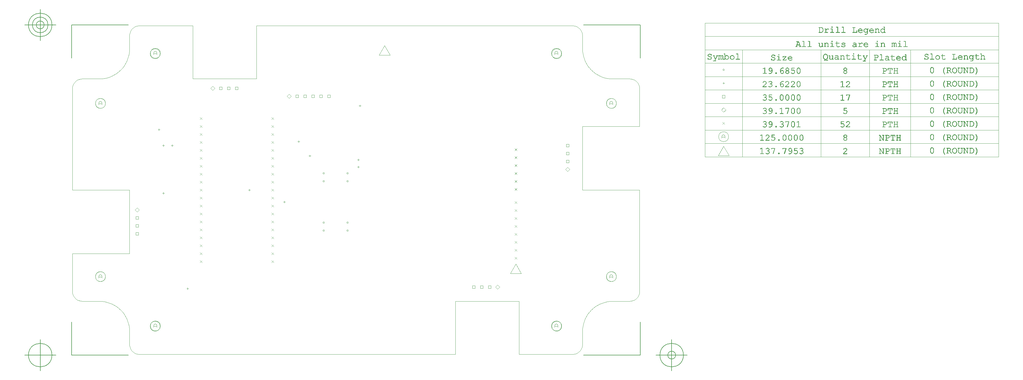
<source format=gbr>
G04 Generated by Ultiboard 14.2 *
%FSLAX24Y24*%
%MOIN*%

%ADD10C,0.0001*%
%ADD11C,0.0004*%
%ADD12C,0.0039*%
%ADD13C,0.0001*%
%ADD14C,0.0050*%


G04 ColorRGB 000000 for the following layer *
%LNDrill Symbols-Copper Top-Copper Bottom*%
%LPD*%
G54D11*
X-21160Y-12518D02*
X-21160Y-12282D01*
X-21278Y-12400D02*
X-21042Y-12400D01*
X-4158Y-4100D02*
G75*
D01*
G02X-4158Y-4100I98J0*
G01*
X-4158Y-5100D02*
G75*
D01*
G02X-4158Y-5100I98J0*
G01*
X-1158Y-4100D02*
G75*
D01*
G02X-1158Y-4100I98J0*
G01*
X-1158Y-5100D02*
G75*
D01*
G02X-1158Y-5100I98J0*
G01*
X-1158Y1100D02*
G75*
D01*
G02X-1158Y1100I98J0*
G01*
X-1158Y2100D02*
G75*
D01*
G02X-1158Y2100I98J0*
G01*
X-4158Y1100D02*
G75*
D01*
G02X-4158Y1100I98J0*
G01*
X-4158Y2100D02*
G75*
D01*
G02X-4158Y2100I98J0*
G01*
X-24878Y7600D02*
X-24642Y7600D01*
X-24760Y7482D02*
X-24760Y7718D01*
X-24200Y5482D02*
X-24200Y5718D01*
X-24318Y5600D02*
X-24082Y5600D01*
X-24200Y-518D02*
X-24200Y-282D01*
X-24318Y-400D02*
X-24082Y-400D01*
X-16175Y12625D02*
X-15825Y12625D01*
X-15825Y12975D01*
X-16175Y12975D01*
X-16175Y12625D01*
X-17175Y12625D02*
X-16825Y12625D01*
X-16825Y12975D01*
X-17175Y12975D01*
X-17175Y12625D01*
X-18000Y12523D02*
X-17723Y12800D01*
X-18000Y13077D01*
X-18277Y12800D01*
X-18000Y12523D01*
X-15175Y12625D02*
X-14825Y12625D01*
X-14825Y12975D01*
X-15175Y12975D01*
X-15175Y12625D01*
X-7575Y11625D02*
X-7225Y11625D01*
X-7225Y11975D01*
X-7575Y11975D01*
X-7575Y11625D01*
X-8400Y11523D02*
X-8123Y11800D01*
X-8400Y12077D01*
X-8677Y11800D01*
X-8400Y11523D01*
X-6575Y11625D02*
X-6225Y11625D01*
X-6225Y11975D01*
X-6575Y11975D01*
X-6575Y11625D01*
X-4575Y11625D02*
X-4225Y11625D01*
X-4225Y11975D01*
X-4575Y11975D01*
X-4575Y11625D01*
X-5575Y11625D02*
X-5225Y11625D01*
X-5225Y11975D01*
X-5575Y11975D01*
X-5575Y11625D01*
X-3575Y11625D02*
X-3225Y11625D01*
X-3225Y11975D01*
X-3575Y11975D01*
X-3575Y11625D01*
X-7318Y6100D02*
X-7082Y6100D01*
X-7200Y5982D02*
X-7200Y6218D01*
X-13518Y0D02*
X-13282Y0D01*
X-13400Y-118D02*
X-13400Y118D01*
X15625Y-12375D02*
X15975Y-12375D01*
X15975Y-12025D01*
X15625Y-12025D01*
X15625Y-12375D01*
X16625Y-12375D02*
X16975Y-12375D01*
X16975Y-12025D01*
X16625Y-12025D01*
X16625Y-12375D01*
X17800Y-12477D02*
X18077Y-12200D01*
X17800Y-11923D01*
X17523Y-12200D01*
X17800Y-12477D01*
X14625Y-12375D02*
X14975Y-12375D01*
X14975Y-12025D01*
X14625Y-12025D01*
X14625Y-12375D01*
X382Y10600D02*
X618Y10600D01*
X500Y10482D02*
X500Y10718D01*
X-5918Y4300D02*
X-5682Y4300D01*
X-5800Y4182D02*
X-5800Y4418D01*
X-9118Y-1500D02*
X-8882Y-1500D01*
X-9000Y-1618D02*
X-9000Y-1382D01*
X-23100Y5482D02*
X-23100Y5718D01*
X-23218Y5600D02*
X-22982Y5600D01*
X182Y2900D02*
X418Y2900D01*
X300Y2782D02*
X300Y3018D01*
X182Y3800D02*
X418Y3800D01*
X300Y3682D02*
X300Y3918D01*
X26425Y4425D02*
X26775Y4425D01*
X26775Y4775D01*
X26425Y4775D01*
X26425Y4425D01*
X26425Y3425D02*
X26775Y3425D01*
X26775Y3775D01*
X26425Y3775D01*
X26425Y3425D01*
X26600Y2323D02*
X26877Y2600D01*
X26600Y2877D01*
X26323Y2600D01*
X26600Y2323D01*
X26425Y5425D02*
X26775Y5425D01*
X26775Y5775D01*
X26425Y5775D01*
X26425Y5425D01*
X-27675Y-4675D02*
X-27325Y-4675D01*
X-27325Y-4325D01*
X-27675Y-4325D01*
X-27675Y-4675D01*
X-27675Y-3675D02*
X-27325Y-3675D01*
X-27325Y-3325D01*
X-27675Y-3325D01*
X-27675Y-3675D01*
X-27500Y-2777D02*
X-27223Y-2500D01*
X-27500Y-2223D01*
X-27777Y-2500D01*
X-27500Y-2777D01*
X-27675Y-5675D02*
X-27325Y-5675D01*
X-27325Y-5325D01*
X-27675Y-5325D01*
X-27675Y-5675D01*
X46206Y9798D02*
X46483Y10075D01*
X46206Y10352D01*
X45929Y10075D01*
X46206Y9798D01*
X46031Y11583D02*
X46381Y11583D01*
X46381Y11933D01*
X46031Y11933D01*
X46031Y11583D01*
X46206Y13323D02*
X46206Y13559D01*
X46088Y13441D02*
X46325Y13441D01*
X46108Y15124D02*
G75*
D01*
G02X46108Y15124I98J0*
G01*
G54D12*
X-10599Y-9139D02*
X-10321Y-8861D01*
X-10599Y-8861D02*
X-10321Y-9139D01*
X-10599Y-8139D02*
X-10321Y-7861D01*
X-10599Y-7861D02*
X-10321Y-8139D01*
X-10599Y-7139D02*
X-10321Y-6861D01*
X-10599Y-6861D02*
X-10321Y-7139D01*
X-10599Y-6139D02*
X-10321Y-5861D01*
X-10599Y-5861D02*
X-10321Y-6139D01*
X-10599Y-5139D02*
X-10321Y-4861D01*
X-10599Y-4861D02*
X-10321Y-5139D01*
X-10599Y-3861D02*
X-10321Y-4139D01*
X-10599Y-4139D02*
X-10321Y-3861D01*
X-10599Y-2861D02*
X-10321Y-3139D01*
X-10599Y-3139D02*
X-10321Y-2861D01*
X-10599Y-2139D02*
X-10321Y-1861D01*
X-10599Y-1861D02*
X-10321Y-2139D01*
X-10599Y-1139D02*
X-10321Y-861D01*
X-10599Y-861D02*
X-10321Y-1139D01*
X-10599Y-139D02*
X-10321Y139D01*
X-10599Y139D02*
X-10321Y-139D01*
X-10599Y861D02*
X-10321Y1139D01*
X-10599Y1139D02*
X-10321Y861D01*
X-10599Y1861D02*
X-10321Y2139D01*
X-10599Y2139D02*
X-10321Y1861D01*
X-10599Y3139D02*
X-10321Y2861D01*
X-10599Y2861D02*
X-10321Y3139D01*
X-10599Y4139D02*
X-10321Y3861D01*
X-10599Y3861D02*
X-10321Y4139D01*
X-10599Y4861D02*
X-10321Y5139D01*
X-10599Y5139D02*
X-10321Y4861D01*
X-10599Y5861D02*
X-10321Y6139D01*
X-10599Y6139D02*
X-10321Y5861D01*
X-10599Y6861D02*
X-10321Y7139D01*
X-10599Y7139D02*
X-10321Y6861D01*
X-10599Y8139D02*
X-10321Y7861D01*
X-10599Y7861D02*
X-10321Y8139D01*
X-10599Y9139D02*
X-10321Y8861D01*
X-10599Y8861D02*
X-10321Y9139D01*
X-19599Y-9139D02*
X-19321Y-8861D01*
X-19599Y-8861D02*
X-19321Y-9139D01*
X-19599Y-8139D02*
X-19321Y-7861D01*
X-19599Y-7861D02*
X-19321Y-8139D01*
X-19599Y-6861D02*
X-19321Y-7139D01*
X-19599Y-7139D02*
X-19321Y-6861D01*
X-19599Y-6139D02*
X-19321Y-5861D01*
X-19599Y-5861D02*
X-19321Y-6139D01*
X-19599Y-5139D02*
X-19321Y-4861D01*
X-19599Y-4861D02*
X-19321Y-5139D01*
X-19599Y-3861D02*
X-19321Y-4139D01*
X-19599Y-4139D02*
X-19321Y-3861D01*
X-19599Y-2861D02*
X-19321Y-3139D01*
X-19599Y-3139D02*
X-19321Y-2861D01*
X-19599Y-1861D02*
X-19321Y-2139D01*
X-19599Y-2139D02*
X-19321Y-1861D01*
X-19599Y-1139D02*
X-19321Y-861D01*
X-19599Y-861D02*
X-19321Y-1139D01*
X-19599Y-139D02*
X-19321Y139D01*
X-19599Y139D02*
X-19321Y-139D01*
X-19599Y1139D02*
X-19321Y861D01*
X-19599Y861D02*
X-19321Y1139D01*
X-19599Y1861D02*
X-19321Y2139D01*
X-19599Y2139D02*
X-19321Y1861D01*
X-19599Y2861D02*
X-19321Y3139D01*
X-19599Y3139D02*
X-19321Y2861D01*
X-19599Y3861D02*
X-19321Y4139D01*
X-19599Y4139D02*
X-19321Y3861D01*
X-19599Y4861D02*
X-19321Y5139D01*
X-19599Y5139D02*
X-19321Y4861D01*
X-19599Y5861D02*
X-19321Y6139D01*
X-19599Y6139D02*
X-19321Y5861D01*
X-19599Y7139D02*
X-19321Y6861D01*
X-19599Y6861D02*
X-19321Y7139D01*
X-19599Y8139D02*
X-19321Y7861D01*
X-19599Y7861D02*
X-19321Y8139D01*
X-19599Y8861D02*
X-19321Y9139D01*
X-19599Y9139D02*
X-19321Y8861D01*
X19403Y-10484D02*
X20781Y-10484D01*
X20092Y-9308D01*
X19403Y-10484D01*
X19961Y-1694D02*
X20239Y-1416D01*
X19961Y-1416D02*
X20239Y-1694D01*
X19961Y-2694D02*
X20239Y-2416D01*
X19961Y-2416D02*
X20239Y-2694D01*
X19961Y-3416D02*
X20239Y-3694D01*
X19961Y-3694D02*
X20239Y-3416D01*
X19961Y-4416D02*
X20239Y-4694D01*
X19961Y-4694D02*
X20239Y-4416D01*
X19961Y-5416D02*
X20239Y-5694D01*
X19961Y-5694D02*
X20239Y-5416D01*
X19961Y-6694D02*
X20239Y-6416D01*
X19961Y-6416D02*
X20239Y-6694D01*
X19961Y-7694D02*
X20239Y-7416D01*
X19961Y-7416D02*
X20239Y-7694D01*
X19961Y-8694D02*
X20239Y-8416D01*
X19961Y-8416D02*
X20239Y-8694D01*
X19953Y-53D02*
X20231Y226D01*
X19953Y226D02*
X20231Y-53D01*
X19953Y947D02*
X20231Y1226D01*
X19953Y1226D02*
X20231Y947D01*
X19953Y1947D02*
X20231Y2226D01*
X19953Y2226D02*
X20231Y1947D01*
X19953Y3226D02*
X20231Y2947D01*
X19953Y2947D02*
X20231Y3226D01*
X19953Y3947D02*
X20231Y4226D01*
X19953Y4226D02*
X20231Y3947D01*
X19953Y5226D02*
X20231Y4947D01*
X19953Y4947D02*
X20231Y5226D01*
X2907Y16976D02*
X4285Y16976D01*
X3596Y18152D01*
X2907Y16976D01*
X31475Y-10900D02*
G75*
D01*
G02X31475Y-10900I625J0*
G01*
X31857Y-11079D02*
X31857Y-10811D01*
X31996Y-10632D01*
X32135Y-10632D01*
X32274Y-10811D01*
X32274Y-11079D01*
X31857Y-10945D02*
X32274Y-10945D01*
X31475Y10900D02*
G75*
D01*
G02X31475Y10900I625J0*
G01*
X31857Y10721D02*
X31857Y10989D01*
X31996Y11168D01*
X32135Y11168D01*
X32274Y10989D01*
X32274Y10721D01*
X31857Y10855D02*
X32274Y10855D01*
X24575Y17200D02*
G75*
D01*
G02X24575Y17200I625J0*
G01*
X24957Y17021D02*
X24957Y17289D01*
X25096Y17468D01*
X25235Y17468D01*
X25374Y17289D01*
X25374Y17021D01*
X24957Y17155D02*
X25374Y17155D01*
X-32725Y10900D02*
G75*
D01*
G02X-32725Y10900I625J0*
G01*
X-32343Y10721D02*
X-32343Y10989D01*
X-32204Y11168D01*
X-32065Y11168D01*
X-31926Y10989D01*
X-31926Y10721D01*
X-32343Y10855D02*
X-31926Y10855D01*
X-32725Y-10900D02*
G75*
D01*
G02X-32725Y-10900I625J0*
G01*
X-32343Y-11079D02*
X-32343Y-10811D01*
X-32204Y-10632D01*
X-32065Y-10632D01*
X-31926Y-10811D01*
X-31926Y-11079D01*
X-32343Y-10945D02*
X-31926Y-10945D01*
X-25825Y-17100D02*
G75*
D01*
G02X-25825Y-17100I625J0*
G01*
X-25443Y-17279D02*
X-25443Y-17011D01*
X-25304Y-16832D01*
X-25165Y-16832D01*
X-25026Y-17011D01*
X-25026Y-17279D01*
X-25443Y-17145D02*
X-25026Y-17145D01*
X24575Y-17100D02*
G75*
D01*
G02X24575Y-17100I625J0*
G01*
X24957Y-17279D02*
X24957Y-17011D01*
X25096Y-16832D01*
X25235Y-16832D01*
X25374Y-17011D01*
X25374Y-17279D01*
X24957Y-17145D02*
X25374Y-17145D01*
X-25825Y17200D02*
G75*
D01*
G02X-25825Y17200I625J0*
G01*
X-25443Y17021D02*
X-25443Y17289D01*
X-25304Y17468D01*
X-25165Y17468D01*
X-25026Y17289D01*
X-25026Y17021D01*
X-25443Y17155D02*
X-25026Y17155D01*
X45517Y4336D02*
X46895Y4336D01*
X46206Y5513D01*
X45517Y4336D01*
X45581Y6708D02*
G75*
D01*
G02X45581Y6708I625J0*
G01*
X45963Y6530D02*
X45963Y6798D01*
X46102Y6976D01*
X46241Y6976D01*
X46380Y6798D01*
X46380Y6530D01*
X45963Y6664D02*
X46380Y6664D01*
X46067Y8252D02*
X46346Y8531D01*
X46067Y8531D02*
X46346Y8252D01*
G54D13*
G36*
X50788Y4569D02*
X50788Y4569D01*
X50788Y4588D01*
X50787Y4578D01*
X50788Y4569D01*
D02*
G37*
X50788Y4588D01*
X50787Y4578D01*
X50788Y4569D01*
G36*
X50788Y4588D02*
X50788Y4588D01*
X50788Y4569D01*
X50794Y4561D01*
X50788Y4588D01*
D02*
G37*
X50788Y4569D01*
X50794Y4561D01*
X50788Y4588D01*
G36*
X50794Y4561D02*
X50794Y4561D01*
X50794Y4596D01*
X50788Y4588D01*
X50794Y4561D01*
D02*
G37*
X50794Y4596D01*
X50788Y4588D01*
X50794Y4561D01*
G36*
X50794Y4596D02*
X50794Y4596D01*
X50794Y4561D01*
X50804Y4556D01*
X50794Y4596D01*
D02*
G37*
X50794Y4561D01*
X50804Y4556D01*
X50794Y4596D01*
G36*
X50804Y4556D02*
X50804Y4556D01*
X50804Y4601D01*
X50794Y4596D01*
X50804Y4556D01*
D02*
G37*
X50804Y4601D01*
X50794Y4596D01*
X50804Y4556D01*
G36*
X50804Y4601D02*
X50804Y4601D01*
X50804Y4556D01*
X50819Y4554D01*
X50804Y4601D01*
D02*
G37*
X50804Y4556D01*
X50819Y4554D01*
X50804Y4601D01*
G36*
X50819Y4554D02*
X50819Y4554D01*
X50819Y4603D01*
X50804Y4601D01*
X50819Y4554D01*
D02*
G37*
X50819Y4603D01*
X50804Y4601D01*
X50819Y4554D01*
G36*
X50819Y4603D02*
X50819Y4603D01*
X50819Y4554D01*
X51200Y4554D01*
X50819Y4603D01*
D02*
G37*
X50819Y4554D01*
X51200Y4554D01*
X50819Y4603D01*
G36*
X51200Y4554D02*
X51200Y4554D01*
X50985Y4603D01*
X50819Y4603D01*
X51200Y4554D01*
D02*
G37*
X50985Y4603D01*
X50819Y4603D01*
X51200Y4554D01*
G36*
X50985Y4603D02*
X50985Y4603D01*
X51200Y4554D01*
X51033Y4603D01*
X50985Y4603D01*
D02*
G37*
X51200Y4554D01*
X51033Y4603D01*
X50985Y4603D01*
G36*
X51033Y4603D02*
X51033Y4603D01*
X50985Y5221D01*
X50985Y4603D01*
X51033Y4603D01*
D02*
G37*
X50985Y5221D01*
X50985Y4603D01*
X51033Y4603D01*
G36*
X50985Y5221D02*
X50985Y5221D01*
X51033Y4603D01*
X51033Y5288D01*
X50985Y5221D01*
D02*
G37*
X51033Y4603D01*
X51033Y5288D01*
X50985Y5221D01*
G36*
X51033Y5288D02*
X51033Y5288D01*
X50827Y5171D01*
X50985Y5221D01*
X51033Y5288D01*
D02*
G37*
X50827Y5171D01*
X50985Y5221D01*
X51033Y5288D01*
G36*
X50827Y5171D02*
X50827Y5171D01*
X51033Y5288D01*
X50817Y5169D01*
X50827Y5171D01*
D02*
G37*
X51033Y5288D01*
X50817Y5169D01*
X50827Y5171D01*
G36*
X50812Y5218D02*
X50812Y5218D01*
X50800Y5213D01*
X50802Y5170D01*
X50812Y5218D01*
D02*
G37*
X50800Y5213D01*
X50802Y5170D01*
X50812Y5218D01*
G36*
X50812Y5218D01*
X50802Y5170D01*
X50810Y5168D01*
X50812Y5218D01*
D02*
G37*
X50802Y5170D01*
X50810Y5168D01*
X50812Y5218D01*
G36*
X50812Y5218D01*
X50810Y5168D01*
X50817Y5169D01*
X50812Y5218D01*
D02*
G37*
X50810Y5168D01*
X50817Y5169D01*
X50812Y5218D01*
G36*
X50812Y5218D01*
X50817Y5169D01*
X51033Y5288D01*
X50812Y5218D01*
D02*
G37*
X50817Y5169D01*
X51033Y5288D01*
X50812Y5218D01*
G36*
X50800Y5213D02*
X50800Y5213D01*
X50794Y5175D01*
X50802Y5170D01*
X50800Y5213D01*
D02*
G37*
X50794Y5175D01*
X50802Y5170D01*
X50800Y5213D01*
G36*
X50794Y5175D02*
X50794Y5175D01*
X50800Y5213D01*
X50793Y5208D01*
X50794Y5175D01*
D02*
G37*
X50800Y5213D01*
X50793Y5208D01*
X50794Y5175D01*
G36*
X50793Y5208D02*
X50793Y5208D01*
X50789Y5183D01*
X50794Y5175D01*
X50793Y5208D01*
D02*
G37*
X50789Y5183D01*
X50794Y5175D01*
X50793Y5208D01*
G36*
X50789Y5183D02*
X50789Y5183D01*
X50793Y5208D01*
X50789Y5200D01*
X50789Y5183D01*
D02*
G37*
X50793Y5208D01*
X50789Y5200D01*
X50789Y5183D01*
G36*
X50789Y5200D02*
X50789Y5200D01*
X50787Y5192D01*
X50789Y5183D01*
X50789Y5200D01*
D02*
G37*
X50787Y5192D01*
X50789Y5183D01*
X50789Y5200D01*
G36*
X51200Y4554D02*
X51200Y4554D01*
X51200Y4603D01*
X51033Y4603D01*
X51200Y4554D01*
D02*
G37*
X51200Y4603D01*
X51033Y4603D01*
X51200Y4554D01*
G36*
X51200Y4603D02*
X51200Y4603D01*
X51200Y4554D01*
X51214Y4556D01*
X51200Y4603D01*
D02*
G37*
X51200Y4554D01*
X51214Y4556D01*
X51200Y4603D01*
G36*
X51214Y4556D02*
X51214Y4556D01*
X51214Y4601D01*
X51200Y4603D01*
X51214Y4556D01*
D02*
G37*
X51214Y4601D01*
X51200Y4603D01*
X51214Y4556D01*
G36*
X51214Y4601D02*
X51214Y4601D01*
X51214Y4556D01*
X51224Y4561D01*
X51214Y4601D01*
D02*
G37*
X51214Y4556D01*
X51224Y4561D01*
X51214Y4601D01*
G36*
X51224Y4561D02*
X51224Y4561D01*
X51224Y4596D01*
X51214Y4601D01*
X51224Y4561D01*
D02*
G37*
X51224Y4596D01*
X51214Y4601D01*
X51224Y4561D01*
G36*
X51224Y4596D02*
X51224Y4596D01*
X51224Y4561D01*
X51230Y4569D01*
X51224Y4596D01*
D02*
G37*
X51224Y4561D01*
X51230Y4569D01*
X51224Y4596D01*
G36*
X51230Y4569D02*
X51230Y4569D01*
X51230Y4588D01*
X51224Y4596D01*
X51230Y4569D01*
D02*
G37*
X51230Y4588D01*
X51224Y4596D01*
X51230Y4569D01*
G36*
X51230Y4588D02*
X51230Y4588D01*
X51230Y4569D01*
X51232Y4578D01*
X51230Y4588D01*
D02*
G37*
X51230Y4569D01*
X51232Y4578D01*
X51230Y4588D01*
G36*
X51836Y5205D02*
X51836Y5205D01*
X51839Y5264D01*
X51812Y5223D01*
X51836Y5205D01*
D02*
G37*
X51839Y5264D01*
X51812Y5223D01*
X51836Y5205D01*
G36*
X51839Y5264D02*
X51839Y5264D01*
X51836Y5205D01*
X51855Y5184D01*
X51839Y5264D01*
D02*
G37*
X51836Y5205D01*
X51855Y5184D01*
X51839Y5264D01*
G36*
X51855Y5184D02*
X51855Y5184D01*
X51870Y5240D01*
X51839Y5264D01*
X51855Y5184D01*
D02*
G37*
X51870Y5240D01*
X51839Y5264D01*
X51855Y5184D01*
G36*
X51870Y5240D02*
X51870Y5240D01*
X51855Y5184D01*
X51877Y5136D01*
X51870Y5240D01*
D02*
G37*
X51855Y5184D01*
X51877Y5136D01*
X51870Y5240D01*
G36*
X51877Y5136D02*
X51877Y5136D01*
X51896Y5211D01*
X51870Y5240D01*
X51877Y5136D01*
D02*
G37*
X51896Y5211D01*
X51870Y5240D01*
X51877Y5136D01*
G36*
X51896Y5211D02*
X51896Y5211D01*
X51877Y5136D01*
X51880Y5110D01*
X51896Y5211D01*
D02*
G37*
X51877Y5136D01*
X51880Y5110D01*
X51896Y5211D01*
G36*
X51880Y5110D02*
X51880Y5110D01*
X51901Y5017D01*
X51896Y5211D01*
X51880Y5110D01*
D02*
G37*
X51901Y5017D01*
X51896Y5211D01*
X51880Y5110D01*
G36*
X51901Y5017D02*
X51901Y5017D01*
X51880Y5110D01*
X51877Y5084D01*
X51901Y5017D01*
D02*
G37*
X51880Y5110D01*
X51877Y5084D01*
X51901Y5017D01*
G36*
X51877Y5084D02*
X51877Y5084D01*
X51866Y4978D01*
X51901Y5017D01*
X51877Y5084D01*
D02*
G37*
X51866Y4978D01*
X51901Y5017D01*
X51877Y5084D01*
G36*
X51866Y4978D02*
X51866Y4978D01*
X51877Y5084D01*
X51856Y5038D01*
X51866Y4978D01*
D02*
G37*
X51877Y5084D01*
X51856Y5038D01*
X51866Y4978D01*
G36*
X51856Y5038D02*
X51856Y5038D01*
X51838Y5017D01*
X51866Y4978D01*
X51856Y5038D01*
D02*
G37*
X51838Y5017D01*
X51866Y4978D01*
X51856Y5038D01*
G36*
X51672Y5242D02*
X51672Y5242D01*
X51676Y5292D01*
X51627Y5229D01*
X51672Y5242D01*
D02*
G37*
X51676Y5292D01*
X51627Y5229D01*
X51672Y5242D01*
G36*
X51676Y5292D02*
X51676Y5292D01*
X51672Y5242D01*
X51720Y5247D01*
X51676Y5292D01*
D02*
G37*
X51672Y5242D01*
X51720Y5247D01*
X51676Y5292D01*
G36*
X51720Y5247D02*
X51720Y5247D01*
X51720Y5295D01*
X51676Y5292D01*
X51720Y5247D01*
D02*
G37*
X51720Y5295D01*
X51676Y5292D01*
X51720Y5247D01*
G36*
X51720Y5295D02*
X51720Y5295D01*
X51720Y5247D01*
X51754Y5244D01*
X51720Y5295D01*
D02*
G37*
X51720Y5247D01*
X51754Y5244D01*
X51720Y5295D01*
G36*
X51754Y5244D02*
X51754Y5244D01*
X51763Y5292D01*
X51720Y5295D01*
X51754Y5244D01*
D02*
G37*
X51763Y5292D01*
X51720Y5295D01*
X51754Y5244D01*
G36*
X51763Y5292D02*
X51763Y5292D01*
X51754Y5244D01*
X51812Y5223D01*
X51763Y5292D01*
D02*
G37*
X51754Y5244D01*
X51812Y5223D01*
X51763Y5292D01*
G36*
X51812Y5223D02*
X51812Y5223D01*
X51839Y5264D01*
X51763Y5292D01*
X51812Y5223D01*
D02*
G37*
X51839Y5264D01*
X51763Y5292D01*
X51812Y5223D01*
G36*
X51560Y5182D02*
X51560Y5182D01*
X51561Y5246D01*
X51552Y5173D01*
X51560Y5182D01*
D02*
G37*
X51561Y5246D01*
X51552Y5173D01*
X51560Y5182D01*
G36*
X51561Y5246D02*
X51561Y5246D01*
X51560Y5182D01*
X51590Y5209D01*
X51561Y5246D01*
D02*
G37*
X51560Y5182D01*
X51590Y5209D01*
X51561Y5246D01*
G36*
X51590Y5209D02*
X51590Y5209D01*
X51597Y5268D01*
X51561Y5246D01*
X51590Y5209D01*
D02*
G37*
X51597Y5268D01*
X51561Y5246D01*
X51590Y5209D01*
G36*
X51597Y5268D02*
X51597Y5268D01*
X51590Y5209D01*
X51627Y5229D01*
X51597Y5268D01*
D02*
G37*
X51590Y5209D01*
X51627Y5229D01*
X51597Y5268D01*
G36*
X51627Y5229D02*
X51627Y5229D01*
X51676Y5292D01*
X51597Y5268D01*
X51627Y5229D01*
D02*
G37*
X51676Y5292D01*
X51597Y5268D01*
X51627Y5229D01*
G36*
X51561Y5246D02*
X51561Y5246D01*
X51523Y5214D01*
X51525Y5167D01*
X51561Y5246D01*
D02*
G37*
X51523Y5214D01*
X51525Y5167D01*
X51561Y5246D01*
G36*
X51561Y5246D01*
X51525Y5167D01*
X51535Y5165D01*
X51561Y5246D01*
D02*
G37*
X51525Y5167D01*
X51535Y5165D01*
X51561Y5246D01*
G36*
X51561Y5246D01*
X51535Y5165D01*
X51541Y5166D01*
X51561Y5246D01*
D02*
G37*
X51535Y5165D01*
X51541Y5166D01*
X51561Y5246D01*
G36*
X51561Y5246D01*
X51541Y5166D01*
X51546Y5168D01*
X51561Y5246D01*
D02*
G37*
X51541Y5166D01*
X51546Y5168D01*
X51561Y5246D01*
G36*
X51561Y5246D01*
X51546Y5168D01*
X51552Y5173D01*
X51561Y5246D01*
D02*
G37*
X51546Y5168D01*
X51552Y5173D01*
X51561Y5246D01*
G36*
X51523Y5214D02*
X51523Y5214D01*
X51511Y5188D01*
X51513Y5179D01*
X51523Y5214D01*
D02*
G37*
X51511Y5188D01*
X51513Y5179D01*
X51523Y5214D01*
G36*
X51523Y5214D01*
X51513Y5179D01*
X51518Y5172D01*
X51523Y5214D01*
D02*
G37*
X51513Y5179D01*
X51518Y5172D01*
X51523Y5214D01*
G36*
X51523Y5214D01*
X51518Y5172D01*
X51525Y5167D01*
X51523Y5214D01*
D02*
G37*
X51518Y5172D01*
X51525Y5167D01*
X51523Y5214D01*
G36*
X51925Y5146D02*
X51925Y5146D01*
X51896Y5211D01*
X51901Y5017D01*
X51925Y5146D01*
D02*
G37*
X51896Y5211D01*
X51901Y5017D01*
X51925Y5146D01*
G36*
X51925Y5146D01*
X51901Y5017D01*
X51922Y5062D01*
X51925Y5146D01*
D02*
G37*
X51901Y5017D01*
X51922Y5062D01*
X51925Y5146D01*
G36*
X51925Y5146D01*
X51922Y5062D01*
X51929Y5109D01*
X51925Y5146D01*
D02*
G37*
X51922Y5062D01*
X51929Y5109D01*
X51925Y5146D01*
G36*
X51838Y5017D02*
X51838Y5017D01*
X51818Y4948D01*
X51866Y4978D01*
X51838Y5017D01*
D02*
G37*
X51818Y4948D01*
X51866Y4978D01*
X51838Y5017D01*
G36*
X51818Y4948D02*
X51818Y4948D01*
X51838Y5017D01*
X51815Y5000D01*
X51818Y4948D01*
D02*
G37*
X51838Y5017D01*
X51815Y5000D01*
X51818Y4948D01*
G36*
X51815Y5000D02*
X51815Y5000D01*
X51798Y4906D01*
X51818Y4948D01*
X51815Y5000D01*
D02*
G37*
X51798Y4906D01*
X51818Y4948D01*
X51815Y5000D01*
G36*
X51798Y4906D02*
X51798Y4906D01*
X51815Y5000D01*
X51761Y4980D01*
X51798Y4906D01*
D02*
G37*
X51815Y5000D01*
X51761Y4980D01*
X51798Y4906D01*
G36*
X51761Y4980D02*
X51761Y4980D01*
X51745Y4924D01*
X51798Y4906D01*
X51761Y4980D01*
D02*
G37*
X51745Y4924D01*
X51798Y4906D01*
X51761Y4980D01*
G36*
X51745Y4924D02*
X51745Y4924D01*
X51761Y4980D01*
X51730Y4977D01*
X51745Y4924D01*
D02*
G37*
X51761Y4980D01*
X51730Y4977D01*
X51745Y4924D01*
G36*
X51730Y4977D02*
X51730Y4977D01*
X51692Y4930D01*
X51745Y4924D01*
X51730Y4977D01*
D02*
G37*
X51692Y4930D01*
X51745Y4924D01*
X51730Y4977D01*
G36*
X51692Y4930D02*
X51692Y4930D01*
X51730Y4977D01*
X51689Y4978D01*
X51692Y4930D01*
D02*
G37*
X51730Y4977D01*
X51689Y4978D01*
X51692Y4930D01*
G36*
X51689Y4978D02*
X51689Y4978D01*
X51677Y4931D01*
X51692Y4930D01*
X51689Y4978D01*
D02*
G37*
X51677Y4931D01*
X51692Y4930D01*
X51689Y4978D01*
G36*
X51677Y4931D02*
X51677Y4931D01*
X51689Y4978D01*
X51676Y4976D01*
X51677Y4931D01*
D02*
G37*
X51689Y4978D01*
X51676Y4976D01*
X51677Y4931D01*
G36*
X51676Y4976D02*
X51676Y4976D01*
X51667Y4936D01*
X51677Y4931D01*
X51676Y4976D01*
D02*
G37*
X51667Y4936D01*
X51677Y4931D01*
X51676Y4976D01*
G36*
X51667Y4936D02*
X51667Y4936D01*
X51676Y4976D01*
X51667Y4971D01*
X51667Y4936D01*
D02*
G37*
X51676Y4976D01*
X51667Y4971D01*
X51667Y4936D01*
G36*
X51667Y4971D02*
X51667Y4971D01*
X51662Y4944D01*
X51667Y4936D01*
X51667Y4971D01*
D02*
G37*
X51662Y4944D01*
X51667Y4936D01*
X51667Y4971D01*
G36*
X51662Y4944D02*
X51662Y4944D01*
X51667Y4971D01*
X51662Y4963D01*
X51662Y4944D01*
D02*
G37*
X51667Y4971D01*
X51662Y4963D01*
X51662Y4944D01*
G36*
X51662Y4963D02*
X51662Y4963D01*
X51660Y4954D01*
X51662Y4944D01*
X51662Y4963D01*
D02*
G37*
X51660Y4954D01*
X51662Y4944D01*
X51662Y4963D01*
G36*
X51946Y4813D02*
X51946Y4813D01*
X51951Y4715D01*
X51955Y4757D01*
X51946Y4813D01*
D02*
G37*
X51951Y4715D01*
X51955Y4757D01*
X51946Y4813D01*
G36*
X51951Y4715D02*
X51951Y4715D01*
X51946Y4813D01*
X51920Y4866D01*
X51951Y4715D01*
D02*
G37*
X51946Y4813D01*
X51920Y4866D01*
X51951Y4715D01*
G36*
X51920Y4866D02*
X51920Y4866D01*
X51915Y4638D01*
X51951Y4715D01*
X51920Y4866D01*
D02*
G37*
X51915Y4638D01*
X51951Y4715D01*
X51920Y4866D01*
G36*
X51915Y4638D02*
X51915Y4638D01*
X51920Y4866D01*
X51907Y4755D01*
X51915Y4638D01*
D02*
G37*
X51920Y4866D01*
X51907Y4755D01*
X51915Y4638D01*
G36*
X51907Y4755D02*
X51907Y4755D01*
X51903Y4724D01*
X51915Y4638D01*
X51907Y4755D01*
D02*
G37*
X51903Y4724D01*
X51915Y4638D01*
X51907Y4755D01*
G36*
X51844Y4877D02*
X51844Y4877D01*
X51877Y4913D01*
X51818Y4948D01*
X51844Y4877D01*
D02*
G37*
X51877Y4913D01*
X51818Y4948D01*
X51844Y4877D01*
G36*
X51877Y4913D02*
X51877Y4913D01*
X51844Y4877D01*
X51879Y4840D01*
X51877Y4913D01*
D02*
G37*
X51844Y4877D01*
X51879Y4840D01*
X51877Y4913D01*
G36*
X51879Y4840D02*
X51879Y4840D01*
X51920Y4866D01*
X51877Y4913D01*
X51879Y4840D01*
D02*
G37*
X51920Y4866D01*
X51877Y4913D01*
X51879Y4840D01*
G36*
X51920Y4866D02*
X51920Y4866D01*
X51879Y4840D01*
X51900Y4798D01*
X51920Y4866D01*
D02*
G37*
X51879Y4840D01*
X51900Y4798D01*
X51920Y4866D01*
G36*
X51900Y4798D02*
X51900Y4798D01*
X51907Y4755D01*
X51920Y4866D01*
X51900Y4798D01*
D02*
G37*
X51907Y4755D01*
X51920Y4866D01*
X51900Y4798D01*
G36*
X51884Y4603D02*
X51884Y4603D01*
X51915Y4638D01*
X51903Y4724D01*
X51884Y4603D01*
D02*
G37*
X51915Y4638D01*
X51903Y4724D01*
X51884Y4603D01*
G36*
X51884Y4603D01*
X51903Y4724D01*
X51875Y4665D01*
X51884Y4603D01*
D02*
G37*
X51903Y4724D01*
X51875Y4665D01*
X51884Y4603D01*
G36*
X51884Y4603D01*
X51875Y4665D01*
X51850Y4638D01*
X51884Y4603D01*
D02*
G37*
X51875Y4665D01*
X51850Y4638D01*
X51884Y4603D01*
G36*
X51884Y4603D01*
X51850Y4638D01*
X51847Y4574D01*
X51884Y4603D01*
D02*
G37*
X51850Y4638D01*
X51847Y4574D01*
X51884Y4603D01*
G36*
X51820Y4615D02*
X51820Y4615D01*
X51749Y4589D01*
X51758Y4541D01*
X51820Y4615D01*
D02*
G37*
X51749Y4589D01*
X51758Y4541D01*
X51820Y4615D01*
G36*
X51820Y4615D01*
X51758Y4541D01*
X51847Y4574D01*
X51820Y4615D01*
D02*
G37*
X51758Y4541D01*
X51847Y4574D01*
X51820Y4615D01*
G36*
X51820Y4615D01*
X51847Y4574D01*
X51850Y4638D01*
X51820Y4615D01*
D02*
G37*
X51847Y4574D01*
X51850Y4638D01*
X51820Y4615D01*
G36*
X51644Y4544D02*
X51644Y4544D01*
X51660Y4589D01*
X51578Y4563D01*
X51644Y4544D01*
D02*
G37*
X51660Y4589D01*
X51578Y4563D01*
X51644Y4544D01*
G36*
X51660Y4589D02*
X51660Y4589D01*
X51644Y4544D01*
X51708Y4537D01*
X51660Y4589D01*
D02*
G37*
X51644Y4544D01*
X51708Y4537D01*
X51660Y4589D01*
G36*
X51708Y4537D02*
X51708Y4537D01*
X51709Y4585D01*
X51660Y4589D01*
X51708Y4537D01*
D02*
G37*
X51709Y4585D01*
X51660Y4589D01*
X51708Y4537D01*
G36*
X51709Y4585D02*
X51709Y4585D01*
X51708Y4537D01*
X51758Y4541D01*
X51709Y4585D01*
D02*
G37*
X51708Y4537D01*
X51758Y4541D01*
X51709Y4585D01*
G36*
X51758Y4541D02*
X51758Y4541D01*
X51749Y4589D01*
X51709Y4585D01*
X51758Y4541D01*
D02*
G37*
X51749Y4589D01*
X51709Y4585D01*
X51758Y4541D01*
G36*
X51565Y4623D02*
X51565Y4623D01*
X51520Y4652D01*
X51522Y4590D01*
X51565Y4623D01*
D02*
G37*
X51520Y4652D01*
X51522Y4590D01*
X51565Y4623D01*
G36*
X51565Y4623D01*
X51522Y4590D01*
X51578Y4563D01*
X51565Y4623D01*
D02*
G37*
X51522Y4590D01*
X51578Y4563D01*
X51565Y4623D01*
G36*
X51565Y4623D01*
X51578Y4563D01*
X51660Y4589D01*
X51565Y4623D01*
D02*
G37*
X51578Y4563D01*
X51660Y4589D01*
X51565Y4623D01*
G36*
X51522Y4590D02*
X51522Y4590D01*
X51520Y4652D01*
X51509Y4658D01*
X51522Y4590D01*
D02*
G37*
X51520Y4652D01*
X51509Y4658D01*
X51522Y4590D01*
G36*
X51522Y4590D01*
X51509Y4658D01*
X51499Y4660D01*
X51522Y4590D01*
D02*
G37*
X51509Y4658D01*
X51499Y4660D01*
X51522Y4590D01*
G36*
X51522Y4590D01*
X51499Y4660D01*
X51490Y4659D01*
X51522Y4590D01*
D02*
G37*
X51499Y4660D01*
X51490Y4659D01*
X51522Y4590D01*
G36*
X51522Y4590D01*
X51490Y4659D01*
X51485Y4618D01*
X51522Y4590D01*
D02*
G37*
X51490Y4659D01*
X51485Y4618D01*
X51522Y4590D01*
G36*
X51483Y4653D02*
X51483Y4653D01*
X51478Y4646D01*
X51478Y4627D01*
X51483Y4653D01*
D02*
G37*
X51478Y4646D01*
X51478Y4627D01*
X51483Y4653D01*
G36*
X51483Y4653D01*
X51478Y4627D01*
X51485Y4618D01*
X51483Y4653D01*
D02*
G37*
X51478Y4627D01*
X51485Y4618D01*
X51483Y4653D01*
G36*
X51483Y4653D01*
X51485Y4618D01*
X51490Y4659D01*
X51483Y4653D01*
D02*
G37*
X51485Y4618D01*
X51490Y4659D01*
X51483Y4653D01*
G36*
X51478Y4627D02*
X51478Y4627D01*
X51478Y4646D01*
X51476Y4637D01*
X51478Y4627D01*
D02*
G37*
X51478Y4646D01*
X51476Y4637D01*
X51478Y4627D01*
G36*
X51818Y4948D02*
X51818Y4948D01*
X51798Y4906D01*
X51844Y4877D01*
X51818Y4948D01*
D02*
G37*
X51798Y4906D01*
X51844Y4877D01*
X51818Y4948D01*
G36*
X52444Y4578D02*
X52444Y4578D01*
X52590Y5207D01*
X52439Y4565D01*
X52444Y4578D01*
D02*
G37*
X52590Y5207D01*
X52439Y4565D01*
X52444Y4578D01*
G36*
X52590Y5207D02*
X52590Y5207D01*
X52444Y4578D01*
X52639Y5201D01*
X52590Y5207D01*
D02*
G37*
X52444Y4578D01*
X52639Y5201D01*
X52590Y5207D01*
G36*
X52639Y5201D02*
X52639Y5201D01*
X52590Y5229D01*
X52590Y5207D01*
X52639Y5201D01*
D02*
G37*
X52590Y5229D01*
X52590Y5207D01*
X52639Y5201D01*
G36*
X52590Y5229D02*
X52590Y5229D01*
X52639Y5201D01*
X52639Y5278D01*
X52590Y5229D01*
D02*
G37*
X52639Y5201D01*
X52639Y5278D01*
X52590Y5229D01*
G36*
X52639Y5278D02*
X52639Y5278D01*
X52243Y5229D01*
X52590Y5229D01*
X52639Y5278D01*
D02*
G37*
X52243Y5229D01*
X52590Y5229D01*
X52639Y5278D01*
G36*
X52243Y5229D02*
X52243Y5229D01*
X52639Y5278D01*
X52194Y5278D01*
X52243Y5229D01*
D02*
G37*
X52639Y5278D01*
X52194Y5278D01*
X52243Y5229D01*
G36*
X52194Y5278D02*
X52194Y5278D01*
X52196Y5171D01*
X52243Y5229D01*
X52194Y5278D01*
D02*
G37*
X52196Y5171D01*
X52243Y5229D01*
X52194Y5278D01*
G36*
X52196Y5171D02*
X52196Y5171D01*
X52194Y5278D01*
X52194Y5186D01*
X52196Y5171D01*
D02*
G37*
X52194Y5278D01*
X52194Y5186D01*
X52196Y5171D01*
G36*
X52243Y5229D02*
X52243Y5229D01*
X52196Y5171D01*
X52201Y5161D01*
X52243Y5229D01*
D02*
G37*
X52196Y5171D01*
X52201Y5161D01*
X52243Y5229D01*
G36*
X52243Y5229D01*
X52201Y5161D01*
X52209Y5156D01*
X52243Y5229D01*
D02*
G37*
X52201Y5161D01*
X52209Y5156D01*
X52243Y5229D01*
G36*
X52243Y5229D01*
X52209Y5156D01*
X52219Y5154D01*
X52243Y5229D01*
D02*
G37*
X52209Y5156D01*
X52219Y5154D01*
X52243Y5229D01*
G36*
X52243Y5229D01*
X52219Y5154D01*
X52228Y5156D01*
X52243Y5229D01*
D02*
G37*
X52219Y5154D01*
X52228Y5156D01*
X52243Y5229D01*
G36*
X52243Y5229D01*
X52228Y5156D01*
X52236Y5161D01*
X52243Y5229D01*
D02*
G37*
X52228Y5156D01*
X52236Y5161D01*
X52243Y5229D01*
G36*
X52243Y5229D01*
X52236Y5161D01*
X52241Y5171D01*
X52243Y5229D01*
D02*
G37*
X52236Y5161D01*
X52241Y5171D01*
X52243Y5229D01*
G36*
X52243Y5229D01*
X52241Y5171D01*
X52243Y5186D01*
X52243Y5229D01*
D02*
G37*
X52241Y5171D01*
X52243Y5186D01*
X52243Y5229D01*
G36*
X52590Y5207D02*
X52590Y5207D01*
X52398Y4592D01*
X52401Y4560D01*
X52590Y5207D01*
D02*
G37*
X52398Y4592D01*
X52401Y4560D01*
X52590Y5207D01*
G36*
X52590Y5207D01*
X52401Y4560D01*
X52409Y4555D01*
X52590Y5207D01*
D02*
G37*
X52401Y4560D01*
X52409Y4555D01*
X52590Y5207D01*
G36*
X52590Y5207D01*
X52409Y4555D01*
X52419Y4553D01*
X52590Y5207D01*
D02*
G37*
X52409Y4555D01*
X52419Y4553D01*
X52590Y5207D01*
G36*
X52590Y5207D01*
X52419Y4553D01*
X52426Y4554D01*
X52590Y5207D01*
D02*
G37*
X52419Y4553D01*
X52426Y4554D01*
X52590Y5207D01*
G36*
X52590Y5207D01*
X52426Y4554D01*
X52433Y4558D01*
X52590Y5207D01*
D02*
G37*
X52426Y4554D01*
X52433Y4558D01*
X52590Y5207D01*
G36*
X52590Y5207D01*
X52433Y4558D01*
X52439Y4565D01*
X52590Y5207D01*
D02*
G37*
X52433Y4558D01*
X52439Y4565D01*
X52590Y5207D01*
G36*
X52396Y4567D02*
X52396Y4567D01*
X52401Y4560D01*
X52398Y4592D01*
X52396Y4567D01*
D02*
G37*
X52401Y4560D01*
X52398Y4592D01*
X52396Y4567D01*
G36*
X52396Y4567D01*
X52398Y4592D01*
X52395Y4583D01*
X52396Y4567D01*
D02*
G37*
X52398Y4592D01*
X52395Y4583D01*
X52396Y4567D01*
G36*
X52396Y4567D01*
X52395Y4583D01*
X52394Y4576D01*
X52396Y4567D01*
D02*
G37*
X52395Y4583D01*
X52394Y4576D01*
X52396Y4567D01*
G36*
X53126Y4693D02*
X53126Y4693D01*
X53096Y4688D01*
X53126Y4693D01*
D02*
G37*
X53096Y4688D01*
X53126Y4693D01*
G36*
X53126Y4693D01*
X53096Y4688D01*
X53071Y4671D01*
X53126Y4693D01*
D02*
G37*
X53096Y4688D01*
X53071Y4671D01*
X53126Y4693D01*
G36*
X53126Y4693D01*
X53071Y4671D01*
X53053Y4645D01*
X53126Y4693D01*
D02*
G37*
X53071Y4671D01*
X53053Y4645D01*
X53126Y4693D01*
G36*
X53126Y4693D01*
X53053Y4645D01*
X53047Y4615D01*
X53126Y4693D01*
D02*
G37*
X53053Y4645D01*
X53047Y4615D01*
X53126Y4693D01*
G36*
X53126Y4693D01*
X53047Y4615D01*
X53053Y4585D01*
X53126Y4693D01*
D02*
G37*
X53047Y4615D01*
X53053Y4585D01*
X53126Y4693D01*
G36*
X53126Y4693D01*
X53053Y4585D01*
X53070Y4560D01*
X53126Y4693D01*
D02*
G37*
X53053Y4585D01*
X53070Y4560D01*
X53126Y4693D01*
G36*
X53126Y4693D01*
X53070Y4560D01*
X53096Y4543D01*
X53126Y4693D01*
D02*
G37*
X53070Y4560D01*
X53096Y4543D01*
X53126Y4693D01*
G36*
X53126Y4693D01*
X53096Y4543D01*
X53126Y4537D01*
X53126Y4693D01*
D02*
G37*
X53096Y4543D01*
X53126Y4537D01*
X53126Y4693D01*
G36*
X53126Y4693D01*
X53126Y4537D01*
X53146Y4537D01*
X53126Y4693D01*
D02*
G37*
X53126Y4537D01*
X53146Y4537D01*
X53126Y4693D01*
G36*
X53126Y4693D01*
X53146Y4537D01*
X53176Y4542D01*
X53126Y4693D01*
D02*
G37*
X53146Y4537D01*
X53176Y4542D01*
X53126Y4693D01*
G36*
X53126Y4693D01*
X53176Y4542D01*
X53202Y4559D01*
X53126Y4693D01*
D02*
G37*
X53176Y4542D01*
X53202Y4559D01*
X53126Y4693D01*
G36*
X53126Y4693D01*
X53202Y4559D01*
X53219Y4585D01*
X53126Y4693D01*
D02*
G37*
X53202Y4559D01*
X53219Y4585D01*
X53126Y4693D01*
G36*
X53126Y4693D01*
X53219Y4585D01*
X53225Y4615D01*
X53126Y4693D01*
D02*
G37*
X53219Y4585D01*
X53225Y4615D01*
X53126Y4693D01*
G36*
X53126Y4693D01*
X53225Y4615D01*
X53219Y4645D01*
X53126Y4693D01*
D02*
G37*
X53225Y4615D01*
X53219Y4645D01*
X53126Y4693D01*
G36*
X53126Y4693D01*
X53219Y4645D01*
X53202Y4670D01*
X53126Y4693D01*
D02*
G37*
X53219Y4645D01*
X53202Y4670D01*
X53126Y4693D01*
G36*
X53126Y4693D01*
X53202Y4670D01*
X53176Y4687D01*
X53126Y4693D01*
D02*
G37*
X53202Y4670D01*
X53176Y4687D01*
X53126Y4693D01*
G36*
X53126Y4693D01*
X53176Y4687D01*
X53146Y4693D01*
X53126Y4693D01*
D02*
G37*
X53176Y4687D01*
X53146Y4693D01*
X53126Y4693D01*
G36*
X53862Y4578D02*
X53862Y4578D01*
X54008Y5207D01*
X53857Y4565D01*
X53862Y4578D01*
D02*
G37*
X54008Y5207D01*
X53857Y4565D01*
X53862Y4578D01*
G36*
X54008Y5207D02*
X54008Y5207D01*
X53862Y4578D01*
X54057Y5201D01*
X54008Y5207D01*
D02*
G37*
X53862Y4578D01*
X54057Y5201D01*
X54008Y5207D01*
G36*
X54057Y5201D02*
X54057Y5201D01*
X54008Y5229D01*
X54008Y5207D01*
X54057Y5201D01*
D02*
G37*
X54008Y5229D01*
X54008Y5207D01*
X54057Y5201D01*
G36*
X54008Y5229D02*
X54008Y5229D01*
X54057Y5201D01*
X54057Y5278D01*
X54008Y5229D01*
D02*
G37*
X54057Y5201D01*
X54057Y5278D01*
X54008Y5229D01*
G36*
X54057Y5278D02*
X54057Y5278D01*
X53660Y5229D01*
X54008Y5229D01*
X54057Y5278D01*
D02*
G37*
X53660Y5229D01*
X54008Y5229D01*
X54057Y5278D01*
G36*
X53660Y5229D02*
X53660Y5229D01*
X54057Y5278D01*
X53612Y5278D01*
X53660Y5229D01*
D02*
G37*
X54057Y5278D01*
X53612Y5278D01*
X53660Y5229D01*
G36*
X53612Y5278D02*
X53612Y5278D01*
X53614Y5171D01*
X53660Y5229D01*
X53612Y5278D01*
D02*
G37*
X53614Y5171D01*
X53660Y5229D01*
X53612Y5278D01*
G36*
X53614Y5171D02*
X53614Y5171D01*
X53612Y5278D01*
X53612Y5186D01*
X53614Y5171D01*
D02*
G37*
X53612Y5278D01*
X53612Y5186D01*
X53614Y5171D01*
G36*
X53660Y5229D02*
X53660Y5229D01*
X53614Y5171D01*
X53619Y5161D01*
X53660Y5229D01*
D02*
G37*
X53614Y5171D01*
X53619Y5161D01*
X53660Y5229D01*
G36*
X53660Y5229D01*
X53619Y5161D01*
X53627Y5156D01*
X53660Y5229D01*
D02*
G37*
X53619Y5161D01*
X53627Y5156D01*
X53660Y5229D01*
G36*
X53660Y5229D01*
X53627Y5156D01*
X53636Y5154D01*
X53660Y5229D01*
D02*
G37*
X53627Y5156D01*
X53636Y5154D01*
X53660Y5229D01*
G36*
X53660Y5229D01*
X53636Y5154D01*
X53646Y5156D01*
X53660Y5229D01*
D02*
G37*
X53636Y5154D01*
X53646Y5156D01*
X53660Y5229D01*
G36*
X53660Y5229D01*
X53646Y5156D01*
X53654Y5161D01*
X53660Y5229D01*
D02*
G37*
X53646Y5156D01*
X53654Y5161D01*
X53660Y5229D01*
G36*
X53660Y5229D01*
X53654Y5161D01*
X53659Y5171D01*
X53660Y5229D01*
D02*
G37*
X53654Y5161D01*
X53659Y5171D01*
X53660Y5229D01*
G36*
X53660Y5229D01*
X53659Y5171D01*
X53660Y5186D01*
X53660Y5229D01*
D02*
G37*
X53659Y5171D01*
X53660Y5186D01*
X53660Y5229D01*
G36*
X54008Y5207D02*
X54008Y5207D01*
X53815Y4592D01*
X53819Y4560D01*
X54008Y5207D01*
D02*
G37*
X53815Y4592D01*
X53819Y4560D01*
X54008Y5207D01*
G36*
X54008Y5207D01*
X53819Y4560D01*
X53827Y4555D01*
X54008Y5207D01*
D02*
G37*
X53819Y4560D01*
X53827Y4555D01*
X54008Y5207D01*
G36*
X54008Y5207D01*
X53827Y4555D01*
X53836Y4553D01*
X54008Y5207D01*
D02*
G37*
X53827Y4555D01*
X53836Y4553D01*
X54008Y5207D01*
G36*
X54008Y5207D01*
X53836Y4553D01*
X53844Y4554D01*
X54008Y5207D01*
D02*
G37*
X53836Y4553D01*
X53844Y4554D01*
X54008Y5207D01*
G36*
X54008Y5207D01*
X53844Y4554D01*
X53851Y4558D01*
X54008Y5207D01*
D02*
G37*
X53844Y4554D01*
X53851Y4558D01*
X54008Y5207D01*
G36*
X54008Y5207D01*
X53851Y4558D01*
X53857Y4565D01*
X54008Y5207D01*
D02*
G37*
X53851Y4558D01*
X53857Y4565D01*
X54008Y5207D01*
G36*
X53814Y4567D02*
X53814Y4567D01*
X53819Y4560D01*
X53815Y4592D01*
X53814Y4567D01*
D02*
G37*
X53819Y4560D01*
X53815Y4592D01*
X53814Y4567D01*
G36*
X53814Y4567D01*
X53815Y4592D01*
X53813Y4583D01*
X53814Y4567D01*
D02*
G37*
X53815Y4592D01*
X53813Y4583D01*
X53814Y4567D01*
G36*
X53814Y4567D01*
X53813Y4583D01*
X53812Y4576D01*
X53814Y4567D01*
D02*
G37*
X53813Y4583D01*
X53812Y4576D01*
X53814Y4567D01*
G36*
X54590Y5244D02*
X54590Y5244D01*
X54592Y5293D01*
X54561Y5246D01*
X54590Y5244D01*
D02*
G37*
X54592Y5293D01*
X54561Y5246D01*
X54590Y5244D01*
G36*
X54592Y5293D02*
X54592Y5293D01*
X54590Y5244D01*
X54643Y5222D01*
X54592Y5293D01*
D02*
G37*
X54590Y5244D01*
X54643Y5222D01*
X54592Y5293D01*
G36*
X54643Y5222D02*
X54643Y5222D01*
X54652Y5272D01*
X54592Y5293D01*
X54643Y5222D01*
D02*
G37*
X54652Y5272D01*
X54592Y5293D01*
X54643Y5222D01*
G36*
X54652Y5272D02*
X54652Y5272D01*
X54643Y5222D01*
X54667Y5204D01*
X54652Y5272D01*
D02*
G37*
X54643Y5222D01*
X54667Y5204D01*
X54652Y5272D01*
G36*
X54667Y5204D02*
X54667Y5204D01*
X54680Y5254D01*
X54652Y5272D01*
X54667Y5204D01*
D02*
G37*
X54680Y5254D01*
X54652Y5272D01*
X54667Y5204D01*
G36*
X54680Y5254D02*
X54680Y5254D01*
X54667Y5204D01*
X54689Y5178D01*
X54680Y5254D01*
D02*
G37*
X54667Y5204D01*
X54689Y5178D01*
X54680Y5254D01*
G36*
X54689Y5178D02*
X54689Y5178D01*
X54706Y5232D01*
X54680Y5254D01*
X54689Y5178D01*
D02*
G37*
X54706Y5232D01*
X54680Y5254D01*
X54689Y5178D01*
G36*
X54706Y5232D02*
X54706Y5232D01*
X54689Y5178D01*
X54727Y5098D01*
X54706Y5232D01*
D02*
G37*
X54689Y5178D01*
X54727Y5098D01*
X54706Y5232D01*
G36*
X54727Y5098D02*
X54727Y5098D01*
X54748Y5172D01*
X54706Y5232D01*
X54727Y5098D01*
D02*
G37*
X54748Y5172D01*
X54706Y5232D01*
X54727Y5098D01*
G36*
X54748Y5172D02*
X54748Y5172D01*
X54727Y5098D01*
X54743Y5044D01*
X54748Y5172D01*
D02*
G37*
X54727Y5098D01*
X54743Y5044D01*
X54748Y5172D01*
G36*
X54743Y5044D02*
X54743Y5044D01*
X54752Y4964D01*
X54748Y5172D01*
X54743Y5044D01*
D02*
G37*
X54752Y4964D01*
X54748Y5172D01*
X54743Y5044D01*
G36*
X54752Y4964D02*
X54752Y4964D01*
X54743Y5044D01*
X54711Y4988D01*
X54752Y4964D01*
D02*
G37*
X54743Y5044D01*
X54711Y4988D01*
X54752Y4964D01*
G36*
X54711Y4988D02*
X54711Y4988D01*
X54711Y4906D01*
X54752Y4964D01*
X54711Y4988D01*
D02*
G37*
X54711Y4906D01*
X54752Y4964D01*
X54711Y4988D01*
G36*
X54711Y4906D02*
X54711Y4906D01*
X54711Y4988D01*
X54688Y4953D01*
X54711Y4906D01*
D02*
G37*
X54711Y4988D01*
X54688Y4953D01*
X54711Y4906D01*
G36*
X54688Y4953D02*
X54688Y4953D01*
X54663Y4864D01*
X54711Y4906D01*
X54688Y4953D01*
D02*
G37*
X54663Y4864D01*
X54711Y4906D01*
X54688Y4953D01*
G36*
X54663Y4864D02*
X54663Y4864D01*
X54688Y4953D01*
X54658Y4920D01*
X54663Y4864D01*
D02*
G37*
X54688Y4953D01*
X54658Y4920D01*
X54663Y4864D01*
G36*
X54658Y4920D02*
X54658Y4920D01*
X54625Y4897D01*
X54663Y4864D01*
X54658Y4920D01*
D02*
G37*
X54625Y4897D01*
X54663Y4864D01*
X54658Y4920D01*
G36*
X54477Y5217D02*
X54477Y5217D01*
X54516Y5291D01*
X54453Y5194D01*
X54477Y5217D01*
D02*
G37*
X54516Y5291D01*
X54453Y5194D01*
X54477Y5217D01*
G36*
X54516Y5291D02*
X54516Y5291D01*
X54477Y5217D01*
X54531Y5243D01*
X54516Y5291D01*
D02*
G37*
X54477Y5217D01*
X54531Y5243D01*
X54516Y5291D01*
G36*
X54531Y5243D02*
X54531Y5243D01*
X54560Y5295D01*
X54516Y5291D01*
X54531Y5243D01*
D02*
G37*
X54560Y5295D01*
X54516Y5291D01*
X54531Y5243D01*
G36*
X54560Y5295D02*
X54560Y5295D01*
X54531Y5243D01*
X54561Y5246D01*
X54560Y5295D01*
D02*
G37*
X54531Y5243D01*
X54561Y5246D01*
X54560Y5295D01*
G36*
X54561Y5246D02*
X54561Y5246D01*
X54592Y5293D01*
X54560Y5295D01*
X54561Y5246D01*
D02*
G37*
X54592Y5293D01*
X54560Y5295D01*
X54561Y5246D01*
G36*
X54409Y5100D02*
X54409Y5100D01*
X54413Y5222D01*
X54406Y5061D01*
X54409Y5100D01*
D02*
G37*
X54413Y5222D01*
X54406Y5061D01*
X54409Y5100D01*
G36*
X54413Y5222D02*
X54413Y5222D01*
X54409Y5100D01*
X54432Y5167D01*
X54413Y5222D01*
D02*
G37*
X54409Y5100D01*
X54432Y5167D01*
X54413Y5222D01*
G36*
X54432Y5167D02*
X54432Y5167D01*
X54443Y5254D01*
X54413Y5222D01*
X54432Y5167D01*
D02*
G37*
X54443Y5254D01*
X54413Y5222D01*
X54432Y5167D01*
G36*
X54443Y5254D02*
X54443Y5254D01*
X54432Y5167D01*
X54453Y5194D01*
X54443Y5254D01*
D02*
G37*
X54432Y5167D01*
X54453Y5194D01*
X54443Y5254D01*
G36*
X54453Y5194D02*
X54453Y5194D01*
X54516Y5291D01*
X54443Y5254D01*
X54453Y5194D01*
D02*
G37*
X54516Y5291D01*
X54443Y5254D01*
X54453Y5194D01*
G36*
X54389Y5185D02*
X54389Y5185D01*
X54361Y5104D01*
X54364Y5001D01*
X54389Y5185D01*
D02*
G37*
X54361Y5104D01*
X54364Y5001D01*
X54389Y5185D01*
G36*
X54389Y5185D01*
X54364Y5001D01*
X54385Y4944D01*
X54389Y5185D01*
D02*
G37*
X54364Y5001D01*
X54385Y4944D01*
X54389Y5185D01*
G36*
X54389Y5185D01*
X54385Y4944D01*
X54418Y4895D01*
X54389Y5185D01*
D02*
G37*
X54385Y4944D01*
X54418Y4895D01*
X54389Y5185D01*
G36*
X54389Y5185D01*
X54418Y4895D01*
X54406Y5061D01*
X54389Y5185D01*
D02*
G37*
X54418Y4895D01*
X54406Y5061D01*
X54389Y5185D01*
G36*
X54389Y5185D01*
X54406Y5061D01*
X54413Y5222D01*
X54389Y5185D01*
D02*
G37*
X54406Y5061D01*
X54413Y5222D01*
X54389Y5185D01*
G36*
X54800Y4968D02*
X54800Y4968D01*
X54795Y4810D01*
X54803Y4904D01*
X54800Y4968D01*
D02*
G37*
X54795Y4810D01*
X54803Y4904D01*
X54800Y4968D01*
G36*
X54795Y4810D02*
X54795Y4810D01*
X54800Y4968D01*
X54781Y5084D01*
X54795Y4810D01*
D02*
G37*
X54800Y4968D01*
X54781Y5084D01*
X54795Y4810D01*
G36*
X54781Y5084D02*
X54781Y5084D01*
X54770Y4733D01*
X54795Y4810D01*
X54781Y5084D01*
D02*
G37*
X54770Y4733D01*
X54795Y4810D01*
X54781Y5084D01*
G36*
X54770Y4733D02*
X54770Y4733D01*
X54781Y5084D01*
X54764Y5135D01*
X54770Y4733D01*
D02*
G37*
X54781Y5084D01*
X54764Y5135D01*
X54770Y4733D01*
G36*
X54764Y5135D02*
X54764Y5135D01*
X54754Y4896D01*
X54770Y4733D01*
X54764Y5135D01*
D02*
G37*
X54754Y4896D01*
X54770Y4733D01*
X54764Y5135D01*
G36*
X54754Y4896D02*
X54754Y4896D01*
X54764Y5135D01*
X54754Y4925D01*
X54754Y4896D01*
D02*
G37*
X54764Y5135D01*
X54754Y4925D01*
X54754Y4896D01*
G36*
X54764Y5135D02*
X54764Y5135D01*
X54748Y5172D01*
X54752Y4964D01*
X54764Y5135D01*
D02*
G37*
X54748Y5172D01*
X54752Y4964D01*
X54764Y5135D01*
G36*
X54764Y5135D01*
X54752Y4964D01*
X54754Y4925D01*
X54764Y5135D01*
D02*
G37*
X54752Y4964D01*
X54754Y4925D01*
X54764Y5135D01*
G36*
X54611Y4839D02*
X54611Y4839D01*
X54663Y4864D01*
X54625Y4897D01*
X54611Y4839D01*
D02*
G37*
X54663Y4864D01*
X54625Y4897D01*
X54611Y4839D01*
G36*
X54611Y4839D01*
X54625Y4897D01*
X54592Y4883D01*
X54611Y4839D01*
D02*
G37*
X54625Y4897D01*
X54592Y4883D01*
X54611Y4839D01*
G36*
X54611Y4839D01*
X54592Y4883D01*
X54558Y4879D01*
X54611Y4839D01*
D02*
G37*
X54592Y4883D01*
X54558Y4879D01*
X54611Y4839D01*
G36*
X54611Y4839D01*
X54558Y4879D01*
X54557Y4830D01*
X54611Y4839D01*
D02*
G37*
X54558Y4879D01*
X54557Y4830D01*
X54611Y4839D01*
G36*
X54460Y4859D02*
X54460Y4859D01*
X54477Y4908D01*
X54453Y4930D01*
X54460Y4859D01*
D02*
G37*
X54477Y4908D01*
X54453Y4930D01*
X54460Y4859D01*
G36*
X54477Y4908D02*
X54477Y4908D01*
X54460Y4859D01*
X54508Y4838D01*
X54477Y4908D01*
D02*
G37*
X54460Y4859D01*
X54508Y4838D01*
X54477Y4908D01*
G36*
X54508Y4838D02*
X54508Y4838D01*
X54530Y4882D01*
X54477Y4908D01*
X54508Y4838D01*
D02*
G37*
X54530Y4882D01*
X54477Y4908D01*
X54508Y4838D01*
G36*
X54530Y4882D02*
X54530Y4882D01*
X54508Y4838D01*
X54557Y4830D01*
X54530Y4882D01*
D02*
G37*
X54508Y4838D01*
X54557Y4830D01*
X54530Y4882D01*
G36*
X54557Y4830D02*
X54557Y4830D01*
X54558Y4879D01*
X54530Y4882D01*
X54557Y4830D01*
D02*
G37*
X54558Y4879D01*
X54530Y4882D01*
X54557Y4830D01*
G36*
X54432Y4958D02*
X54432Y4958D01*
X54409Y5023D01*
X54418Y4895D01*
X54432Y4958D01*
D02*
G37*
X54409Y5023D01*
X54418Y4895D01*
X54432Y4958D01*
G36*
X54432Y4958D01*
X54418Y4895D01*
X54460Y4859D01*
X54432Y4958D01*
D02*
G37*
X54418Y4895D01*
X54460Y4859D01*
X54432Y4958D01*
G36*
X54432Y4958D01*
X54460Y4859D01*
X54453Y4930D01*
X54432Y4958D01*
D02*
G37*
X54460Y4859D01*
X54453Y4930D01*
X54432Y4958D01*
G36*
X54749Y4832D02*
X54749Y4832D01*
X54705Y4721D01*
X54706Y4644D01*
X54749Y4832D01*
D02*
G37*
X54705Y4721D01*
X54706Y4644D01*
X54749Y4832D01*
G36*
X54749Y4832D01*
X54706Y4644D01*
X54743Y4688D01*
X54749Y4832D01*
D02*
G37*
X54706Y4644D01*
X54743Y4688D01*
X54749Y4832D01*
G36*
X54749Y4832D01*
X54743Y4688D01*
X54770Y4733D01*
X54749Y4832D01*
D02*
G37*
X54743Y4688D01*
X54770Y4733D01*
X54749Y4832D01*
G36*
X54749Y4832D01*
X54770Y4733D01*
X54754Y4896D01*
X54749Y4832D01*
D02*
G37*
X54770Y4733D01*
X54754Y4896D01*
X54749Y4832D01*
G36*
X54610Y4573D02*
X54610Y4573D01*
X54620Y4635D01*
X54536Y4546D01*
X54610Y4573D01*
D02*
G37*
X54620Y4635D01*
X54536Y4546D01*
X54610Y4573D01*
G36*
X54620Y4635D02*
X54620Y4635D01*
X54610Y4573D01*
X54661Y4604D01*
X54620Y4635D01*
D02*
G37*
X54610Y4573D01*
X54661Y4604D01*
X54620Y4635D01*
G36*
X54661Y4604D02*
X54661Y4604D01*
X54666Y4674D01*
X54620Y4635D01*
X54661Y4604D01*
D02*
G37*
X54666Y4674D01*
X54620Y4635D01*
X54661Y4604D01*
G36*
X54666Y4674D02*
X54666Y4674D01*
X54661Y4604D01*
X54706Y4644D01*
X54666Y4674D01*
D02*
G37*
X54661Y4604D01*
X54706Y4644D01*
X54666Y4674D01*
G36*
X54706Y4644D02*
X54706Y4644D01*
X54705Y4721D01*
X54666Y4674D01*
X54706Y4644D01*
D02*
G37*
X54705Y4721D01*
X54666Y4674D01*
X54706Y4644D01*
G36*
X54514Y4591D02*
X54514Y4591D01*
X54455Y4585D01*
X54459Y4537D01*
X54514Y4591D01*
D02*
G37*
X54455Y4585D01*
X54459Y4537D01*
X54514Y4591D01*
G36*
X54514Y4591D01*
X54459Y4537D01*
X54536Y4546D01*
X54514Y4591D01*
D02*
G37*
X54459Y4537D01*
X54536Y4546D01*
X54514Y4591D01*
G36*
X54514Y4591D01*
X54536Y4546D01*
X54620Y4635D01*
X54514Y4591D01*
D02*
G37*
X54536Y4546D01*
X54620Y4635D01*
X54514Y4591D01*
G36*
X54427Y4588D02*
X54427Y4588D01*
X54403Y4596D01*
X54412Y4542D01*
X54427Y4588D01*
D02*
G37*
X54403Y4596D01*
X54412Y4542D01*
X54427Y4588D01*
G36*
X54427Y4588D01*
X54412Y4542D01*
X54459Y4537D01*
X54427Y4588D01*
D02*
G37*
X54412Y4542D01*
X54459Y4537D01*
X54427Y4588D01*
G36*
X54427Y4588D01*
X54459Y4537D01*
X54455Y4585D01*
X54427Y4588D01*
D02*
G37*
X54459Y4537D01*
X54455Y4585D01*
X54427Y4588D01*
G36*
X54391Y4601D02*
X54391Y4601D01*
X54412Y4542D01*
X54403Y4596D01*
X54391Y4601D01*
D02*
G37*
X54412Y4542D01*
X54403Y4596D01*
X54391Y4601D01*
G36*
X54412Y4542D02*
X54412Y4542D01*
X54391Y4601D01*
X54383Y4603D01*
X54412Y4542D01*
D02*
G37*
X54391Y4601D01*
X54383Y4603D01*
X54412Y4542D01*
G36*
X54383Y4603D02*
X54383Y4603D01*
X54374Y4556D01*
X54412Y4542D01*
X54383Y4603D01*
D02*
G37*
X54374Y4556D01*
X54412Y4542D01*
X54383Y4603D01*
G36*
X54374Y4556D02*
X54374Y4556D01*
X54383Y4603D01*
X54374Y4601D01*
X54374Y4556D01*
D02*
G37*
X54383Y4603D01*
X54374Y4601D01*
X54374Y4556D01*
G36*
X54374Y4601D02*
X54374Y4601D01*
X54366Y4596D01*
X54374Y4556D01*
X54374Y4601D01*
D02*
G37*
X54366Y4596D01*
X54374Y4556D01*
X54374Y4601D01*
G36*
X54363Y4567D02*
X54363Y4567D01*
X54374Y4556D01*
X54366Y4596D01*
X54363Y4567D01*
D02*
G37*
X54374Y4556D01*
X54366Y4596D01*
X54363Y4567D01*
G36*
X54363Y4567D01*
X54366Y4596D01*
X54361Y4589D01*
X54363Y4567D01*
D02*
G37*
X54366Y4596D01*
X54361Y4589D01*
X54363Y4567D01*
G36*
X54363Y4567D01*
X54361Y4589D01*
X54359Y4580D01*
X54363Y4567D01*
D02*
G37*
X54361Y4589D01*
X54359Y4580D01*
X54363Y4567D01*
G36*
X54364Y5001D02*
X54364Y5001D01*
X54361Y5104D01*
X54358Y5061D01*
X54364Y5001D01*
D02*
G37*
X54361Y5104D01*
X54358Y5061D01*
X54364Y5001D01*
G36*
X54406Y5061D02*
X54406Y5061D01*
X54418Y4895D01*
X54409Y5023D01*
X54406Y5061D01*
D02*
G37*
X54418Y4895D01*
X54409Y5023D01*
X54406Y5061D01*
G36*
X55418Y5229D02*
X55418Y5229D01*
X55418Y5278D01*
X55129Y5229D01*
X55418Y5229D01*
D02*
G37*
X55418Y5278D01*
X55129Y5229D01*
X55418Y5229D01*
G36*
X55418Y5278D02*
X55418Y5278D01*
X55418Y5229D01*
X55433Y5231D01*
X55418Y5278D01*
D02*
G37*
X55418Y5229D01*
X55433Y5231D01*
X55418Y5278D01*
G36*
X55433Y5231D02*
X55433Y5231D01*
X55433Y5276D01*
X55418Y5278D01*
X55433Y5231D01*
D02*
G37*
X55433Y5276D01*
X55418Y5278D01*
X55433Y5231D01*
G36*
X55433Y5276D02*
X55433Y5276D01*
X55433Y5231D01*
X55443Y5236D01*
X55433Y5276D01*
D02*
G37*
X55433Y5231D01*
X55443Y5236D01*
X55433Y5276D01*
G36*
X55443Y5236D02*
X55443Y5236D01*
X55443Y5271D01*
X55433Y5276D01*
X55443Y5236D01*
D02*
G37*
X55443Y5271D01*
X55433Y5276D01*
X55443Y5236D01*
G36*
X55443Y5271D02*
X55443Y5271D01*
X55443Y5236D01*
X55449Y5244D01*
X55443Y5271D01*
D02*
G37*
X55443Y5236D01*
X55449Y5244D01*
X55443Y5271D01*
G36*
X55449Y5244D02*
X55449Y5244D01*
X55449Y5263D01*
X55443Y5271D01*
X55449Y5244D01*
D02*
G37*
X55449Y5263D01*
X55443Y5271D01*
X55449Y5244D01*
G36*
X55449Y5263D02*
X55449Y5263D01*
X55449Y5244D01*
X55450Y5253D01*
X55449Y5263D01*
D02*
G37*
X55449Y5244D01*
X55450Y5253D01*
X55449Y5263D01*
G36*
X55249Y5025D02*
X55249Y5025D01*
X55280Y4979D01*
X55285Y5028D01*
X55249Y5025D01*
D02*
G37*
X55280Y4979D01*
X55285Y5028D01*
X55249Y5025D01*
G36*
X55280Y4979D02*
X55280Y4979D01*
X55249Y5025D01*
X55211Y5019D01*
X55280Y4979D01*
D02*
G37*
X55249Y5025D01*
X55211Y5019D01*
X55280Y4979D01*
G36*
X55211Y5019D02*
X55211Y5019D01*
X55205Y4969D01*
X55280Y4979D01*
X55211Y5019D01*
D02*
G37*
X55205Y4969D01*
X55280Y4979D01*
X55211Y5019D01*
G36*
X55205Y4969D02*
X55205Y4969D01*
X55211Y5019D01*
X55170Y5008D01*
X55205Y4969D01*
D02*
G37*
X55211Y5019D01*
X55170Y5008D01*
X55205Y4969D01*
G36*
X55170Y5008D02*
X55170Y5008D01*
X55129Y4939D01*
X55205Y4969D01*
X55170Y5008D01*
D02*
G37*
X55129Y4939D01*
X55205Y4969D01*
X55170Y5008D01*
G36*
X55129Y4939D02*
X55129Y4939D01*
X55170Y5008D01*
X55129Y4992D01*
X55129Y4939D01*
D02*
G37*
X55170Y5008D01*
X55129Y4992D01*
X55129Y4939D01*
G36*
X55129Y4992D02*
X55129Y4992D01*
X55113Y4932D01*
X55129Y4939D01*
X55129Y4992D01*
D02*
G37*
X55113Y4932D01*
X55129Y4939D01*
X55129Y4992D01*
G36*
X55113Y4932D02*
X55113Y4932D01*
X55129Y4992D01*
X55129Y5229D01*
X55113Y4932D01*
D02*
G37*
X55129Y4992D01*
X55129Y5229D01*
X55113Y4932D01*
G36*
X55129Y5229D02*
X55129Y5229D01*
X55103Y4930D01*
X55113Y4932D01*
X55129Y5229D01*
D02*
G37*
X55103Y4930D01*
X55113Y4932D01*
X55129Y5229D01*
G36*
X55103Y4930D02*
X55103Y4930D01*
X55129Y5229D01*
X55094Y4932D01*
X55103Y4930D01*
D02*
G37*
X55129Y5229D01*
X55094Y4932D01*
X55103Y4930D01*
G36*
X55129Y5229D02*
X55129Y5229D01*
X55418Y5278D01*
X55080Y5278D01*
X55129Y5229D01*
D02*
G37*
X55418Y5278D01*
X55080Y5278D01*
X55129Y5229D01*
G36*
X55129Y5229D01*
X55080Y5278D01*
X55082Y4945D01*
X55129Y5229D01*
D02*
G37*
X55080Y5278D01*
X55082Y4945D01*
X55129Y5229D01*
G36*
X55129Y5229D01*
X55082Y4945D01*
X55087Y4937D01*
X55129Y5229D01*
D02*
G37*
X55082Y4945D01*
X55087Y4937D01*
X55129Y5229D01*
G36*
X55129Y5229D01*
X55087Y4937D01*
X55094Y4932D01*
X55129Y5229D01*
D02*
G37*
X55087Y4937D01*
X55094Y4932D01*
X55129Y5229D01*
G36*
X55495Y4845D02*
X55495Y4845D01*
X55495Y4740D01*
X55499Y4795D01*
X55495Y4845D01*
D02*
G37*
X55495Y4740D01*
X55499Y4795D01*
X55495Y4845D01*
G36*
X55495Y4740D02*
X55495Y4740D01*
X55495Y4845D01*
X55464Y4929D01*
X55495Y4740D01*
D02*
G37*
X55495Y4845D01*
X55464Y4929D01*
X55495Y4740D01*
G36*
X55464Y4929D02*
X55464Y4929D01*
X55460Y4647D01*
X55495Y4740D01*
X55464Y4929D01*
D02*
G37*
X55460Y4647D01*
X55495Y4740D01*
X55464Y4929D01*
G36*
X55460Y4647D02*
X55460Y4647D01*
X55464Y4929D01*
X55450Y4798D01*
X55460Y4647D01*
D02*
G37*
X55464Y4929D01*
X55450Y4798D01*
X55460Y4647D01*
G36*
X55450Y4798D02*
X55450Y4798D01*
X55446Y4752D01*
X55460Y4647D01*
X55450Y4798D01*
D02*
G37*
X55446Y4752D01*
X55460Y4647D01*
X55450Y4798D01*
G36*
X55402Y4929D02*
X55402Y4929D01*
X55405Y4992D01*
X55376Y4951D01*
X55402Y4929D01*
D02*
G37*
X55405Y4992D01*
X55376Y4951D01*
X55402Y4929D01*
G36*
X55405Y4992D02*
X55405Y4992D01*
X55402Y4929D01*
X55423Y4902D01*
X55405Y4992D01*
D02*
G37*
X55402Y4929D01*
X55423Y4902D01*
X55405Y4992D01*
G36*
X55423Y4902D02*
X55423Y4902D01*
X55437Y4964D01*
X55405Y4992D01*
X55423Y4902D01*
D02*
G37*
X55437Y4964D01*
X55405Y4992D01*
X55423Y4902D01*
G36*
X55437Y4964D02*
X55437Y4964D01*
X55423Y4902D01*
X55447Y4836D01*
X55437Y4964D01*
D02*
G37*
X55423Y4902D01*
X55447Y4836D01*
X55437Y4964D01*
G36*
X55447Y4836D02*
X55447Y4836D01*
X55464Y4929D01*
X55437Y4964D01*
X55447Y4836D01*
D02*
G37*
X55464Y4929D01*
X55437Y4964D01*
X55447Y4836D01*
G36*
X55464Y4929D02*
X55464Y4929D01*
X55447Y4836D01*
X55450Y4798D01*
X55464Y4929D01*
D02*
G37*
X55447Y4836D01*
X55450Y4798D01*
X55464Y4929D01*
G36*
X55329Y5024D02*
X55329Y5024D01*
X55285Y5028D01*
X55316Y4976D01*
X55329Y5024D01*
D02*
G37*
X55285Y5028D01*
X55316Y4976D01*
X55329Y5024D01*
G36*
X55329Y5024D01*
X55316Y4976D01*
X55376Y4951D01*
X55329Y5024D01*
D02*
G37*
X55316Y4976D01*
X55376Y4951D01*
X55329Y5024D01*
G36*
X55329Y5024D01*
X55376Y4951D01*
X55405Y4992D01*
X55329Y5024D01*
D02*
G37*
X55376Y4951D01*
X55405Y4992D01*
X55329Y5024D01*
G36*
X55430Y4608D02*
X55430Y4608D01*
X55460Y4647D01*
X55446Y4752D01*
X55430Y4608D01*
D02*
G37*
X55460Y4647D01*
X55446Y4752D01*
X55430Y4608D01*
G36*
X55430Y4608D01*
X55446Y4752D01*
X55419Y4675D01*
X55430Y4608D01*
D02*
G37*
X55446Y4752D01*
X55419Y4675D01*
X55430Y4608D01*
G36*
X55430Y4608D01*
X55419Y4675D01*
X55394Y4643D01*
X55430Y4608D01*
D02*
G37*
X55419Y4675D01*
X55394Y4643D01*
X55430Y4608D01*
G36*
X55430Y4608D01*
X55394Y4643D01*
X55393Y4577D01*
X55430Y4608D01*
D02*
G37*
X55394Y4643D01*
X55393Y4577D01*
X55430Y4608D01*
G36*
X55257Y4537D02*
X55257Y4537D01*
X55295Y4589D01*
X55254Y4585D01*
X55257Y4537D01*
D02*
G37*
X55295Y4589D01*
X55254Y4585D01*
X55257Y4537D01*
G36*
X55295Y4589D02*
X55295Y4589D01*
X55257Y4537D01*
X55306Y4541D01*
X55295Y4589D01*
D02*
G37*
X55257Y4537D01*
X55306Y4541D01*
X55295Y4589D01*
G36*
X55306Y4541D02*
X55306Y4541D01*
X55365Y4618D01*
X55295Y4589D01*
X55306Y4541D01*
D02*
G37*
X55365Y4618D01*
X55295Y4589D01*
X55306Y4541D01*
G36*
X55365Y4618D02*
X55365Y4618D01*
X55306Y4541D01*
X55393Y4577D01*
X55365Y4618D01*
D02*
G37*
X55306Y4541D01*
X55393Y4577D01*
X55365Y4618D01*
G36*
X55393Y4577D02*
X55393Y4577D01*
X55394Y4643D01*
X55365Y4618D01*
X55393Y4577D01*
D02*
G37*
X55394Y4643D01*
X55365Y4618D01*
X55393Y4577D01*
G36*
X55204Y4590D02*
X55204Y4590D01*
X55109Y4631D01*
X55125Y4567D01*
X55204Y4590D01*
D02*
G37*
X55109Y4631D01*
X55125Y4567D01*
X55204Y4590D01*
G36*
X55204Y4590D01*
X55125Y4567D01*
X55189Y4545D01*
X55204Y4590D01*
D02*
G37*
X55125Y4567D01*
X55189Y4545D01*
X55204Y4590D01*
G36*
X55204Y4590D01*
X55189Y4545D01*
X55257Y4537D01*
X55204Y4590D01*
D02*
G37*
X55189Y4545D01*
X55257Y4537D01*
X55204Y4590D01*
G36*
X55204Y4590D01*
X55257Y4537D01*
X55254Y4585D01*
X55204Y4590D01*
D02*
G37*
X55257Y4537D01*
X55254Y4585D01*
X55204Y4590D01*
G36*
X55082Y4591D02*
X55082Y4591D01*
X55125Y4567D01*
X55109Y4631D01*
X55082Y4591D01*
D02*
G37*
X55125Y4567D01*
X55109Y4631D01*
X55082Y4591D01*
G36*
X55082Y4591D01*
X55109Y4631D01*
X55065Y4667D01*
X55082Y4591D01*
D02*
G37*
X55109Y4631D01*
X55065Y4667D01*
X55082Y4591D01*
G36*
X55082Y4591D01*
X55065Y4667D01*
X55054Y4674D01*
X55082Y4591D01*
D02*
G37*
X55065Y4667D01*
X55054Y4674D01*
X55082Y4591D01*
G36*
X55082Y4591D01*
X55054Y4674D01*
X55044Y4677D01*
X55082Y4591D01*
D02*
G37*
X55054Y4674D01*
X55044Y4677D01*
X55082Y4591D01*
G36*
X55082Y4591D01*
X55044Y4677D01*
X55043Y4620D01*
X55082Y4591D01*
D02*
G37*
X55044Y4677D01*
X55043Y4620D01*
X55082Y4591D01*
G36*
X55035Y4675D02*
X55035Y4675D01*
X55043Y4620D01*
X55044Y4677D01*
X55035Y4675D01*
D02*
G37*
X55043Y4620D01*
X55044Y4677D01*
X55035Y4675D01*
G36*
X55043Y4620D02*
X55043Y4620D01*
X55035Y4675D01*
X55028Y4670D01*
X55043Y4620D01*
D02*
G37*
X55035Y4675D01*
X55028Y4670D01*
X55043Y4620D01*
G36*
X55028Y4670D02*
X55028Y4670D01*
X55026Y4638D01*
X55043Y4620D01*
X55028Y4670D01*
D02*
G37*
X55026Y4638D01*
X55043Y4620D01*
X55028Y4670D01*
G36*
X55026Y4638D02*
X55026Y4638D01*
X55028Y4670D01*
X55023Y4662D01*
X55026Y4638D01*
D02*
G37*
X55028Y4670D01*
X55023Y4662D01*
X55026Y4638D01*
G36*
X55023Y4662D02*
X55023Y4662D01*
X55021Y4652D01*
X55026Y4638D01*
X55023Y4662D01*
D02*
G37*
X55021Y4652D01*
X55026Y4638D01*
X55023Y4662D01*
G36*
X55285Y5028D02*
X55285Y5028D01*
X55280Y4979D01*
X55316Y4976D01*
X55285Y5028D01*
D02*
G37*
X55280Y4979D01*
X55316Y4976D01*
X55285Y5028D01*
G36*
X55082Y4945D02*
X55082Y4945D01*
X55080Y5278D01*
X55080Y4957D01*
X55082Y4945D01*
D02*
G37*
X55080Y5278D01*
X55080Y4957D01*
X55082Y4945D01*
G36*
X56088Y5205D02*
X56088Y5205D01*
X56091Y5264D01*
X56064Y5223D01*
X56088Y5205D01*
D02*
G37*
X56091Y5264D01*
X56064Y5223D01*
X56088Y5205D01*
G36*
X56091Y5264D02*
X56091Y5264D01*
X56088Y5205D01*
X56108Y5184D01*
X56091Y5264D01*
D02*
G37*
X56088Y5205D01*
X56108Y5184D01*
X56091Y5264D01*
G36*
X56108Y5184D02*
X56108Y5184D01*
X56123Y5240D01*
X56091Y5264D01*
X56108Y5184D01*
D02*
G37*
X56123Y5240D01*
X56091Y5264D01*
X56108Y5184D01*
G36*
X56123Y5240D02*
X56123Y5240D01*
X56108Y5184D01*
X56130Y5136D01*
X56123Y5240D01*
D02*
G37*
X56108Y5184D01*
X56130Y5136D01*
X56123Y5240D01*
G36*
X56130Y5136D02*
X56130Y5136D01*
X56149Y5211D01*
X56123Y5240D01*
X56130Y5136D01*
D02*
G37*
X56149Y5211D01*
X56123Y5240D01*
X56130Y5136D01*
G36*
X56149Y5211D02*
X56149Y5211D01*
X56130Y5136D01*
X56133Y5110D01*
X56149Y5211D01*
D02*
G37*
X56130Y5136D01*
X56133Y5110D01*
X56149Y5211D01*
G36*
X56133Y5110D02*
X56133Y5110D01*
X56153Y5017D01*
X56149Y5211D01*
X56133Y5110D01*
D02*
G37*
X56153Y5017D01*
X56149Y5211D01*
X56133Y5110D01*
G36*
X56153Y5017D02*
X56153Y5017D01*
X56133Y5110D01*
X56130Y5084D01*
X56153Y5017D01*
D02*
G37*
X56133Y5110D01*
X56130Y5084D01*
X56153Y5017D01*
G36*
X56130Y5084D02*
X56130Y5084D01*
X56119Y4978D01*
X56153Y5017D01*
X56130Y5084D01*
D02*
G37*
X56119Y4978D01*
X56153Y5017D01*
X56130Y5084D01*
G36*
X56119Y4978D02*
X56119Y4978D01*
X56130Y5084D01*
X56109Y5038D01*
X56119Y4978D01*
D02*
G37*
X56130Y5084D01*
X56109Y5038D01*
X56119Y4978D01*
G36*
X56109Y5038D02*
X56109Y5038D01*
X56090Y5017D01*
X56119Y4978D01*
X56109Y5038D01*
D02*
G37*
X56090Y5017D01*
X56119Y4978D01*
X56109Y5038D01*
G36*
X55924Y5242D02*
X55924Y5242D01*
X55929Y5292D01*
X55880Y5229D01*
X55924Y5242D01*
D02*
G37*
X55929Y5292D01*
X55880Y5229D01*
X55924Y5242D01*
G36*
X55929Y5292D02*
X55929Y5292D01*
X55924Y5242D01*
X55972Y5247D01*
X55929Y5292D01*
D02*
G37*
X55924Y5242D01*
X55972Y5247D01*
X55929Y5292D01*
G36*
X55972Y5247D02*
X55972Y5247D01*
X55972Y5295D01*
X55929Y5292D01*
X55972Y5247D01*
D02*
G37*
X55972Y5295D01*
X55929Y5292D01*
X55972Y5247D01*
G36*
X55972Y5295D02*
X55972Y5295D01*
X55972Y5247D01*
X56006Y5244D01*
X55972Y5295D01*
D02*
G37*
X55972Y5247D01*
X56006Y5244D01*
X55972Y5295D01*
G36*
X56006Y5244D02*
X56006Y5244D01*
X56016Y5292D01*
X55972Y5295D01*
X56006Y5244D01*
D02*
G37*
X56016Y5292D01*
X55972Y5295D01*
X56006Y5244D01*
G36*
X56016Y5292D02*
X56016Y5292D01*
X56006Y5244D01*
X56064Y5223D01*
X56016Y5292D01*
D02*
G37*
X56006Y5244D01*
X56064Y5223D01*
X56016Y5292D01*
G36*
X56064Y5223D02*
X56064Y5223D01*
X56091Y5264D01*
X56016Y5292D01*
X56064Y5223D01*
D02*
G37*
X56091Y5264D01*
X56016Y5292D01*
X56064Y5223D01*
G36*
X55813Y5182D02*
X55813Y5182D01*
X55814Y5246D01*
X55804Y5173D01*
X55813Y5182D01*
D02*
G37*
X55814Y5246D01*
X55804Y5173D01*
X55813Y5182D01*
G36*
X55814Y5246D02*
X55814Y5246D01*
X55813Y5182D01*
X55842Y5209D01*
X55814Y5246D01*
D02*
G37*
X55813Y5182D01*
X55842Y5209D01*
X55814Y5246D01*
G36*
X55842Y5209D02*
X55842Y5209D01*
X55850Y5268D01*
X55814Y5246D01*
X55842Y5209D01*
D02*
G37*
X55850Y5268D01*
X55814Y5246D01*
X55842Y5209D01*
G36*
X55850Y5268D02*
X55850Y5268D01*
X55842Y5209D01*
X55880Y5229D01*
X55850Y5268D01*
D02*
G37*
X55842Y5209D01*
X55880Y5229D01*
X55850Y5268D01*
G36*
X55880Y5229D02*
X55880Y5229D01*
X55929Y5292D01*
X55850Y5268D01*
X55880Y5229D01*
D02*
G37*
X55929Y5292D01*
X55850Y5268D01*
X55880Y5229D01*
G36*
X55814Y5246D02*
X55814Y5246D01*
X55776Y5214D01*
X55778Y5167D01*
X55814Y5246D01*
D02*
G37*
X55776Y5214D01*
X55778Y5167D01*
X55814Y5246D01*
G36*
X55814Y5246D01*
X55778Y5167D01*
X55787Y5165D01*
X55814Y5246D01*
D02*
G37*
X55778Y5167D01*
X55787Y5165D01*
X55814Y5246D01*
G36*
X55814Y5246D01*
X55787Y5165D01*
X55793Y5166D01*
X55814Y5246D01*
D02*
G37*
X55787Y5165D01*
X55793Y5166D01*
X55814Y5246D01*
G36*
X55814Y5246D01*
X55793Y5166D01*
X55798Y5168D01*
X55814Y5246D01*
D02*
G37*
X55793Y5166D01*
X55798Y5168D01*
X55814Y5246D01*
G36*
X55814Y5246D01*
X55798Y5168D01*
X55804Y5173D01*
X55814Y5246D01*
D02*
G37*
X55798Y5168D01*
X55804Y5173D01*
X55814Y5246D01*
G36*
X55776Y5214D02*
X55776Y5214D01*
X55764Y5188D01*
X55765Y5179D01*
X55776Y5214D01*
D02*
G37*
X55764Y5188D01*
X55765Y5179D01*
X55776Y5214D01*
G36*
X55776Y5214D01*
X55765Y5179D01*
X55771Y5172D01*
X55776Y5214D01*
D02*
G37*
X55765Y5179D01*
X55771Y5172D01*
X55776Y5214D01*
G36*
X55776Y5214D01*
X55771Y5172D01*
X55778Y5167D01*
X55776Y5214D01*
D02*
G37*
X55771Y5172D01*
X55778Y5167D01*
X55776Y5214D01*
G36*
X56178Y5146D02*
X56178Y5146D01*
X56149Y5211D01*
X56153Y5017D01*
X56178Y5146D01*
D02*
G37*
X56149Y5211D01*
X56153Y5017D01*
X56178Y5146D01*
G36*
X56178Y5146D01*
X56153Y5017D01*
X56175Y5062D01*
X56178Y5146D01*
D02*
G37*
X56153Y5017D01*
X56175Y5062D01*
X56178Y5146D01*
G36*
X56178Y5146D01*
X56175Y5062D01*
X56182Y5109D01*
X56178Y5146D01*
D02*
G37*
X56175Y5062D01*
X56182Y5109D01*
X56178Y5146D01*
G36*
X56090Y5017D02*
X56090Y5017D01*
X56070Y4948D01*
X56119Y4978D01*
X56090Y5017D01*
D02*
G37*
X56070Y4948D01*
X56119Y4978D01*
X56090Y5017D01*
G36*
X56070Y4948D02*
X56070Y4948D01*
X56090Y5017D01*
X56068Y5000D01*
X56070Y4948D01*
D02*
G37*
X56090Y5017D01*
X56068Y5000D01*
X56070Y4948D01*
G36*
X56068Y5000D02*
X56068Y5000D01*
X56051Y4906D01*
X56070Y4948D01*
X56068Y5000D01*
D02*
G37*
X56051Y4906D01*
X56070Y4948D01*
X56068Y5000D01*
G36*
X56051Y4906D02*
X56051Y4906D01*
X56068Y5000D01*
X56014Y4980D01*
X56051Y4906D01*
D02*
G37*
X56068Y5000D01*
X56014Y4980D01*
X56051Y4906D01*
G36*
X56014Y4980D02*
X56014Y4980D01*
X55998Y4924D01*
X56051Y4906D01*
X56014Y4980D01*
D02*
G37*
X55998Y4924D01*
X56051Y4906D01*
X56014Y4980D01*
G36*
X55998Y4924D02*
X55998Y4924D01*
X56014Y4980D01*
X55983Y4977D01*
X55998Y4924D01*
D02*
G37*
X56014Y4980D01*
X55983Y4977D01*
X55998Y4924D01*
G36*
X55983Y4977D02*
X55983Y4977D01*
X55945Y4930D01*
X55998Y4924D01*
X55983Y4977D01*
D02*
G37*
X55945Y4930D01*
X55998Y4924D01*
X55983Y4977D01*
G36*
X55945Y4930D02*
X55945Y4930D01*
X55983Y4977D01*
X55941Y4978D01*
X55945Y4930D01*
D02*
G37*
X55983Y4977D01*
X55941Y4978D01*
X55945Y4930D01*
G36*
X55941Y4978D02*
X55941Y4978D01*
X55930Y4931D01*
X55945Y4930D01*
X55941Y4978D01*
D02*
G37*
X55930Y4931D01*
X55945Y4930D01*
X55941Y4978D01*
G36*
X55930Y4931D02*
X55930Y4931D01*
X55941Y4978D01*
X55929Y4976D01*
X55930Y4931D01*
D02*
G37*
X55941Y4978D01*
X55929Y4976D01*
X55930Y4931D01*
G36*
X55929Y4976D02*
X55929Y4976D01*
X55920Y4936D01*
X55930Y4931D01*
X55929Y4976D01*
D02*
G37*
X55920Y4936D01*
X55930Y4931D01*
X55929Y4976D01*
G36*
X55920Y4936D02*
X55920Y4936D01*
X55929Y4976D01*
X55920Y4971D01*
X55920Y4936D01*
D02*
G37*
X55929Y4976D01*
X55920Y4971D01*
X55920Y4936D01*
G36*
X55920Y4971D02*
X55920Y4971D01*
X55914Y4944D01*
X55920Y4936D01*
X55920Y4971D01*
D02*
G37*
X55914Y4944D01*
X55920Y4936D01*
X55920Y4971D01*
G36*
X55914Y4944D02*
X55914Y4944D01*
X55920Y4971D01*
X55914Y4963D01*
X55914Y4944D01*
D02*
G37*
X55920Y4971D01*
X55914Y4963D01*
X55914Y4944D01*
G36*
X55914Y4963D02*
X55914Y4963D01*
X55912Y4954D01*
X55914Y4944D01*
X55914Y4963D01*
D02*
G37*
X55912Y4954D01*
X55914Y4944D01*
X55914Y4963D01*
G36*
X56199Y4813D02*
X56199Y4813D01*
X56203Y4715D01*
X56208Y4757D01*
X56199Y4813D01*
D02*
G37*
X56203Y4715D01*
X56208Y4757D01*
X56199Y4813D01*
G36*
X56203Y4715D02*
X56203Y4715D01*
X56199Y4813D01*
X56172Y4866D01*
X56203Y4715D01*
D02*
G37*
X56199Y4813D01*
X56172Y4866D01*
X56203Y4715D01*
G36*
X56172Y4866D02*
X56172Y4866D01*
X56168Y4638D01*
X56203Y4715D01*
X56172Y4866D01*
D02*
G37*
X56168Y4638D01*
X56203Y4715D01*
X56172Y4866D01*
G36*
X56168Y4638D02*
X56168Y4638D01*
X56172Y4866D01*
X56159Y4755D01*
X56168Y4638D01*
D02*
G37*
X56172Y4866D01*
X56159Y4755D01*
X56168Y4638D01*
G36*
X56159Y4755D02*
X56159Y4755D01*
X56156Y4724D01*
X56168Y4638D01*
X56159Y4755D01*
D02*
G37*
X56156Y4724D01*
X56168Y4638D01*
X56159Y4755D01*
G36*
X56097Y4877D02*
X56097Y4877D01*
X56129Y4913D01*
X56070Y4948D01*
X56097Y4877D01*
D02*
G37*
X56129Y4913D01*
X56070Y4948D01*
X56097Y4877D01*
G36*
X56129Y4913D02*
X56129Y4913D01*
X56097Y4877D01*
X56131Y4840D01*
X56129Y4913D01*
D02*
G37*
X56097Y4877D01*
X56131Y4840D01*
X56129Y4913D01*
G36*
X56131Y4840D02*
X56131Y4840D01*
X56172Y4866D01*
X56129Y4913D01*
X56131Y4840D01*
D02*
G37*
X56172Y4866D01*
X56129Y4913D01*
X56131Y4840D01*
G36*
X56172Y4866D02*
X56172Y4866D01*
X56131Y4840D01*
X56152Y4798D01*
X56172Y4866D01*
D02*
G37*
X56131Y4840D01*
X56152Y4798D01*
X56172Y4866D01*
G36*
X56152Y4798D02*
X56152Y4798D01*
X56159Y4755D01*
X56172Y4866D01*
X56152Y4798D01*
D02*
G37*
X56159Y4755D01*
X56172Y4866D01*
X56152Y4798D01*
G36*
X56137Y4603D02*
X56137Y4603D01*
X56168Y4638D01*
X56156Y4724D01*
X56137Y4603D01*
D02*
G37*
X56168Y4638D01*
X56156Y4724D01*
X56137Y4603D01*
G36*
X56137Y4603D01*
X56156Y4724D01*
X56127Y4665D01*
X56137Y4603D01*
D02*
G37*
X56156Y4724D01*
X56127Y4665D01*
X56137Y4603D01*
G36*
X56137Y4603D01*
X56127Y4665D01*
X56102Y4638D01*
X56137Y4603D01*
D02*
G37*
X56127Y4665D01*
X56102Y4638D01*
X56137Y4603D01*
G36*
X56137Y4603D01*
X56102Y4638D01*
X56099Y4574D01*
X56137Y4603D01*
D02*
G37*
X56102Y4638D01*
X56099Y4574D01*
X56137Y4603D01*
G36*
X56072Y4615D02*
X56072Y4615D01*
X56002Y4589D01*
X56011Y4541D01*
X56072Y4615D01*
D02*
G37*
X56002Y4589D01*
X56011Y4541D01*
X56072Y4615D01*
G36*
X56072Y4615D01*
X56011Y4541D01*
X56099Y4574D01*
X56072Y4615D01*
D02*
G37*
X56011Y4541D01*
X56099Y4574D01*
X56072Y4615D01*
G36*
X56072Y4615D01*
X56099Y4574D01*
X56102Y4638D01*
X56072Y4615D01*
D02*
G37*
X56099Y4574D01*
X56102Y4638D01*
X56072Y4615D01*
G36*
X55897Y4544D02*
X55897Y4544D01*
X55912Y4589D01*
X55831Y4563D01*
X55897Y4544D01*
D02*
G37*
X55912Y4589D01*
X55831Y4563D01*
X55897Y4544D01*
G36*
X55912Y4589D02*
X55912Y4589D01*
X55897Y4544D01*
X55960Y4537D01*
X55912Y4589D01*
D02*
G37*
X55897Y4544D01*
X55960Y4537D01*
X55912Y4589D01*
G36*
X55960Y4537D02*
X55960Y4537D01*
X55961Y4585D01*
X55912Y4589D01*
X55960Y4537D01*
D02*
G37*
X55961Y4585D01*
X55912Y4589D01*
X55960Y4537D01*
G36*
X55961Y4585D02*
X55961Y4585D01*
X55960Y4537D01*
X56011Y4541D01*
X55961Y4585D01*
D02*
G37*
X55960Y4537D01*
X56011Y4541D01*
X55961Y4585D01*
G36*
X56011Y4541D02*
X56011Y4541D01*
X56002Y4589D01*
X55961Y4585D01*
X56011Y4541D01*
D02*
G37*
X56002Y4589D01*
X55961Y4585D01*
X56011Y4541D01*
G36*
X55818Y4623D02*
X55818Y4623D01*
X55772Y4652D01*
X55774Y4590D01*
X55818Y4623D01*
D02*
G37*
X55772Y4652D01*
X55774Y4590D01*
X55818Y4623D01*
G36*
X55818Y4623D01*
X55774Y4590D01*
X55831Y4563D01*
X55818Y4623D01*
D02*
G37*
X55774Y4590D01*
X55831Y4563D01*
X55818Y4623D01*
G36*
X55818Y4623D01*
X55831Y4563D01*
X55912Y4589D01*
X55818Y4623D01*
D02*
G37*
X55831Y4563D01*
X55912Y4589D01*
X55818Y4623D01*
G36*
X55774Y4590D02*
X55774Y4590D01*
X55772Y4652D01*
X55761Y4658D01*
X55774Y4590D01*
D02*
G37*
X55772Y4652D01*
X55761Y4658D01*
X55774Y4590D01*
G36*
X55774Y4590D01*
X55761Y4658D01*
X55751Y4660D01*
X55774Y4590D01*
D02*
G37*
X55761Y4658D01*
X55751Y4660D01*
X55774Y4590D01*
G36*
X55774Y4590D01*
X55751Y4660D01*
X55743Y4659D01*
X55774Y4590D01*
D02*
G37*
X55751Y4660D01*
X55743Y4659D01*
X55774Y4590D01*
G36*
X55774Y4590D01*
X55743Y4659D01*
X55738Y4618D01*
X55774Y4590D01*
D02*
G37*
X55743Y4659D01*
X55738Y4618D01*
X55774Y4590D01*
G36*
X55736Y4653D02*
X55736Y4653D01*
X55731Y4646D01*
X55731Y4627D01*
X55736Y4653D01*
D02*
G37*
X55731Y4646D01*
X55731Y4627D01*
X55736Y4653D01*
G36*
X55736Y4653D01*
X55731Y4627D01*
X55738Y4618D01*
X55736Y4653D01*
D02*
G37*
X55731Y4627D01*
X55738Y4618D01*
X55736Y4653D01*
G36*
X55736Y4653D01*
X55738Y4618D01*
X55743Y4659D01*
X55736Y4653D01*
D02*
G37*
X55738Y4618D01*
X55743Y4659D01*
X55736Y4653D01*
G36*
X55731Y4627D02*
X55731Y4627D01*
X55731Y4646D01*
X55729Y4637D01*
X55731Y4627D01*
D02*
G37*
X55731Y4646D01*
X55729Y4637D01*
X55731Y4627D01*
G36*
X56070Y4948D02*
X56070Y4948D01*
X56051Y4906D01*
X56097Y4877D01*
X56070Y4948D01*
D02*
G37*
X56051Y4906D01*
X56097Y4877D01*
X56070Y4948D01*
G36*
X61695Y4546D02*
X61695Y4546D01*
X61695Y4613D01*
X61694Y4628D01*
X61695Y4546D01*
D02*
G37*
X61695Y4613D01*
X61694Y4628D01*
X61695Y4546D01*
G36*
X61695Y4546D01*
X61694Y4628D01*
X61688Y4638D01*
X61695Y4546D01*
D02*
G37*
X61694Y4628D01*
X61688Y4638D01*
X61695Y4546D01*
G36*
X61695Y4546D01*
X61688Y4638D01*
X61681Y4643D01*
X61695Y4546D01*
D02*
G37*
X61688Y4638D01*
X61681Y4643D01*
X61695Y4546D01*
G36*
X61695Y4546D01*
X61681Y4643D01*
X61671Y4645D01*
X61695Y4546D01*
D02*
G37*
X61681Y4643D01*
X61671Y4645D01*
X61695Y4546D01*
G36*
X61695Y4546D01*
X61671Y4645D01*
X61661Y4643D01*
X61695Y4546D01*
D02*
G37*
X61671Y4645D01*
X61661Y4643D01*
X61695Y4546D01*
G36*
X61695Y4546D01*
X61661Y4643D01*
X61653Y4638D01*
X61695Y4546D01*
D02*
G37*
X61661Y4643D01*
X61653Y4638D01*
X61695Y4546D01*
G36*
X61695Y4546D01*
X61653Y4638D01*
X61648Y4628D01*
X61695Y4546D01*
D02*
G37*
X61653Y4638D01*
X61648Y4628D01*
X61695Y4546D01*
G36*
X61695Y4546D01*
X61648Y4628D01*
X61646Y4613D01*
X61695Y4546D01*
D02*
G37*
X61648Y4628D01*
X61646Y4613D01*
X61695Y4546D01*
G36*
X61695Y4546D01*
X61646Y4613D01*
X61646Y4594D01*
X61695Y4546D01*
D02*
G37*
X61646Y4613D01*
X61646Y4594D01*
X61695Y4546D01*
G36*
X61695Y4546D01*
X61646Y4594D01*
X61274Y4594D01*
X61695Y4546D01*
D02*
G37*
X61646Y4594D01*
X61274Y4594D01*
X61695Y4546D01*
G36*
X61695Y4546D01*
X61274Y4594D01*
X61227Y4546D01*
X61695Y4546D01*
D02*
G37*
X61274Y4594D01*
X61227Y4546D01*
X61695Y4546D01*
G36*
X61604Y4981D02*
X61604Y4981D01*
X61610Y4917D01*
X61624Y5009D01*
X61604Y4981D01*
D02*
G37*
X61610Y4917D01*
X61624Y5009D01*
X61604Y4981D01*
G36*
X61610Y4917D02*
X61610Y4917D01*
X61604Y4981D01*
X61569Y4942D01*
X61610Y4917D01*
D02*
G37*
X61604Y4981D01*
X61569Y4942D01*
X61610Y4917D01*
G36*
X61569Y4942D02*
X61569Y4942D01*
X61552Y4859D01*
X61610Y4917D01*
X61569Y4942D01*
D02*
G37*
X61552Y4859D01*
X61610Y4917D01*
X61569Y4942D01*
G36*
X61552Y4859D02*
X61552Y4859D01*
X61569Y4942D01*
X61514Y4887D01*
X61552Y4859D01*
D02*
G37*
X61569Y4942D01*
X61514Y4887D01*
X61552Y4859D01*
G36*
X61514Y4887D02*
X61514Y4887D01*
X61397Y4709D01*
X61552Y4859D01*
X61514Y4887D01*
D02*
G37*
X61397Y4709D01*
X61552Y4859D01*
X61514Y4887D01*
G36*
X61397Y4709D02*
X61397Y4709D01*
X61514Y4887D01*
X61373Y4751D01*
X61397Y4709D01*
D02*
G37*
X61514Y4887D01*
X61373Y4751D01*
X61397Y4709D01*
G36*
X61373Y4751D02*
X61373Y4751D01*
X61274Y4597D01*
X61397Y4709D01*
X61373Y4751D01*
D02*
G37*
X61274Y4597D01*
X61397Y4709D01*
X61373Y4751D01*
G36*
X61274Y4597D02*
X61274Y4597D01*
X61373Y4751D01*
X61227Y4617D01*
X61274Y4597D01*
D02*
G37*
X61373Y4751D01*
X61227Y4617D01*
X61274Y4597D01*
G36*
X61227Y4617D02*
X61227Y4617D01*
X61274Y4594D01*
X61274Y4597D01*
X61227Y4617D01*
D02*
G37*
X61274Y4594D01*
X61274Y4597D01*
X61227Y4617D01*
G36*
X61274Y4594D02*
X61274Y4594D01*
X61227Y4617D01*
X61227Y4546D01*
X61274Y4594D01*
D02*
G37*
X61227Y4617D01*
X61227Y4546D01*
X61274Y4594D01*
G36*
X61691Y5120D02*
X61691Y5120D01*
X61658Y5191D01*
X61669Y4991D01*
X61691Y5120D01*
D02*
G37*
X61658Y5191D01*
X61669Y4991D01*
X61691Y5120D01*
G36*
X61691Y5120D01*
X61669Y4991D01*
X61684Y5020D01*
X61691Y5120D01*
D02*
G37*
X61669Y4991D01*
X61684Y5020D01*
X61691Y5120D01*
G36*
X61691Y5120D01*
X61684Y5020D01*
X61692Y5049D01*
X61691Y5120D01*
D02*
G37*
X61684Y5020D01*
X61692Y5049D01*
X61691Y5120D01*
G36*
X61691Y5120D01*
X61692Y5049D01*
X61695Y5081D01*
X61691Y5120D01*
D02*
G37*
X61692Y5049D01*
X61695Y5081D01*
X61691Y5120D01*
G36*
X61647Y4959D02*
X61647Y4959D01*
X61669Y4991D01*
X61658Y5191D01*
X61647Y4959D01*
D02*
G37*
X61669Y4991D01*
X61658Y5191D01*
X61647Y4959D01*
G36*
X61647Y4959D01*
X61658Y5191D01*
X61646Y5080D01*
X61647Y4959D01*
D02*
G37*
X61658Y5191D01*
X61646Y5080D01*
X61647Y4959D01*
G36*
X61647Y4959D01*
X61646Y5080D01*
X61643Y5057D01*
X61647Y4959D01*
D02*
G37*
X61646Y5080D01*
X61643Y5057D01*
X61647Y4959D01*
G36*
X61647Y4959D01*
X61643Y5057D01*
X61637Y5034D01*
X61647Y4959D01*
D02*
G37*
X61643Y5057D01*
X61637Y5034D01*
X61647Y4959D01*
G36*
X61647Y4959D01*
X61637Y5034D01*
X61624Y5009D01*
X61647Y4959D01*
D02*
G37*
X61637Y5034D01*
X61624Y5009D01*
X61647Y4959D01*
G36*
X61647Y4959D01*
X61624Y5009D01*
X61610Y4917D01*
X61647Y4959D01*
D02*
G37*
X61624Y5009D01*
X61610Y4917D01*
X61647Y4959D01*
G36*
X61617Y5165D02*
X61617Y5165D01*
X61630Y5224D01*
X61596Y5190D01*
X61617Y5165D01*
D02*
G37*
X61630Y5224D01*
X61596Y5190D01*
X61617Y5165D01*
G36*
X61630Y5224D02*
X61630Y5224D01*
X61617Y5165D01*
X61643Y5110D01*
X61630Y5224D01*
D02*
G37*
X61617Y5165D01*
X61643Y5110D01*
X61630Y5224D01*
G36*
X61643Y5110D02*
X61643Y5110D01*
X61658Y5191D01*
X61630Y5224D01*
X61643Y5110D01*
D02*
G37*
X61658Y5191D01*
X61630Y5224D01*
X61643Y5110D01*
G36*
X61658Y5191D02*
X61658Y5191D01*
X61643Y5110D01*
X61646Y5080D01*
X61658Y5191D01*
D02*
G37*
X61643Y5110D01*
X61646Y5080D01*
X61658Y5191D01*
G36*
X61509Y5235D02*
X61509Y5235D01*
X61518Y5283D01*
X61474Y5238D01*
X61509Y5235D01*
D02*
G37*
X61518Y5283D01*
X61474Y5238D01*
X61509Y5235D01*
G36*
X61518Y5283D02*
X61518Y5283D01*
X61509Y5235D01*
X61569Y5211D01*
X61518Y5283D01*
D02*
G37*
X61509Y5235D01*
X61569Y5211D01*
X61518Y5283D01*
G36*
X61569Y5211D02*
X61569Y5211D01*
X61595Y5251D01*
X61518Y5283D01*
X61569Y5211D01*
D02*
G37*
X61595Y5251D01*
X61518Y5283D01*
X61569Y5211D01*
G36*
X61595Y5251D02*
X61595Y5251D01*
X61569Y5211D01*
X61596Y5190D01*
X61595Y5251D01*
D02*
G37*
X61569Y5211D01*
X61596Y5190D01*
X61595Y5251D01*
G36*
X61596Y5190D02*
X61596Y5190D01*
X61630Y5224D01*
X61595Y5251D01*
X61596Y5190D01*
D02*
G37*
X61630Y5224D01*
X61595Y5251D01*
X61596Y5190D01*
G36*
X61362Y5201D02*
X61362Y5201D01*
X61365Y5259D01*
X61322Y5161D01*
X61362Y5201D01*
D02*
G37*
X61365Y5259D01*
X61322Y5161D01*
X61362Y5201D01*
G36*
X61365Y5259D02*
X61365Y5259D01*
X61362Y5201D01*
X61415Y5228D01*
X61365Y5259D01*
D02*
G37*
X61362Y5201D01*
X61415Y5228D01*
X61365Y5259D01*
G36*
X61415Y5228D02*
X61415Y5228D01*
X61419Y5280D01*
X61365Y5259D01*
X61415Y5228D01*
D02*
G37*
X61419Y5280D01*
X61365Y5259D01*
X61415Y5228D01*
G36*
X61419Y5280D02*
X61419Y5280D01*
X61415Y5228D01*
X61474Y5238D01*
X61419Y5280D01*
D02*
G37*
X61415Y5228D01*
X61474Y5238D01*
X61419Y5280D01*
G36*
X61474Y5238D02*
X61474Y5238D01*
X61474Y5287D01*
X61419Y5280D01*
X61474Y5238D01*
D02*
G37*
X61474Y5287D01*
X61419Y5280D01*
X61474Y5238D01*
G36*
X61474Y5287D02*
X61474Y5287D01*
X61474Y5238D01*
X61518Y5283D01*
X61474Y5287D01*
D02*
G37*
X61474Y5238D01*
X61518Y5283D01*
X61474Y5287D01*
G36*
X61317Y5227D02*
X61317Y5227D01*
X61281Y5185D01*
X61282Y5089D01*
X61317Y5227D01*
D02*
G37*
X61281Y5185D01*
X61282Y5089D01*
X61317Y5227D01*
G36*
X61317Y5227D01*
X61282Y5089D01*
X61290Y5093D01*
X61317Y5227D01*
D02*
G37*
X61282Y5089D01*
X61290Y5093D01*
X61317Y5227D01*
G36*
X61317Y5227D01*
X61290Y5093D01*
X61295Y5100D01*
X61317Y5227D01*
D02*
G37*
X61290Y5093D01*
X61295Y5100D01*
X61317Y5227D01*
G36*
X61317Y5227D01*
X61295Y5100D01*
X61299Y5111D01*
X61317Y5227D01*
D02*
G37*
X61295Y5100D01*
X61299Y5111D01*
X61317Y5227D01*
G36*
X61317Y5227D01*
X61299Y5111D01*
X61322Y5161D01*
X61317Y5227D01*
D02*
G37*
X61299Y5111D01*
X61322Y5161D01*
X61317Y5227D01*
G36*
X61317Y5227D01*
X61322Y5161D01*
X61365Y5259D01*
X61317Y5227D01*
D02*
G37*
X61322Y5161D01*
X61365Y5259D01*
X61317Y5227D01*
G36*
X61257Y5094D02*
X61257Y5094D01*
X61258Y5143D01*
X61252Y5102D01*
X61257Y5094D01*
D02*
G37*
X61258Y5143D01*
X61252Y5102D01*
X61257Y5094D01*
G36*
X61258Y5143D02*
X61258Y5143D01*
X61257Y5094D01*
X61265Y5089D01*
X61258Y5143D01*
D02*
G37*
X61257Y5094D01*
X61265Y5089D01*
X61258Y5143D01*
G36*
X61265Y5089D02*
X61265Y5089D01*
X61281Y5185D01*
X61258Y5143D01*
X61265Y5089D01*
D02*
G37*
X61281Y5185D01*
X61258Y5143D01*
X61265Y5089D01*
G36*
X61281Y5185D02*
X61281Y5185D01*
X61265Y5089D01*
X61274Y5088D01*
X61281Y5185D01*
D02*
G37*
X61265Y5089D01*
X61274Y5088D01*
X61281Y5185D01*
G36*
X61274Y5088D02*
X61274Y5088D01*
X61282Y5089D01*
X61281Y5185D01*
X61274Y5088D01*
D02*
G37*
X61282Y5089D01*
X61281Y5185D01*
X61274Y5088D01*
G36*
X61252Y5102D02*
X61252Y5102D01*
X61258Y5143D01*
X61251Y5110D01*
X61252Y5102D01*
D02*
G37*
X61258Y5143D01*
X61251Y5110D01*
X61252Y5102D01*
G36*
X66328Y5188D02*
X66328Y5188D01*
X66328Y5237D01*
X66287Y5188D01*
X66328Y5188D01*
D02*
G37*
X66328Y5237D01*
X66287Y5188D01*
X66328Y5188D01*
G36*
X66328Y5237D02*
X66328Y5237D01*
X66328Y5188D01*
X66343Y5190D01*
X66328Y5237D01*
D02*
G37*
X66328Y5188D01*
X66343Y5190D01*
X66328Y5237D01*
G36*
X66343Y5190D02*
X66343Y5190D01*
X66343Y5235D01*
X66328Y5237D01*
X66343Y5190D01*
D02*
G37*
X66343Y5235D01*
X66328Y5237D01*
X66343Y5190D01*
G36*
X66343Y5235D02*
X66343Y5235D01*
X66343Y5190D01*
X66353Y5195D01*
X66343Y5235D01*
D02*
G37*
X66343Y5190D01*
X66353Y5195D01*
X66343Y5235D01*
G36*
X66353Y5195D02*
X66353Y5195D01*
X66353Y5230D01*
X66343Y5235D01*
X66353Y5195D01*
D02*
G37*
X66353Y5230D01*
X66343Y5235D01*
X66353Y5195D01*
G36*
X66353Y5230D02*
X66353Y5230D01*
X66353Y5195D01*
X66359Y5203D01*
X66353Y5230D01*
D02*
G37*
X66353Y5195D01*
X66359Y5203D01*
X66353Y5230D01*
G36*
X66359Y5203D02*
X66359Y5203D01*
X66359Y5222D01*
X66353Y5230D01*
X66359Y5203D01*
D02*
G37*
X66359Y5222D01*
X66353Y5230D01*
X66359Y5203D01*
G36*
X66359Y5222D02*
X66359Y5222D01*
X66359Y5203D01*
X66361Y5212D01*
X66359Y5222D01*
D02*
G37*
X66359Y5203D01*
X66361Y5212D01*
X66359Y5222D01*
G36*
X65748Y4577D02*
X65748Y4577D01*
X65748Y4596D01*
X65746Y4586D01*
X65748Y4577D01*
D02*
G37*
X65748Y4596D01*
X65746Y4586D01*
X65748Y4577D01*
G36*
X65748Y4596D02*
X65748Y4596D01*
X65748Y4577D01*
X65754Y4569D01*
X65748Y4596D01*
D02*
G37*
X65748Y4577D01*
X65754Y4569D01*
X65748Y4596D01*
G36*
X65754Y4569D02*
X65754Y4569D01*
X65754Y4604D01*
X65748Y4596D01*
X65754Y4569D01*
D02*
G37*
X65754Y4604D01*
X65748Y4596D01*
X65754Y4569D01*
G36*
X65754Y4604D02*
X65754Y4604D01*
X65754Y4569D01*
X65764Y4564D01*
X65754Y4604D01*
D02*
G37*
X65754Y4569D01*
X65764Y4564D01*
X65754Y4604D01*
G36*
X65764Y4564D02*
X65764Y4564D01*
X65764Y4609D01*
X65754Y4604D01*
X65764Y4564D01*
D02*
G37*
X65764Y4609D01*
X65754Y4604D01*
X65764Y4564D01*
G36*
X65764Y4609D02*
X65764Y4609D01*
X65764Y4564D01*
X65779Y4562D01*
X65764Y4609D01*
D02*
G37*
X65764Y4564D01*
X65779Y4562D01*
X65764Y4609D01*
G36*
X65779Y4562D02*
X65779Y4562D01*
X65779Y4610D01*
X65764Y4609D01*
X65779Y4562D01*
D02*
G37*
X65779Y4610D01*
X65764Y4609D01*
X65779Y4562D01*
G36*
X65779Y4610D02*
X65779Y4610D01*
X65779Y4562D01*
X65957Y4562D01*
X65779Y4610D01*
D02*
G37*
X65779Y4562D01*
X65957Y4562D01*
X65779Y4610D01*
G36*
X65957Y4562D02*
X65957Y4562D01*
X65820Y4610D01*
X65779Y4610D01*
X65957Y4562D01*
D02*
G37*
X65820Y4610D01*
X65779Y4610D01*
X65957Y4562D01*
G36*
X65820Y4610D02*
X65820Y4610D01*
X65957Y4562D01*
X65868Y4610D01*
X65820Y4610D01*
D02*
G37*
X65957Y4562D01*
X65868Y4610D01*
X65820Y4610D01*
G36*
X65868Y4610D02*
X65868Y4610D01*
X65820Y5188D01*
X65820Y4610D01*
X65868Y4610D01*
D02*
G37*
X65820Y5188D01*
X65820Y4610D01*
X65868Y4610D01*
G36*
X65820Y5188D02*
X65820Y5188D01*
X65868Y4610D01*
X65868Y5166D01*
X65820Y5188D01*
D02*
G37*
X65868Y4610D01*
X65868Y5166D01*
X65820Y5188D01*
G36*
X65868Y5166D02*
X65868Y5166D01*
X65881Y5237D01*
X65820Y5188D01*
X65868Y5166D01*
D02*
G37*
X65881Y5237D01*
X65820Y5188D01*
X65868Y5166D01*
G36*
X65881Y5237D02*
X65881Y5237D01*
X65868Y5166D01*
X66225Y4562D01*
X65881Y5237D01*
D02*
G37*
X65868Y5166D01*
X66225Y4562D01*
X65881Y5237D01*
G36*
X66225Y4562D02*
X66225Y4562D01*
X66239Y4632D01*
X65881Y5237D01*
X66225Y4562D01*
D02*
G37*
X66239Y4632D01*
X65881Y5237D01*
X66225Y4562D01*
G36*
X66239Y4632D02*
X66239Y4632D01*
X66225Y4562D01*
X66287Y4562D01*
X66239Y4632D01*
D02*
G37*
X66225Y4562D01*
X66287Y4562D01*
X66239Y4632D01*
G36*
X66287Y4562D02*
X66287Y4562D01*
X66239Y5188D01*
X66239Y4632D01*
X66287Y4562D01*
D02*
G37*
X66239Y5188D01*
X66239Y4632D01*
X66287Y4562D01*
G36*
X66239Y5188D02*
X66239Y5188D01*
X66287Y4562D01*
X66287Y5188D01*
X66239Y5188D01*
D02*
G37*
X66287Y4562D01*
X66287Y5188D01*
X66239Y5188D01*
G36*
X66287Y5188D02*
X66287Y5188D01*
X66328Y5237D01*
X66239Y5188D01*
X66287Y5188D01*
D02*
G37*
X66328Y5237D01*
X66239Y5188D01*
X66287Y5188D01*
G36*
X66149Y5237D02*
X66149Y5237D01*
X66134Y5235D01*
X66135Y5190D01*
X66149Y5237D01*
D02*
G37*
X66134Y5235D01*
X66135Y5190D01*
X66149Y5237D01*
G36*
X66149Y5237D01*
X66135Y5190D01*
X66149Y5188D01*
X66149Y5237D01*
D02*
G37*
X66135Y5190D01*
X66149Y5188D01*
X66149Y5237D01*
G36*
X66149Y5237D01*
X66149Y5188D01*
X66239Y5188D01*
X66149Y5237D01*
D02*
G37*
X66149Y5188D01*
X66239Y5188D01*
X66149Y5237D01*
G36*
X66149Y5237D01*
X66239Y5188D01*
X66328Y5237D01*
X66149Y5237D01*
D02*
G37*
X66239Y5188D01*
X66328Y5237D01*
X66149Y5237D01*
G36*
X66134Y5235D02*
X66134Y5235D01*
X66125Y5195D01*
X66135Y5190D01*
X66134Y5235D01*
D02*
G37*
X66125Y5195D01*
X66135Y5190D01*
X66134Y5235D01*
G36*
X66125Y5195D02*
X66125Y5195D01*
X66134Y5235D01*
X66124Y5230D01*
X66125Y5195D01*
D02*
G37*
X66134Y5235D01*
X66124Y5230D01*
X66125Y5195D01*
G36*
X66124Y5230D02*
X66124Y5230D01*
X66119Y5203D01*
X66125Y5195D01*
X66124Y5230D01*
D02*
G37*
X66119Y5203D01*
X66125Y5195D01*
X66124Y5230D01*
G36*
X66119Y5203D02*
X66119Y5203D01*
X66124Y5230D01*
X66119Y5222D01*
X66119Y5203D01*
D02*
G37*
X66124Y5230D01*
X66119Y5222D01*
X66119Y5203D01*
G36*
X66119Y5222D02*
X66119Y5222D01*
X66117Y5212D01*
X66119Y5203D01*
X66119Y5222D01*
D02*
G37*
X66117Y5212D01*
X66119Y5203D01*
X66119Y5222D01*
G36*
X65724Y5203D02*
X65724Y5203D01*
X65724Y5222D01*
X65722Y5212D01*
X65724Y5203D01*
D02*
G37*
X65724Y5222D01*
X65722Y5212D01*
X65724Y5203D01*
G36*
X65724Y5222D02*
X65724Y5222D01*
X65724Y5203D01*
X65730Y5195D01*
X65724Y5222D01*
D02*
G37*
X65724Y5203D01*
X65730Y5195D01*
X65724Y5222D01*
G36*
X65730Y5195D02*
X65730Y5195D01*
X65730Y5230D01*
X65724Y5222D01*
X65730Y5195D01*
D02*
G37*
X65730Y5230D01*
X65724Y5222D01*
X65730Y5195D01*
G36*
X65730Y5230D02*
X65730Y5230D01*
X65730Y5195D01*
X65740Y5190D01*
X65730Y5230D01*
D02*
G37*
X65730Y5195D01*
X65740Y5190D01*
X65730Y5230D01*
G36*
X65740Y5190D02*
X65740Y5190D01*
X65740Y5235D01*
X65730Y5230D01*
X65740Y5190D01*
D02*
G37*
X65740Y5235D01*
X65730Y5230D01*
X65740Y5190D01*
G36*
X65740Y5235D02*
X65740Y5235D01*
X65740Y5190D01*
X65754Y5188D01*
X65740Y5235D01*
D02*
G37*
X65740Y5190D01*
X65754Y5188D01*
X65740Y5235D01*
G36*
X65754Y5188D02*
X65754Y5188D01*
X65754Y5237D01*
X65740Y5235D01*
X65754Y5188D01*
D02*
G37*
X65754Y5237D01*
X65740Y5235D01*
X65754Y5188D01*
G36*
X65754Y5237D02*
X65754Y5237D01*
X65754Y5188D01*
X65820Y5188D01*
X65754Y5237D01*
D02*
G37*
X65754Y5188D01*
X65820Y5188D01*
X65754Y5237D01*
G36*
X65820Y5188D02*
X65820Y5188D01*
X65881Y5237D01*
X65754Y5237D01*
X65820Y5188D01*
D02*
G37*
X65881Y5237D01*
X65754Y5237D01*
X65820Y5188D01*
G36*
X65957Y4562D02*
X65957Y4562D01*
X65957Y4610D01*
X65868Y4610D01*
X65957Y4562D01*
D02*
G37*
X65957Y4610D01*
X65868Y4610D01*
X65957Y4562D01*
G36*
X65957Y4610D02*
X65957Y4610D01*
X65957Y4562D01*
X65973Y4564D01*
X65957Y4610D01*
D02*
G37*
X65957Y4562D01*
X65973Y4564D01*
X65957Y4610D01*
G36*
X65973Y4564D02*
X65973Y4564D01*
X65973Y4609D01*
X65957Y4610D01*
X65973Y4564D01*
D02*
G37*
X65973Y4609D01*
X65957Y4610D01*
X65973Y4564D01*
G36*
X65973Y4609D02*
X65973Y4609D01*
X65973Y4564D01*
X65983Y4569D01*
X65973Y4609D01*
D02*
G37*
X65973Y4564D01*
X65983Y4569D01*
X65973Y4609D01*
G36*
X65983Y4569D02*
X65983Y4569D01*
X65983Y4604D01*
X65973Y4609D01*
X65983Y4569D01*
D02*
G37*
X65983Y4604D01*
X65973Y4609D01*
X65983Y4569D01*
G36*
X65983Y4604D02*
X65983Y4604D01*
X65983Y4569D01*
X65988Y4577D01*
X65983Y4604D01*
D02*
G37*
X65983Y4569D01*
X65988Y4577D01*
X65983Y4604D01*
G36*
X65988Y4577D02*
X65988Y4577D01*
X65988Y4596D01*
X65983Y4604D01*
X65988Y4577D01*
D02*
G37*
X65988Y4596D01*
X65983Y4604D01*
X65988Y4577D01*
G36*
X65988Y4596D02*
X65988Y4596D01*
X65988Y4577D01*
X65990Y4586D01*
X65988Y4596D01*
D02*
G37*
X65988Y4577D01*
X65990Y4586D01*
X65988Y4596D01*
G36*
X67004Y4922D02*
X67004Y4922D01*
X67012Y5147D01*
X66999Y5040D01*
X67004Y4922D01*
D02*
G37*
X67012Y5147D01*
X66999Y5040D01*
X67004Y4922D01*
G36*
X67012Y5147D02*
X67012Y5147D01*
X67004Y4922D01*
X67027Y4956D01*
X67012Y5147D01*
D02*
G37*
X67004Y4922D01*
X67027Y4956D01*
X67012Y5147D01*
G36*
X67027Y4956D02*
X67027Y4956D01*
X67043Y5078D01*
X67012Y5147D01*
X67027Y4956D01*
D02*
G37*
X67043Y5078D01*
X67012Y5147D01*
X67027Y4956D01*
G36*
X67043Y5078D02*
X67043Y5078D01*
X67027Y4956D01*
X67042Y4996D01*
X67043Y5078D01*
D02*
G37*
X67027Y4956D01*
X67042Y4996D01*
X67043Y5078D01*
G36*
X67042Y4996D02*
X67042Y4996D01*
X67047Y5040D01*
X67043Y5078D01*
X67042Y4996D01*
D02*
G37*
X67047Y5040D01*
X67043Y5078D01*
X67042Y4996D01*
G36*
X66950Y5143D02*
X66950Y5143D01*
X66950Y5204D01*
X66924Y5163D01*
X66950Y5143D01*
D02*
G37*
X66950Y5204D01*
X66924Y5163D01*
X66950Y5143D01*
G36*
X66950Y5204D02*
X66950Y5204D01*
X66950Y5143D01*
X66971Y5119D01*
X66950Y5204D01*
D02*
G37*
X66950Y5143D01*
X66971Y5119D01*
X66950Y5204D01*
G36*
X66971Y5119D02*
X66971Y5119D01*
X66984Y5178D01*
X66950Y5204D01*
X66971Y5119D01*
D02*
G37*
X66984Y5178D01*
X66950Y5204D01*
X66971Y5119D01*
G36*
X66984Y5178D02*
X66984Y5178D01*
X66971Y5119D01*
X66996Y5068D01*
X66984Y5178D01*
D02*
G37*
X66971Y5119D01*
X66996Y5068D01*
X66984Y5178D01*
G36*
X66996Y5068D02*
X66996Y5068D01*
X67012Y5147D01*
X66984Y5178D01*
X66996Y5068D01*
D02*
G37*
X67012Y5147D01*
X66984Y5178D01*
X66996Y5068D01*
G36*
X67012Y5147D02*
X67012Y5147D01*
X66996Y5068D01*
X66999Y5040D01*
X67012Y5147D01*
D02*
G37*
X66996Y5068D01*
X66999Y5040D01*
X67012Y5147D01*
G36*
X66869Y5233D02*
X66869Y5233D01*
X66821Y5237D01*
X66826Y5188D01*
X66869Y5233D01*
D02*
G37*
X66821Y5237D01*
X66826Y5188D01*
X66869Y5233D01*
G36*
X66869Y5233D01*
X66826Y5188D01*
X66862Y5185D01*
X66869Y5233D01*
D02*
G37*
X66826Y5188D01*
X66862Y5185D01*
X66869Y5233D01*
G36*
X66869Y5233D01*
X66862Y5185D01*
X66924Y5163D01*
X66869Y5233D01*
D02*
G37*
X66862Y5185D01*
X66924Y5163D01*
X66869Y5233D01*
G36*
X66869Y5233D01*
X66924Y5163D01*
X66950Y5204D01*
X66869Y5233D01*
D02*
G37*
X66924Y5163D01*
X66950Y5204D01*
X66869Y5233D01*
G36*
X66510Y4577D02*
X66510Y4577D01*
X66510Y4596D01*
X66508Y4586D01*
X66510Y4577D01*
D02*
G37*
X66510Y4596D01*
X66508Y4586D01*
X66510Y4577D01*
G36*
X66510Y4596D02*
X66510Y4596D01*
X66510Y4577D01*
X66515Y4569D01*
X66510Y4596D01*
D02*
G37*
X66510Y4577D01*
X66515Y4569D01*
X66510Y4596D01*
G36*
X66515Y4569D02*
X66515Y4569D01*
X66515Y4604D01*
X66510Y4596D01*
X66515Y4569D01*
D02*
G37*
X66515Y4604D01*
X66510Y4596D01*
X66515Y4569D01*
G36*
X66515Y4604D02*
X66515Y4604D01*
X66515Y4569D01*
X66525Y4564D01*
X66515Y4604D01*
D02*
G37*
X66515Y4569D01*
X66525Y4564D01*
X66515Y4604D01*
G36*
X66525Y4564D02*
X66525Y4564D01*
X66525Y4609D01*
X66515Y4604D01*
X66525Y4564D01*
D02*
G37*
X66525Y4609D01*
X66515Y4604D01*
X66525Y4564D01*
G36*
X66525Y4609D02*
X66525Y4609D01*
X66525Y4564D01*
X66540Y4562D01*
X66525Y4609D01*
D02*
G37*
X66525Y4564D01*
X66540Y4562D01*
X66525Y4609D01*
G36*
X66540Y4562D02*
X66540Y4562D01*
X66540Y4610D01*
X66525Y4609D01*
X66540Y4562D01*
D02*
G37*
X66540Y4610D01*
X66525Y4609D01*
X66540Y4562D01*
G36*
X66540Y4610D02*
X66540Y4610D01*
X66540Y4562D01*
X66820Y4562D01*
X66540Y4610D01*
D02*
G37*
X66540Y4562D01*
X66820Y4562D01*
X66540Y4610D01*
G36*
X66820Y4562D02*
X66820Y4562D01*
X66605Y4610D01*
X66540Y4610D01*
X66820Y4562D01*
D02*
G37*
X66605Y4610D01*
X66540Y4610D01*
X66820Y4562D01*
G36*
X66605Y4610D02*
X66605Y4610D01*
X66820Y4562D01*
X66654Y4610D01*
X66605Y4610D01*
D02*
G37*
X66820Y4562D01*
X66654Y4610D01*
X66605Y4610D01*
G36*
X66654Y4610D02*
X66654Y4610D01*
X66605Y5188D01*
X66605Y4610D01*
X66654Y4610D01*
D02*
G37*
X66605Y5188D01*
X66605Y4610D01*
X66654Y4610D01*
G36*
X66605Y5188D02*
X66605Y5188D01*
X66654Y4610D01*
X66654Y5188D01*
X66605Y5188D01*
D02*
G37*
X66654Y4610D01*
X66654Y5188D01*
X66605Y5188D01*
G36*
X66654Y5188D02*
X66654Y5188D01*
X66821Y5237D01*
X66605Y5188D01*
X66654Y5188D01*
D02*
G37*
X66821Y5237D01*
X66605Y5188D01*
X66654Y5188D01*
G36*
X66821Y5237D02*
X66821Y5237D01*
X66654Y5188D01*
X66826Y5188D01*
X66821Y5237D01*
D02*
G37*
X66654Y5188D01*
X66826Y5188D01*
X66821Y5237D01*
G36*
X66977Y4970D02*
X66977Y4970D01*
X66978Y4897D01*
X66994Y5005D01*
X66977Y4970D01*
D02*
G37*
X66978Y4897D01*
X66994Y5005D01*
X66977Y4970D01*
G36*
X66978Y4897D02*
X66978Y4897D01*
X66977Y4970D01*
X66949Y4938D01*
X66978Y4897D01*
D02*
G37*
X66977Y4970D01*
X66949Y4938D01*
X66978Y4897D01*
G36*
X66949Y4938D02*
X66949Y4938D01*
X66934Y4869D01*
X66978Y4897D01*
X66949Y4938D01*
D02*
G37*
X66934Y4869D01*
X66978Y4897D01*
X66949Y4938D01*
G36*
X66934Y4869D02*
X66934Y4869D01*
X66949Y4938D01*
X66909Y4911D01*
X66934Y4869D01*
D02*
G37*
X66949Y4938D01*
X66909Y4911D01*
X66934Y4869D01*
G36*
X66909Y4911D02*
X66909Y4911D01*
X66888Y4850D01*
X66934Y4869D01*
X66909Y4911D01*
D02*
G37*
X66888Y4850D01*
X66934Y4869D01*
X66909Y4911D01*
G36*
X66888Y4850D02*
X66888Y4850D01*
X66909Y4911D01*
X66860Y4893D01*
X66888Y4850D01*
D02*
G37*
X66909Y4911D01*
X66860Y4893D01*
X66888Y4850D01*
G36*
X66860Y4893D02*
X66860Y4893D01*
X66851Y4842D01*
X66888Y4850D01*
X66860Y4893D01*
D02*
G37*
X66851Y4842D01*
X66888Y4850D01*
X66860Y4893D01*
G36*
X66851Y4842D02*
X66851Y4842D01*
X66860Y4893D01*
X66808Y4887D01*
X66851Y4842D01*
D02*
G37*
X66860Y4893D01*
X66808Y4887D01*
X66851Y4842D01*
G36*
X66808Y4887D02*
X66808Y4887D01*
X66805Y4839D01*
X66851Y4842D01*
X66808Y4887D01*
D02*
G37*
X66805Y4839D01*
X66851Y4842D01*
X66808Y4887D01*
G36*
X66805Y4839D02*
X66805Y4839D01*
X66808Y4887D01*
X66654Y4887D01*
X66805Y4839D01*
D02*
G37*
X66808Y4887D01*
X66654Y4887D01*
X66805Y4839D01*
G36*
X66654Y4887D02*
X66654Y4887D01*
X66654Y4839D01*
X66805Y4839D01*
X66654Y4887D01*
D02*
G37*
X66654Y4839D01*
X66805Y4839D01*
X66654Y4887D01*
G36*
X66654Y4839D02*
X66654Y4839D01*
X66654Y5188D01*
X66654Y4839D01*
D02*
G37*
X66654Y5188D01*
X66654Y4839D01*
G36*
X66654Y5188D02*
X66654Y5188D01*
X66654Y4610D01*
X66654Y4839D01*
X66654Y5188D01*
D02*
G37*
X66654Y4610D01*
X66654Y4839D01*
X66654Y5188D01*
G36*
X66510Y5203D02*
X66510Y5203D01*
X66510Y5222D01*
X66508Y5212D01*
X66510Y5203D01*
D02*
G37*
X66510Y5222D01*
X66508Y5212D01*
X66510Y5203D01*
G36*
X66510Y5222D02*
X66510Y5222D01*
X66510Y5203D01*
X66515Y5195D01*
X66510Y5222D01*
D02*
G37*
X66510Y5203D01*
X66515Y5195D01*
X66510Y5222D01*
G36*
X66515Y5195D02*
X66515Y5195D01*
X66515Y5230D01*
X66510Y5222D01*
X66515Y5195D01*
D02*
G37*
X66515Y5230D01*
X66510Y5222D01*
X66515Y5195D01*
G36*
X66515Y5230D02*
X66515Y5230D01*
X66515Y5195D01*
X66525Y5190D01*
X66515Y5230D01*
D02*
G37*
X66515Y5195D01*
X66525Y5190D01*
X66515Y5230D01*
G36*
X66525Y5190D02*
X66525Y5190D01*
X66525Y5235D01*
X66515Y5230D01*
X66525Y5190D01*
D02*
G37*
X66525Y5235D01*
X66515Y5230D01*
X66525Y5190D01*
G36*
X66525Y5235D02*
X66525Y5235D01*
X66525Y5190D01*
X66540Y5188D01*
X66525Y5235D01*
D02*
G37*
X66525Y5190D01*
X66540Y5188D01*
X66525Y5235D01*
G36*
X66540Y5188D02*
X66540Y5188D01*
X66540Y5237D01*
X66525Y5235D01*
X66540Y5188D01*
D02*
G37*
X66540Y5237D01*
X66525Y5235D01*
X66540Y5188D01*
G36*
X66540Y5237D02*
X66540Y5237D01*
X66540Y5188D01*
X66605Y5188D01*
X66540Y5237D01*
D02*
G37*
X66540Y5188D01*
X66605Y5188D01*
X66540Y5237D01*
G36*
X66605Y5188D02*
X66605Y5188D01*
X66821Y5237D01*
X66540Y5237D01*
X66605Y5188D01*
D02*
G37*
X66821Y5237D01*
X66540Y5237D01*
X66605Y5188D01*
G36*
X66994Y5005D02*
X66994Y5005D01*
X66978Y4897D01*
X67004Y4922D01*
X66994Y5005D01*
D02*
G37*
X66978Y4897D01*
X67004Y4922D01*
X66994Y5005D01*
G36*
X66994Y5005D01*
X67004Y4922D01*
X66999Y5040D01*
X66994Y5005D01*
D02*
G37*
X67004Y4922D01*
X66999Y5040D01*
X66994Y5005D01*
G36*
X66820Y4562D02*
X66820Y4562D01*
X66820Y4610D01*
X66654Y4610D01*
X66820Y4562D01*
D02*
G37*
X66820Y4610D01*
X66654Y4610D01*
X66820Y4562D01*
G36*
X66820Y4610D02*
X66820Y4610D01*
X66820Y4562D01*
X66834Y4564D01*
X66820Y4610D01*
D02*
G37*
X66820Y4562D01*
X66834Y4564D01*
X66820Y4610D01*
G36*
X66834Y4564D02*
X66834Y4564D01*
X66834Y4609D01*
X66820Y4610D01*
X66834Y4564D01*
D02*
G37*
X66834Y4609D01*
X66820Y4610D01*
X66834Y4564D01*
G36*
X66834Y4609D02*
X66834Y4609D01*
X66834Y4564D01*
X66844Y4569D01*
X66834Y4609D01*
D02*
G37*
X66834Y4564D01*
X66844Y4569D01*
X66834Y4609D01*
G36*
X66844Y4569D02*
X66844Y4569D01*
X66844Y4604D01*
X66834Y4609D01*
X66844Y4569D01*
D02*
G37*
X66844Y4604D01*
X66834Y4609D01*
X66844Y4569D01*
G36*
X66844Y4604D02*
X66844Y4604D01*
X66844Y4569D01*
X66850Y4577D01*
X66844Y4604D01*
D02*
G37*
X66844Y4569D01*
X66850Y4577D01*
X66844Y4604D01*
G36*
X66850Y4577D02*
X66850Y4577D01*
X66850Y4596D01*
X66844Y4604D01*
X66850Y4577D01*
D02*
G37*
X66850Y4596D01*
X66844Y4604D01*
X66850Y4577D01*
G36*
X66850Y4596D02*
X66850Y4596D01*
X66850Y4577D01*
X66852Y4586D01*
X66850Y4596D01*
D02*
G37*
X66850Y4577D01*
X66852Y4586D01*
X66850Y4596D01*
G36*
X67738Y5237D02*
X67738Y5237D01*
X67196Y5237D01*
X67244Y5188D01*
X67738Y5237D01*
D02*
G37*
X67196Y5237D01*
X67244Y5188D01*
X67738Y5237D01*
G36*
X67738Y5237D01*
X67244Y5188D01*
X67442Y5188D01*
X67738Y5237D01*
D02*
G37*
X67244Y5188D01*
X67442Y5188D01*
X67738Y5237D01*
G36*
X67738Y5237D01*
X67442Y5188D01*
X67491Y5188D01*
X67738Y5237D01*
D02*
G37*
X67442Y5188D01*
X67491Y5188D01*
X67738Y5237D01*
G36*
X67738Y5237D01*
X67491Y5188D01*
X67690Y5188D01*
X67738Y5237D01*
D02*
G37*
X67491Y5188D01*
X67690Y5188D01*
X67738Y5237D01*
G36*
X67738Y5237D01*
X67690Y5188D01*
X67692Y5005D01*
X67738Y5237D01*
D02*
G37*
X67690Y5188D01*
X67692Y5005D01*
X67738Y5237D01*
G36*
X67738Y5237D01*
X67692Y5005D01*
X67697Y4995D01*
X67738Y5237D01*
D02*
G37*
X67692Y5005D01*
X67697Y4995D01*
X67738Y5237D01*
G36*
X67738Y5237D01*
X67697Y4995D01*
X67704Y4989D01*
X67738Y5237D01*
D02*
G37*
X67697Y4995D01*
X67704Y4989D01*
X67738Y5237D01*
G36*
X67738Y5237D01*
X67704Y4989D01*
X67714Y4988D01*
X67738Y5237D01*
D02*
G37*
X67704Y4989D01*
X67714Y4988D01*
X67738Y5237D01*
G36*
X67738Y5237D01*
X67714Y4988D01*
X67724Y4989D01*
X67738Y5237D01*
D02*
G37*
X67714Y4988D01*
X67724Y4989D01*
X67738Y5237D01*
G36*
X67738Y5237D01*
X67724Y4989D01*
X67732Y4995D01*
X67738Y5237D01*
D02*
G37*
X67724Y4989D01*
X67732Y4995D01*
X67738Y5237D01*
G36*
X67738Y5237D01*
X67732Y4995D01*
X67737Y5005D01*
X67738Y5237D01*
D02*
G37*
X67732Y4995D01*
X67737Y5005D01*
X67738Y5237D01*
G36*
X67738Y5237D01*
X67737Y5005D01*
X67738Y5020D01*
X67738Y5237D01*
D02*
G37*
X67737Y5005D01*
X67738Y5020D01*
X67738Y5237D01*
G36*
X67286Y4577D02*
X67286Y4577D01*
X67286Y4596D01*
X67284Y4586D01*
X67286Y4577D01*
D02*
G37*
X67286Y4596D01*
X67284Y4586D01*
X67286Y4577D01*
G36*
X67286Y4596D02*
X67286Y4596D01*
X67286Y4577D01*
X67292Y4569D01*
X67286Y4596D01*
D02*
G37*
X67286Y4577D01*
X67292Y4569D01*
X67286Y4596D01*
G36*
X67292Y4569D02*
X67292Y4569D01*
X67292Y4604D01*
X67286Y4596D01*
X67292Y4569D01*
D02*
G37*
X67292Y4604D01*
X67286Y4596D01*
X67292Y4569D01*
G36*
X67292Y4604D02*
X67292Y4604D01*
X67292Y4569D01*
X67302Y4564D01*
X67292Y4604D01*
D02*
G37*
X67292Y4569D01*
X67302Y4564D01*
X67292Y4604D01*
G36*
X67302Y4564D02*
X67302Y4564D01*
X67302Y4609D01*
X67292Y4604D01*
X67302Y4564D01*
D02*
G37*
X67302Y4609D01*
X67292Y4604D01*
X67302Y4564D01*
G36*
X67302Y4609D02*
X67302Y4609D01*
X67302Y4564D01*
X67317Y4562D01*
X67302Y4609D01*
D02*
G37*
X67302Y4564D01*
X67317Y4562D01*
X67302Y4609D01*
G36*
X67317Y4562D02*
X67317Y4562D01*
X67317Y4610D01*
X67302Y4609D01*
X67317Y4562D01*
D02*
G37*
X67317Y4610D01*
X67302Y4609D01*
X67317Y4562D01*
G36*
X67317Y4610D02*
X67317Y4610D01*
X67317Y4562D01*
X67617Y4562D01*
X67317Y4610D01*
D02*
G37*
X67317Y4562D01*
X67617Y4562D01*
X67317Y4610D01*
G36*
X67617Y4562D02*
X67617Y4562D01*
X67442Y4610D01*
X67317Y4610D01*
X67617Y4562D01*
D02*
G37*
X67442Y4610D01*
X67317Y4610D01*
X67617Y4562D01*
G36*
X67442Y4610D02*
X67442Y4610D01*
X67617Y4562D01*
X67491Y4610D01*
X67442Y4610D01*
D02*
G37*
X67617Y4562D01*
X67491Y4610D01*
X67442Y4610D01*
G36*
X67491Y4610D02*
X67491Y4610D01*
X67442Y5188D01*
X67442Y4610D01*
X67491Y4610D01*
D02*
G37*
X67442Y5188D01*
X67442Y4610D01*
X67491Y4610D01*
G36*
X67442Y5188D02*
X67442Y5188D01*
X67491Y4610D01*
X67491Y5188D01*
X67442Y5188D01*
D02*
G37*
X67491Y4610D01*
X67491Y5188D01*
X67442Y5188D01*
G36*
X67244Y5188D02*
X67244Y5188D01*
X67196Y5237D01*
X67197Y5005D01*
X67244Y5188D01*
D02*
G37*
X67196Y5237D01*
X67197Y5005D01*
X67244Y5188D01*
G36*
X67244Y5188D01*
X67197Y5005D01*
X67203Y4995D01*
X67244Y5188D01*
D02*
G37*
X67197Y5005D01*
X67203Y4995D01*
X67244Y5188D01*
G36*
X67244Y5188D01*
X67203Y4995D01*
X67210Y4989D01*
X67244Y5188D01*
D02*
G37*
X67203Y4995D01*
X67210Y4989D01*
X67244Y5188D01*
G36*
X67244Y5188D01*
X67210Y4989D01*
X67220Y4988D01*
X67244Y5188D01*
D02*
G37*
X67210Y4989D01*
X67220Y4988D01*
X67244Y5188D01*
G36*
X67244Y5188D01*
X67220Y4988D01*
X67230Y4989D01*
X67244Y5188D01*
D02*
G37*
X67220Y4988D01*
X67230Y4989D01*
X67244Y5188D01*
G36*
X67244Y5188D01*
X67230Y4989D01*
X67237Y4995D01*
X67244Y5188D01*
D02*
G37*
X67230Y4989D01*
X67237Y4995D01*
X67244Y5188D01*
G36*
X67244Y5188D01*
X67237Y4995D01*
X67242Y5005D01*
X67244Y5188D01*
D02*
G37*
X67237Y4995D01*
X67242Y5005D01*
X67244Y5188D01*
G36*
X67244Y5188D01*
X67242Y5005D01*
X67244Y5020D01*
X67244Y5188D01*
D02*
G37*
X67242Y5005D01*
X67244Y5020D01*
X67244Y5188D01*
G36*
X67617Y4562D02*
X67617Y4562D01*
X67617Y4610D01*
X67491Y4610D01*
X67617Y4562D01*
D02*
G37*
X67617Y4610D01*
X67491Y4610D01*
X67617Y4562D01*
G36*
X67617Y4610D02*
X67617Y4610D01*
X67617Y4562D01*
X67632Y4564D01*
X67617Y4610D01*
D02*
G37*
X67617Y4562D01*
X67632Y4564D01*
X67617Y4610D01*
G36*
X67632Y4564D02*
X67632Y4564D01*
X67632Y4609D01*
X67617Y4610D01*
X67632Y4564D01*
D02*
G37*
X67632Y4609D01*
X67617Y4610D01*
X67632Y4564D01*
G36*
X67632Y4609D02*
X67632Y4609D01*
X67632Y4564D01*
X67642Y4569D01*
X67632Y4609D01*
D02*
G37*
X67632Y4564D01*
X67642Y4569D01*
X67632Y4609D01*
G36*
X67642Y4569D02*
X67642Y4569D01*
X67642Y4604D01*
X67632Y4609D01*
X67642Y4569D01*
D02*
G37*
X67642Y4604D01*
X67632Y4609D01*
X67642Y4569D01*
G36*
X67642Y4604D02*
X67642Y4604D01*
X67642Y4569D01*
X67648Y4577D01*
X67642Y4604D01*
D02*
G37*
X67642Y4569D01*
X67648Y4577D01*
X67642Y4604D01*
G36*
X67648Y4577D02*
X67648Y4577D01*
X67648Y4596D01*
X67642Y4604D01*
X67648Y4577D01*
D02*
G37*
X67648Y4596D01*
X67642Y4604D01*
X67648Y4577D01*
G36*
X67648Y4596D02*
X67648Y4596D01*
X67648Y4577D01*
X67650Y4586D01*
X67648Y4596D01*
D02*
G37*
X67648Y4577D01*
X67650Y4586D01*
X67648Y4596D01*
G36*
X67692Y5005D02*
X67692Y5005D01*
X67690Y5188D01*
X67690Y5020D01*
X67692Y5005D01*
D02*
G37*
X67690Y5188D01*
X67690Y5020D01*
X67692Y5005D01*
G36*
X67197Y5005D02*
X67197Y5005D01*
X67196Y5237D01*
X67196Y5020D01*
X67197Y5005D01*
D02*
G37*
X67196Y5237D01*
X67196Y5020D01*
X67197Y5005D01*
G36*
X68084Y5188D02*
X68084Y5188D01*
X68084Y5237D01*
X68019Y5188D01*
X68084Y5188D01*
D02*
G37*
X68084Y5237D01*
X68019Y5188D01*
X68084Y5188D01*
G36*
X68084Y5237D02*
X68084Y5237D01*
X68084Y5188D01*
X68099Y5190D01*
X68084Y5237D01*
D02*
G37*
X68084Y5188D01*
X68099Y5190D01*
X68084Y5237D01*
G36*
X68099Y5190D02*
X68099Y5190D01*
X68099Y5235D01*
X68084Y5237D01*
X68099Y5190D01*
D02*
G37*
X68099Y5235D01*
X68084Y5237D01*
X68099Y5190D01*
G36*
X68099Y5235D02*
X68099Y5235D01*
X68099Y5190D01*
X68109Y5195D01*
X68099Y5235D01*
D02*
G37*
X68099Y5190D01*
X68109Y5195D01*
X68099Y5235D01*
G36*
X68109Y5195D02*
X68109Y5195D01*
X68109Y5230D01*
X68099Y5235D01*
X68109Y5195D01*
D02*
G37*
X68109Y5230D01*
X68099Y5235D01*
X68109Y5195D01*
G36*
X68109Y5230D02*
X68109Y5230D01*
X68109Y5195D01*
X68115Y5203D01*
X68109Y5230D01*
D02*
G37*
X68109Y5195D01*
X68115Y5203D01*
X68109Y5230D01*
G36*
X68115Y5203D02*
X68115Y5203D01*
X68115Y5222D01*
X68109Y5230D01*
X68115Y5203D01*
D02*
G37*
X68115Y5222D01*
X68109Y5230D01*
X68115Y5203D01*
G36*
X68115Y5222D02*
X68115Y5222D01*
X68115Y5203D01*
X68117Y5212D01*
X68115Y5222D01*
D02*
G37*
X68115Y5203D01*
X68117Y5212D01*
X68115Y5222D01*
G36*
X68019Y4610D02*
X68019Y4610D01*
X68019Y5188D01*
X67971Y5188D01*
X68019Y4610D01*
D02*
G37*
X68019Y5188D01*
X67971Y5188D01*
X68019Y4610D01*
G36*
X68019Y5188D02*
X68019Y5188D01*
X68019Y4610D01*
X68019Y4888D01*
X68019Y5188D01*
D02*
G37*
X68019Y4610D01*
X68019Y4888D01*
X68019Y5188D01*
G36*
X68019Y4888D02*
X68019Y4888D01*
X68019Y5188D01*
X68019Y4888D01*
D02*
G37*
X68019Y5188D01*
X68019Y4888D01*
G36*
X68019Y4937D02*
X68019Y4937D01*
X68019Y4888D01*
X68340Y4888D01*
X68019Y4937D01*
D02*
G37*
X68019Y4888D01*
X68340Y4888D01*
X68019Y4937D01*
G36*
X68340Y4888D02*
X68340Y4888D01*
X68340Y4937D01*
X68019Y4937D01*
X68340Y4888D01*
D02*
G37*
X68340Y4937D01*
X68019Y4937D01*
X68340Y4888D01*
G36*
X68340Y4937D02*
X68340Y4937D01*
X68340Y4888D01*
X68389Y4610D01*
X68340Y4937D01*
D02*
G37*
X68340Y4888D01*
X68389Y4610D01*
X68340Y4937D01*
G36*
X68389Y4610D02*
X68389Y4610D01*
X68340Y5188D01*
X68340Y4937D01*
X68389Y4610D01*
D02*
G37*
X68340Y5188D01*
X68340Y4937D01*
X68389Y4610D01*
G36*
X68340Y5188D02*
X68340Y5188D01*
X68389Y4610D01*
X68389Y5188D01*
X68340Y5188D01*
D02*
G37*
X68389Y4610D01*
X68389Y5188D01*
X68340Y5188D01*
G36*
X68389Y5188D02*
X68389Y5188D01*
X68419Y5237D01*
X68340Y5188D01*
X68389Y5188D01*
D02*
G37*
X68419Y5237D01*
X68340Y5188D01*
X68389Y5188D01*
G36*
X68419Y5237D02*
X68419Y5237D01*
X68389Y5188D01*
X68419Y5188D01*
X68419Y5237D01*
D02*
G37*
X68389Y5188D01*
X68419Y5188D01*
X68419Y5237D01*
G36*
X68419Y5188D02*
X68419Y5188D01*
X68435Y5190D01*
X68419Y5237D01*
X68419Y5188D01*
D02*
G37*
X68435Y5190D01*
X68419Y5237D01*
X68419Y5188D01*
G36*
X67910Y5203D02*
X67910Y5203D01*
X67910Y5222D01*
X67908Y5212D01*
X67910Y5203D01*
D02*
G37*
X67910Y5222D01*
X67908Y5212D01*
X67910Y5203D01*
G36*
X67910Y5222D02*
X67910Y5222D01*
X67910Y5203D01*
X67915Y5195D01*
X67910Y5222D01*
D02*
G37*
X67910Y5203D01*
X67915Y5195D01*
X67910Y5222D01*
G36*
X67915Y5195D02*
X67915Y5195D01*
X67915Y5230D01*
X67910Y5222D01*
X67915Y5195D01*
D02*
G37*
X67915Y5230D01*
X67910Y5222D01*
X67915Y5195D01*
G36*
X67915Y5230D02*
X67915Y5230D01*
X67915Y5195D01*
X67925Y5190D01*
X67915Y5230D01*
D02*
G37*
X67915Y5195D01*
X67925Y5190D01*
X67915Y5230D01*
G36*
X67925Y5190D02*
X67925Y5190D01*
X67925Y5235D01*
X67915Y5230D01*
X67925Y5190D01*
D02*
G37*
X67925Y5235D01*
X67915Y5230D01*
X67925Y5190D01*
G36*
X67925Y5235D02*
X67925Y5235D01*
X67925Y5190D01*
X67941Y5188D01*
X67925Y5235D01*
D02*
G37*
X67925Y5190D01*
X67941Y5188D01*
X67925Y5235D01*
G36*
X67941Y5188D02*
X67941Y5188D01*
X67941Y5237D01*
X67925Y5235D01*
X67941Y5188D01*
D02*
G37*
X67941Y5237D01*
X67925Y5235D01*
X67941Y5188D01*
G36*
X67941Y5237D02*
X67941Y5237D01*
X67941Y5188D01*
X67971Y5188D01*
X67941Y5237D01*
D02*
G37*
X67941Y5188D01*
X67971Y5188D01*
X67941Y5237D01*
G36*
X67971Y5188D02*
X67971Y5188D01*
X68084Y5237D01*
X67941Y5237D01*
X67971Y5188D01*
D02*
G37*
X68084Y5237D01*
X67941Y5237D01*
X67971Y5188D01*
G36*
X68084Y5237D02*
X68084Y5237D01*
X67971Y5188D01*
X68019Y5188D01*
X68084Y5237D01*
D02*
G37*
X67971Y5188D01*
X68019Y5188D01*
X68084Y5237D01*
G36*
X68435Y5190D02*
X68435Y5190D01*
X68435Y5235D01*
X68419Y5237D01*
X68435Y5190D01*
D02*
G37*
X68435Y5235D01*
X68419Y5237D01*
X68435Y5190D01*
G36*
X68435Y5235D02*
X68435Y5235D01*
X68435Y5190D01*
X68445Y5195D01*
X68435Y5235D01*
D02*
G37*
X68435Y5190D01*
X68445Y5195D01*
X68435Y5235D01*
G36*
X68445Y5195D02*
X68445Y5195D01*
X68445Y5230D01*
X68435Y5235D01*
X68445Y5195D01*
D02*
G37*
X68445Y5230D01*
X68435Y5235D01*
X68445Y5195D01*
G36*
X68445Y5230D02*
X68445Y5230D01*
X68445Y5195D01*
X68450Y5203D01*
X68445Y5230D01*
D02*
G37*
X68445Y5195D01*
X68450Y5203D01*
X68445Y5230D01*
G36*
X68450Y5203D02*
X68450Y5203D01*
X68450Y5222D01*
X68445Y5230D01*
X68450Y5203D01*
D02*
G37*
X68450Y5222D01*
X68445Y5230D01*
X68450Y5203D01*
G36*
X68450Y5222D02*
X68450Y5222D01*
X68450Y5203D01*
X68452Y5212D01*
X68450Y5222D01*
D02*
G37*
X68450Y5203D01*
X68452Y5212D01*
X68450Y5222D01*
G36*
X68276Y5237D02*
X68276Y5237D01*
X68261Y5235D01*
X68261Y5190D01*
X68276Y5237D01*
D02*
G37*
X68261Y5235D01*
X68261Y5190D01*
X68276Y5237D01*
G36*
X68276Y5237D01*
X68261Y5190D01*
X68276Y5188D01*
X68276Y5237D01*
D02*
G37*
X68261Y5190D01*
X68276Y5188D01*
X68276Y5237D01*
G36*
X68276Y5237D01*
X68276Y5188D01*
X68340Y5188D01*
X68276Y5237D01*
D02*
G37*
X68276Y5188D01*
X68340Y5188D01*
X68276Y5237D01*
G36*
X68276Y5237D01*
X68340Y5188D01*
X68419Y5237D01*
X68276Y5237D01*
D02*
G37*
X68340Y5188D01*
X68419Y5237D01*
X68276Y5237D01*
G36*
X68261Y5235D02*
X68261Y5235D01*
X68251Y5195D01*
X68261Y5190D01*
X68261Y5235D01*
D02*
G37*
X68251Y5195D01*
X68261Y5190D01*
X68261Y5235D01*
G36*
X68251Y5195D02*
X68251Y5195D01*
X68261Y5235D01*
X68251Y5230D01*
X68251Y5195D01*
D02*
G37*
X68261Y5235D01*
X68251Y5230D01*
X68251Y5195D01*
G36*
X68251Y5230D02*
X68251Y5230D01*
X68245Y5203D01*
X68251Y5195D01*
X68251Y5230D01*
D02*
G37*
X68245Y5203D01*
X68251Y5195D01*
X68251Y5230D01*
G36*
X68245Y5203D02*
X68245Y5203D01*
X68251Y5230D01*
X68245Y5222D01*
X68245Y5203D01*
D02*
G37*
X68251Y5230D01*
X68245Y5222D01*
X68245Y5203D01*
G36*
X68245Y5222D02*
X68245Y5222D01*
X68244Y5212D01*
X68245Y5203D01*
X68245Y5222D01*
D02*
G37*
X68244Y5212D01*
X68245Y5203D01*
X68245Y5222D01*
G36*
X68340Y4610D02*
X68340Y4610D01*
X68389Y4610D01*
X68340Y4888D01*
X68340Y4610D01*
D02*
G37*
X68389Y4610D01*
X68340Y4888D01*
X68340Y4610D01*
G36*
X68389Y4610D02*
X68389Y4610D01*
X68340Y4610D01*
X68444Y4562D01*
X68389Y4610D01*
D02*
G37*
X68340Y4610D01*
X68444Y4562D01*
X68389Y4610D01*
G36*
X68444Y4562D02*
X68444Y4562D01*
X68444Y4610D01*
X68389Y4610D01*
X68444Y4562D01*
D02*
G37*
X68444Y4610D01*
X68389Y4610D01*
X68444Y4562D01*
G36*
X68444Y4610D02*
X68444Y4610D01*
X68444Y4562D01*
X68459Y4564D01*
X68444Y4610D01*
D02*
G37*
X68444Y4562D01*
X68459Y4564D01*
X68444Y4610D01*
G36*
X68459Y4564D02*
X68459Y4564D01*
X68459Y4609D01*
X68444Y4610D01*
X68459Y4564D01*
D02*
G37*
X68459Y4609D01*
X68444Y4610D01*
X68459Y4564D01*
G36*
X68459Y4609D02*
X68459Y4609D01*
X68459Y4564D01*
X68469Y4569D01*
X68459Y4609D01*
D02*
G37*
X68459Y4564D01*
X68469Y4569D01*
X68459Y4609D01*
G36*
X68469Y4569D02*
X68469Y4569D01*
X68469Y4604D01*
X68459Y4609D01*
X68469Y4569D01*
D02*
G37*
X68469Y4604D01*
X68459Y4609D01*
X68469Y4569D01*
G36*
X68469Y4604D02*
X68469Y4604D01*
X68469Y4569D01*
X68475Y4577D01*
X68469Y4604D01*
D02*
G37*
X68469Y4569D01*
X68475Y4577D01*
X68469Y4604D01*
G36*
X68475Y4577D02*
X68475Y4577D01*
X68475Y4596D01*
X68469Y4604D01*
X68475Y4577D01*
D02*
G37*
X68475Y4596D01*
X68469Y4604D01*
X68475Y4577D01*
G36*
X68475Y4596D02*
X68475Y4596D01*
X68475Y4577D01*
X68477Y4586D01*
X68475Y4596D01*
D02*
G37*
X68475Y4577D01*
X68477Y4586D01*
X68475Y4596D01*
G36*
X68276Y4610D02*
X68276Y4610D01*
X68261Y4609D01*
X68261Y4564D01*
X68276Y4610D01*
D02*
G37*
X68261Y4609D01*
X68261Y4564D01*
X68276Y4610D01*
G36*
X68276Y4610D01*
X68261Y4564D01*
X68276Y4562D01*
X68276Y4610D01*
D02*
G37*
X68261Y4564D01*
X68276Y4562D01*
X68276Y4610D01*
G36*
X68276Y4610D01*
X68276Y4562D01*
X68444Y4562D01*
X68276Y4610D01*
D02*
G37*
X68276Y4562D01*
X68444Y4562D01*
X68276Y4610D01*
G36*
X68276Y4610D01*
X68444Y4562D01*
X68340Y4610D01*
X68276Y4610D01*
D02*
G37*
X68444Y4562D01*
X68340Y4610D01*
X68276Y4610D01*
G36*
X68261Y4609D02*
X68261Y4609D01*
X68251Y4569D01*
X68261Y4564D01*
X68261Y4609D01*
D02*
G37*
X68251Y4569D01*
X68261Y4564D01*
X68261Y4609D01*
G36*
X68251Y4569D02*
X68251Y4569D01*
X68261Y4609D01*
X68251Y4604D01*
X68251Y4569D01*
D02*
G37*
X68261Y4609D01*
X68251Y4604D01*
X68251Y4569D01*
G36*
X68251Y4604D02*
X68251Y4604D01*
X68245Y4577D01*
X68251Y4569D01*
X68251Y4604D01*
D02*
G37*
X68245Y4577D01*
X68251Y4569D01*
X68251Y4604D01*
G36*
X68245Y4577D02*
X68245Y4577D01*
X68251Y4604D01*
X68245Y4596D01*
X68245Y4577D01*
D02*
G37*
X68251Y4604D01*
X68245Y4596D01*
X68245Y4577D01*
G36*
X68245Y4596D02*
X68245Y4596D01*
X68244Y4586D01*
X68245Y4577D01*
X68245Y4596D01*
D02*
G37*
X68244Y4586D01*
X68245Y4577D01*
X68245Y4596D01*
G36*
X67971Y4610D02*
X67971Y4610D01*
X68019Y4610D01*
X67971Y5188D01*
X67971Y4610D01*
D02*
G37*
X68019Y4610D01*
X67971Y5188D01*
X67971Y4610D01*
G36*
X68019Y4610D02*
X68019Y4610D01*
X67971Y4610D01*
X68084Y4562D01*
X68019Y4610D01*
D02*
G37*
X67971Y4610D01*
X68084Y4562D01*
X68019Y4610D01*
G36*
X68084Y4562D02*
X68084Y4562D01*
X68084Y4610D01*
X68019Y4610D01*
X68084Y4562D01*
D02*
G37*
X68084Y4610D01*
X68019Y4610D01*
X68084Y4562D01*
G36*
X68084Y4610D02*
X68084Y4610D01*
X68084Y4562D01*
X68099Y4564D01*
X68084Y4610D01*
D02*
G37*
X68084Y4562D01*
X68099Y4564D01*
X68084Y4610D01*
G36*
X68099Y4564D02*
X68099Y4564D01*
X68099Y4609D01*
X68084Y4610D01*
X68099Y4564D01*
D02*
G37*
X68099Y4609D01*
X68084Y4610D01*
X68099Y4564D01*
G36*
X68099Y4609D02*
X68099Y4609D01*
X68099Y4564D01*
X68109Y4569D01*
X68099Y4609D01*
D02*
G37*
X68099Y4564D01*
X68109Y4569D01*
X68099Y4609D01*
G36*
X68109Y4569D02*
X68109Y4569D01*
X68109Y4604D01*
X68099Y4609D01*
X68109Y4569D01*
D02*
G37*
X68109Y4604D01*
X68099Y4609D01*
X68109Y4569D01*
G36*
X68109Y4604D02*
X68109Y4604D01*
X68109Y4569D01*
X68115Y4577D01*
X68109Y4604D01*
D02*
G37*
X68109Y4569D01*
X68115Y4577D01*
X68109Y4604D01*
G36*
X68115Y4577D02*
X68115Y4577D01*
X68115Y4596D01*
X68109Y4604D01*
X68115Y4577D01*
D02*
G37*
X68115Y4596D01*
X68109Y4604D01*
X68115Y4577D01*
G36*
X68115Y4596D02*
X68115Y4596D01*
X68115Y4577D01*
X68117Y4586D01*
X68115Y4596D01*
D02*
G37*
X68115Y4577D01*
X68117Y4586D01*
X68115Y4596D01*
G36*
X67886Y4577D02*
X67886Y4577D01*
X67886Y4596D01*
X67884Y4586D01*
X67886Y4577D01*
D02*
G37*
X67886Y4596D01*
X67884Y4586D01*
X67886Y4577D01*
G36*
X67886Y4596D02*
X67886Y4596D01*
X67886Y4577D01*
X67891Y4569D01*
X67886Y4596D01*
D02*
G37*
X67886Y4577D01*
X67891Y4569D01*
X67886Y4596D01*
G36*
X67891Y4569D02*
X67891Y4569D01*
X67891Y4604D01*
X67886Y4596D01*
X67891Y4569D01*
D02*
G37*
X67891Y4604D01*
X67886Y4596D01*
X67891Y4569D01*
G36*
X67891Y4604D02*
X67891Y4604D01*
X67891Y4569D01*
X67901Y4564D01*
X67891Y4604D01*
D02*
G37*
X67891Y4569D01*
X67901Y4564D01*
X67891Y4604D01*
G36*
X67901Y4564D02*
X67901Y4564D01*
X67901Y4609D01*
X67891Y4604D01*
X67901Y4564D01*
D02*
G37*
X67901Y4609D01*
X67891Y4604D01*
X67901Y4564D01*
G36*
X67901Y4609D02*
X67901Y4609D01*
X67901Y4564D01*
X67916Y4562D01*
X67901Y4609D01*
D02*
G37*
X67901Y4564D01*
X67916Y4562D01*
X67901Y4609D01*
G36*
X67916Y4562D02*
X67916Y4562D01*
X67916Y4610D01*
X67901Y4609D01*
X67916Y4562D01*
D02*
G37*
X67916Y4610D01*
X67901Y4609D01*
X67916Y4562D01*
G36*
X67916Y4610D02*
X67916Y4610D01*
X67916Y4562D01*
X68084Y4562D01*
X67916Y4610D01*
D02*
G37*
X67916Y4562D01*
X68084Y4562D01*
X67916Y4610D01*
G36*
X68084Y4562D02*
X68084Y4562D01*
X67971Y4610D01*
X67916Y4610D01*
X68084Y4562D01*
D02*
G37*
X67971Y4610D01*
X67916Y4610D01*
X68084Y4562D01*
G36*
X72607Y5105D02*
X72607Y5105D01*
X72598Y5159D01*
X72606Y4848D01*
X72607Y5105D01*
D02*
G37*
X72598Y5159D01*
X72606Y4848D01*
X72607Y5105D01*
G36*
X72607Y5105D01*
X72606Y4848D01*
X72611Y4922D01*
X72607Y5105D01*
D02*
G37*
X72606Y4848D01*
X72611Y4922D01*
X72607Y5105D01*
G36*
X72607Y5105D01*
X72611Y4922D01*
X72611Y5042D01*
X72607Y5105D01*
D02*
G37*
X72611Y4922D01*
X72611Y5042D01*
X72607Y5105D01*
G36*
X72586Y5195D02*
X72586Y5195D01*
X72606Y4848D01*
X72598Y5159D01*
X72586Y5195D01*
D02*
G37*
X72606Y4848D01*
X72598Y5159D01*
X72586Y5195D01*
G36*
X72606Y4848D02*
X72606Y4848D01*
X72586Y5195D01*
X72569Y5235D01*
X72606Y4848D01*
D02*
G37*
X72586Y5195D01*
X72569Y5235D01*
X72606Y4848D01*
G36*
X72569Y5235D02*
X72569Y5235D01*
X72569Y4724D01*
X72606Y4848D01*
X72569Y5235D01*
D02*
G37*
X72569Y4724D01*
X72606Y4848D01*
X72569Y5235D01*
G36*
X72569Y4724D02*
X72569Y4724D01*
X72569Y5235D01*
X72562Y5036D01*
X72569Y4724D01*
D02*
G37*
X72569Y5235D01*
X72562Y5036D01*
X72569Y4724D01*
G36*
X72562Y5036D02*
X72562Y5036D01*
X72562Y4929D01*
X72569Y4724D01*
X72562Y5036D01*
D02*
G37*
X72562Y4929D01*
X72569Y4724D01*
X72562Y5036D01*
G36*
X72499Y5258D02*
X72499Y5258D01*
X72503Y5324D01*
X72483Y5276D01*
X72499Y5258D01*
D02*
G37*
X72503Y5324D01*
X72483Y5276D01*
X72499Y5258D01*
G36*
X72503Y5324D02*
X72503Y5324D01*
X72499Y5258D01*
X72522Y5217D01*
X72503Y5324D01*
D02*
G37*
X72499Y5258D01*
X72522Y5217D01*
X72503Y5324D01*
G36*
X72522Y5217D02*
X72522Y5217D01*
X72532Y5297D01*
X72503Y5324D01*
X72522Y5217D01*
D02*
G37*
X72532Y5297D01*
X72503Y5324D01*
X72522Y5217D01*
G36*
X72532Y5297D02*
X72532Y5297D01*
X72522Y5217D01*
X72543Y5163D01*
X72532Y5297D01*
D02*
G37*
X72522Y5217D01*
X72543Y5163D01*
X72532Y5297D01*
G36*
X72543Y5163D02*
X72543Y5163D01*
X72550Y5272D01*
X72532Y5297D01*
X72543Y5163D01*
D02*
G37*
X72550Y5272D01*
X72532Y5297D01*
X72543Y5163D01*
G36*
X72550Y5272D02*
X72550Y5272D01*
X72543Y5163D01*
X72557Y5102D01*
X72550Y5272D01*
D02*
G37*
X72543Y5163D01*
X72557Y5102D01*
X72550Y5272D01*
G36*
X72557Y5102D02*
X72557Y5102D01*
X72569Y5235D01*
X72550Y5272D01*
X72557Y5102D01*
D02*
G37*
X72569Y5235D01*
X72550Y5272D01*
X72557Y5102D01*
G36*
X72569Y5235D02*
X72569Y5235D01*
X72557Y5102D01*
X72562Y5036D01*
X72569Y5235D01*
D02*
G37*
X72557Y5102D01*
X72562Y5036D01*
X72569Y5235D01*
G36*
X72427Y5307D02*
X72427Y5307D01*
X72429Y5357D01*
X72388Y5313D01*
X72427Y5307D01*
D02*
G37*
X72429Y5357D01*
X72388Y5313D01*
X72427Y5307D01*
G36*
X72429Y5357D02*
X72429Y5357D01*
X72427Y5307D01*
X72462Y5292D01*
X72429Y5357D01*
D02*
G37*
X72427Y5307D01*
X72462Y5292D01*
X72429Y5357D01*
G36*
X72462Y5292D02*
X72462Y5292D01*
X72468Y5345D01*
X72429Y5357D01*
X72462Y5292D01*
D02*
G37*
X72468Y5345D01*
X72429Y5357D01*
X72462Y5292D01*
G36*
X72468Y5345D02*
X72468Y5345D01*
X72462Y5292D01*
X72483Y5276D01*
X72468Y5345D01*
D02*
G37*
X72462Y5292D01*
X72483Y5276D01*
X72468Y5345D01*
G36*
X72483Y5276D02*
X72483Y5276D01*
X72503Y5324D01*
X72468Y5345D01*
X72483Y5276D01*
D02*
G37*
X72503Y5324D01*
X72468Y5345D01*
X72483Y5276D01*
G36*
X72240Y5186D02*
X72240Y5186D01*
X72240Y5290D01*
X72217Y5089D01*
X72240Y5186D01*
D02*
G37*
X72240Y5290D01*
X72217Y5089D01*
X72240Y5186D01*
G36*
X72240Y5290D02*
X72240Y5290D01*
X72240Y5186D01*
X72261Y5229D01*
X72240Y5290D01*
D02*
G37*
X72240Y5186D01*
X72261Y5229D01*
X72240Y5290D01*
G36*
X72261Y5229D02*
X72261Y5229D01*
X72271Y5321D01*
X72240Y5290D01*
X72261Y5229D01*
D02*
G37*
X72271Y5321D01*
X72240Y5290D01*
X72261Y5229D01*
G36*
X72271Y5321D02*
X72271Y5321D01*
X72261Y5229D01*
X72286Y5266D01*
X72271Y5321D01*
D02*
G37*
X72261Y5229D01*
X72286Y5266D01*
X72271Y5321D01*
G36*
X72286Y5266D02*
X72286Y5266D01*
X72345Y5357D01*
X72271Y5321D01*
X72286Y5266D01*
D02*
G37*
X72345Y5357D01*
X72271Y5321D01*
X72286Y5266D01*
G36*
X72345Y5357D02*
X72345Y5357D01*
X72286Y5266D01*
X72350Y5307D01*
X72345Y5357D01*
D02*
G37*
X72286Y5266D01*
X72350Y5307D01*
X72345Y5357D01*
G36*
X72350Y5307D02*
X72350Y5307D01*
X72387Y5362D01*
X72345Y5357D01*
X72350Y5307D01*
D02*
G37*
X72387Y5362D01*
X72345Y5357D01*
X72350Y5307D01*
G36*
X72387Y5362D02*
X72387Y5362D01*
X72350Y5307D01*
X72388Y5313D01*
X72387Y5362D01*
D02*
G37*
X72350Y5307D01*
X72388Y5313D01*
X72387Y5362D01*
G36*
X72388Y5313D02*
X72388Y5313D01*
X72429Y5357D01*
X72387Y5362D01*
X72388Y5313D01*
D02*
G37*
X72429Y5357D01*
X72387Y5362D01*
X72388Y5313D01*
G36*
X72208Y5240D02*
X72208Y5240D01*
X72171Y5116D01*
X72179Y4806D01*
X72208Y5240D01*
D02*
G37*
X72171Y5116D01*
X72179Y4806D01*
X72208Y5240D01*
G36*
X72208Y5240D01*
X72179Y4806D01*
X72191Y4769D01*
X72208Y5240D01*
D02*
G37*
X72179Y4806D01*
X72191Y4769D01*
X72208Y5240D01*
G36*
X72208Y5240D01*
X72191Y4769D01*
X72208Y4729D01*
X72208Y5240D01*
D02*
G37*
X72191Y4769D01*
X72208Y4729D01*
X72208Y5240D01*
G36*
X72208Y5240D01*
X72208Y4729D01*
X72214Y4929D01*
X72208Y5240D01*
D02*
G37*
X72208Y4729D01*
X72214Y4929D01*
X72208Y5240D01*
G36*
X72208Y5240D01*
X72214Y4929D01*
X72214Y5036D01*
X72208Y5240D01*
D02*
G37*
X72214Y4929D01*
X72214Y5036D01*
X72208Y5240D01*
G36*
X72208Y5240D01*
X72214Y5036D01*
X72217Y5089D01*
X72208Y5240D01*
D02*
G37*
X72214Y5036D01*
X72217Y5089D01*
X72208Y5240D01*
G36*
X72208Y5240D01*
X72217Y5089D01*
X72240Y5290D01*
X72208Y5240D01*
D02*
G37*
X72217Y5089D01*
X72240Y5290D01*
X72208Y5240D01*
G36*
X72559Y4875D02*
X72559Y4875D01*
X72569Y4724D01*
X72562Y4929D01*
X72559Y4875D01*
D02*
G37*
X72569Y4724D01*
X72562Y4929D01*
X72559Y4875D01*
G36*
X72569Y4724D02*
X72569Y4724D01*
X72559Y4875D01*
X72536Y4778D01*
X72569Y4724D01*
D02*
G37*
X72559Y4875D01*
X72536Y4778D01*
X72569Y4724D01*
G36*
X72536Y4778D02*
X72536Y4778D01*
X72536Y4675D01*
X72569Y4724D01*
X72536Y4778D01*
D02*
G37*
X72536Y4675D01*
X72569Y4724D01*
X72536Y4778D01*
G36*
X72536Y4675D02*
X72536Y4675D01*
X72536Y4778D01*
X72516Y4735D01*
X72536Y4675D01*
D02*
G37*
X72536Y4778D01*
X72516Y4735D01*
X72536Y4675D01*
G36*
X72516Y4735D02*
X72516Y4735D01*
X72505Y4643D01*
X72536Y4675D01*
X72516Y4735D01*
D02*
G37*
X72505Y4643D01*
X72536Y4675D01*
X72516Y4735D01*
G36*
X72505Y4643D02*
X72505Y4643D01*
X72516Y4735D01*
X72491Y4699D01*
X72505Y4643D01*
D02*
G37*
X72516Y4735D01*
X72491Y4699D01*
X72505Y4643D01*
G36*
X72491Y4699D02*
X72491Y4699D01*
X72432Y4608D01*
X72505Y4643D01*
X72491Y4699D01*
D02*
G37*
X72432Y4608D01*
X72505Y4643D01*
X72491Y4699D01*
G36*
X72432Y4608D02*
X72432Y4608D01*
X72491Y4699D01*
X72427Y4657D01*
X72432Y4608D01*
D02*
G37*
X72491Y4699D01*
X72427Y4657D01*
X72432Y4608D01*
G36*
X72427Y4657D02*
X72427Y4657D01*
X72389Y4652D01*
X72432Y4608D01*
X72427Y4657D01*
D02*
G37*
X72389Y4652D01*
X72432Y4608D01*
X72427Y4657D01*
G36*
X72389Y4652D02*
X72389Y4652D01*
X72389Y4603D01*
X72432Y4608D01*
X72389Y4652D01*
D02*
G37*
X72389Y4603D01*
X72432Y4608D01*
X72389Y4652D01*
G36*
X72389Y4603D02*
X72389Y4603D01*
X72389Y4652D01*
X72350Y4657D01*
X72389Y4603D01*
D02*
G37*
X72389Y4652D01*
X72350Y4657D01*
X72389Y4603D01*
G36*
X72350Y4657D02*
X72350Y4657D01*
X72348Y4607D01*
X72389Y4603D01*
X72350Y4657D01*
D02*
G37*
X72348Y4607D01*
X72389Y4603D01*
X72350Y4657D01*
G36*
X72348Y4607D02*
X72348Y4607D01*
X72350Y4657D01*
X72315Y4672D01*
X72348Y4607D01*
D02*
G37*
X72350Y4657D01*
X72315Y4672D01*
X72348Y4607D01*
G36*
X72315Y4672D02*
X72315Y4672D01*
X72309Y4620D01*
X72348Y4607D01*
X72315Y4672D01*
D02*
G37*
X72309Y4620D01*
X72348Y4607D01*
X72315Y4672D01*
G36*
X72309Y4620D02*
X72309Y4620D01*
X72315Y4672D01*
X72294Y4688D01*
X72309Y4620D01*
D02*
G37*
X72315Y4672D01*
X72294Y4688D01*
X72309Y4620D01*
G36*
X72294Y4688D02*
X72294Y4688D01*
X72278Y4706D01*
X72309Y4620D01*
X72294Y4688D01*
D02*
G37*
X72278Y4706D01*
X72309Y4620D01*
X72294Y4688D01*
G36*
X72278Y4706D02*
X72278Y4706D01*
X72274Y4641D01*
X72309Y4620D01*
X72278Y4706D01*
D02*
G37*
X72274Y4641D01*
X72309Y4620D01*
X72278Y4706D01*
G36*
X72274Y4641D02*
X72274Y4641D01*
X72278Y4706D01*
X72254Y4748D01*
X72274Y4641D01*
D02*
G37*
X72278Y4706D01*
X72254Y4748D01*
X72274Y4641D01*
G36*
X72254Y4748D02*
X72254Y4748D01*
X72244Y4668D01*
X72274Y4641D01*
X72254Y4748D01*
D02*
G37*
X72244Y4668D01*
X72274Y4641D01*
X72254Y4748D01*
G36*
X72244Y4668D02*
X72244Y4668D01*
X72254Y4748D01*
X72234Y4801D01*
X72244Y4668D01*
D02*
G37*
X72254Y4748D01*
X72234Y4801D01*
X72244Y4668D01*
G36*
X72234Y4801D02*
X72234Y4801D01*
X72227Y4693D01*
X72244Y4668D01*
X72234Y4801D01*
D02*
G37*
X72227Y4693D01*
X72244Y4668D01*
X72234Y4801D01*
G36*
X72227Y4693D02*
X72227Y4693D01*
X72234Y4801D01*
X72219Y4863D01*
X72227Y4693D01*
D02*
G37*
X72234Y4801D01*
X72219Y4863D01*
X72227Y4693D01*
G36*
X72219Y4863D02*
X72219Y4863D01*
X72214Y4929D01*
X72227Y4693D01*
X72219Y4863D01*
D02*
G37*
X72214Y4929D01*
X72227Y4693D01*
X72219Y4863D01*
G36*
X72169Y4860D02*
X72169Y4860D01*
X72179Y4806D01*
X72171Y5116D01*
X72169Y4860D01*
D02*
G37*
X72179Y4806D01*
X72171Y5116D01*
X72169Y4860D01*
G36*
X72169Y4860D01*
X72171Y5116D01*
X72166Y5042D01*
X72169Y4860D01*
D02*
G37*
X72171Y5116D01*
X72166Y5042D01*
X72169Y4860D01*
G36*
X72169Y4860D01*
X72166Y5042D01*
X72166Y4922D01*
X72169Y4860D01*
D02*
G37*
X72166Y5042D01*
X72166Y4922D01*
X72169Y4860D01*
G36*
X72214Y4929D02*
X72214Y4929D01*
X72208Y4729D01*
X72227Y4693D01*
X72214Y4929D01*
D02*
G37*
X72208Y4729D01*
X72227Y4693D01*
X72214Y4929D01*
G36*
X73994Y5330D02*
X73994Y5330D01*
X73988Y5337D01*
X73991Y5308D01*
X73994Y5330D01*
D02*
G37*
X73988Y5337D01*
X73991Y5308D01*
X73994Y5330D01*
G36*
X73994Y5330D01*
X73991Y5308D01*
X73994Y5315D01*
X73994Y5330D01*
D02*
G37*
X73991Y5308D01*
X73994Y5315D01*
X73994Y5330D01*
G36*
X73994Y5330D01*
X73994Y5315D01*
X73995Y5321D01*
X73994Y5330D01*
D02*
G37*
X73994Y5315D01*
X73995Y5321D01*
X73994Y5330D01*
G36*
X73991Y5308D02*
X73991Y5308D01*
X73988Y5337D01*
X73980Y5343D01*
X73991Y5308D01*
D02*
G37*
X73988Y5337D01*
X73980Y5343D01*
X73991Y5308D01*
G36*
X73991Y5308D01*
X73980Y5343D01*
X73971Y5344D01*
X73991Y5308D01*
D02*
G37*
X73980Y5343D01*
X73971Y5344D01*
X73991Y5308D01*
G36*
X73991Y5308D01*
X73971Y5344D01*
X73963Y5343D01*
X73991Y5308D01*
D02*
G37*
X73971Y5344D01*
X73963Y5343D01*
X73991Y5308D01*
G36*
X73991Y5308D01*
X73963Y5343D01*
X73956Y5338D01*
X73991Y5308D01*
D02*
G37*
X73963Y5343D01*
X73956Y5338D01*
X73991Y5308D01*
G36*
X73991Y5308D01*
X73956Y5338D01*
X73937Y5197D01*
X73991Y5308D01*
D02*
G37*
X73956Y5338D01*
X73937Y5197D01*
X73991Y5308D01*
G36*
X73880Y5002D02*
X73880Y5002D01*
X73884Y5220D01*
X73874Y4908D01*
X73880Y5002D01*
D02*
G37*
X73884Y5220D01*
X73874Y4908D01*
X73880Y5002D01*
G36*
X73884Y5220D02*
X73884Y5220D01*
X73880Y5002D01*
X73901Y5097D01*
X73884Y5220D01*
D02*
G37*
X73880Y5002D01*
X73901Y5097D01*
X73884Y5220D01*
G36*
X73901Y5097D02*
X73901Y5097D01*
X73926Y5298D01*
X73884Y5220D01*
X73901Y5097D01*
D02*
G37*
X73926Y5298D01*
X73884Y5220D01*
X73901Y5097D01*
G36*
X73926Y5298D02*
X73926Y5298D01*
X73901Y5097D01*
X73937Y5197D01*
X73926Y5298D01*
D02*
G37*
X73901Y5097D01*
X73937Y5197D01*
X73926Y5298D01*
G36*
X73937Y5197D02*
X73937Y5197D01*
X73956Y5338D01*
X73926Y5298D01*
X73937Y5197D01*
D02*
G37*
X73956Y5338D01*
X73926Y5298D01*
X73937Y5197D01*
G36*
X73884Y5220D02*
X73884Y5220D01*
X73845Y4681D01*
X73874Y4908D01*
X73884Y5220D01*
D02*
G37*
X73845Y4681D01*
X73874Y4908D01*
X73884Y5220D01*
G36*
X73845Y4681D02*
X73845Y4681D01*
X73884Y5220D01*
X73843Y5129D01*
X73845Y4681D01*
D02*
G37*
X73884Y5220D01*
X73843Y5129D01*
X73845Y4681D01*
G36*
X73843Y5129D02*
X73843Y5129D01*
X73819Y4760D01*
X73845Y4681D01*
X73843Y5129D01*
D02*
G37*
X73819Y4760D01*
X73845Y4681D01*
X73843Y5129D01*
G36*
X73819Y4760D02*
X73819Y4760D01*
X73843Y5129D01*
X73818Y5048D01*
X73819Y4760D01*
D02*
G37*
X73843Y5129D01*
X73818Y5048D01*
X73819Y4760D01*
G36*
X73818Y5048D02*
X73818Y5048D01*
X73805Y4834D01*
X73819Y4760D01*
X73818Y5048D01*
D02*
G37*
X73805Y4834D01*
X73819Y4760D01*
X73818Y5048D01*
G36*
X73805Y4834D02*
X73805Y4834D01*
X73818Y5048D01*
X73805Y4976D01*
X73805Y4834D01*
D02*
G37*
X73818Y5048D01*
X73805Y4976D01*
X73805Y4834D01*
G36*
X73805Y4976D02*
X73805Y4976D01*
X73800Y4908D01*
X73805Y4834D01*
X73805Y4976D01*
D02*
G37*
X73800Y4908D01*
X73805Y4834D01*
X73805Y4976D01*
G36*
X73988Y4478D02*
X73988Y4478D01*
X73991Y4507D01*
X73980Y4472D01*
X73988Y4478D01*
D02*
G37*
X73991Y4507D01*
X73980Y4472D01*
X73988Y4478D01*
G36*
X73991Y4507D02*
X73991Y4507D01*
X73988Y4478D01*
X73994Y4486D01*
X73991Y4507D01*
D02*
G37*
X73988Y4478D01*
X73994Y4486D01*
X73991Y4507D01*
G36*
X73994Y4486D02*
X73994Y4486D01*
X73994Y4501D01*
X73991Y4507D01*
X73994Y4486D01*
D02*
G37*
X73994Y4501D01*
X73991Y4507D01*
X73994Y4486D01*
G36*
X73994Y4501D02*
X73994Y4501D01*
X73994Y4486D01*
X73995Y4495D01*
X73994Y4501D01*
D02*
G37*
X73994Y4486D01*
X73995Y4495D01*
X73994Y4501D01*
G36*
X73991Y4507D02*
X73991Y4507D01*
X73937Y4618D01*
X73956Y4477D01*
X73991Y4507D01*
D02*
G37*
X73937Y4618D01*
X73956Y4477D01*
X73991Y4507D01*
G36*
X73991Y4507D01*
X73956Y4477D01*
X73963Y4472D01*
X73991Y4507D01*
D02*
G37*
X73956Y4477D01*
X73963Y4472D01*
X73991Y4507D01*
G36*
X73991Y4507D01*
X73963Y4472D01*
X73971Y4471D01*
X73991Y4507D01*
D02*
G37*
X73963Y4472D01*
X73971Y4471D01*
X73991Y4507D01*
G36*
X73991Y4507D01*
X73971Y4471D01*
X73980Y4472D01*
X73991Y4507D01*
D02*
G37*
X73971Y4471D01*
X73980Y4472D01*
X73991Y4507D01*
G36*
X73937Y4618D02*
X73937Y4618D01*
X73927Y4515D01*
X73956Y4477D01*
X73937Y4618D01*
D02*
G37*
X73927Y4515D01*
X73956Y4477D01*
X73937Y4618D01*
G36*
X73927Y4515D02*
X73927Y4515D01*
X73937Y4618D01*
X73901Y4718D01*
X73927Y4515D01*
D02*
G37*
X73937Y4618D01*
X73901Y4718D01*
X73927Y4515D01*
G36*
X73901Y4718D02*
X73901Y4718D01*
X73886Y4592D01*
X73927Y4515D01*
X73901Y4718D01*
D02*
G37*
X73886Y4592D01*
X73927Y4515D01*
X73901Y4718D01*
G36*
X73886Y4592D02*
X73886Y4592D01*
X73901Y4718D01*
X73880Y4813D01*
X73886Y4592D01*
D02*
G37*
X73901Y4718D01*
X73880Y4813D01*
X73886Y4592D01*
G36*
X73880Y4813D02*
X73880Y4813D01*
X73874Y4908D01*
X73886Y4592D01*
X73880Y4813D01*
D02*
G37*
X73874Y4908D01*
X73886Y4592D01*
X73880Y4813D01*
G36*
X73886Y4592D02*
X73886Y4592D01*
X73874Y4908D01*
X73845Y4681D01*
X73886Y4592D01*
D02*
G37*
X73874Y4908D01*
X73845Y4681D01*
X73886Y4592D01*
G36*
X74747Y5144D02*
X74747Y5144D01*
X74741Y5058D01*
X74751Y5108D01*
X74747Y5144D01*
D02*
G37*
X74741Y5058D01*
X74751Y5108D01*
X74747Y5144D01*
G36*
X74741Y5058D02*
X74741Y5058D01*
X74747Y5144D01*
X74716Y5208D01*
X74741Y5058D01*
D02*
G37*
X74747Y5144D01*
X74716Y5208D01*
X74741Y5058D01*
G36*
X74716Y5208D02*
X74716Y5208D01*
X74712Y5011D01*
X74741Y5058D01*
X74716Y5208D01*
D02*
G37*
X74712Y5011D01*
X74741Y5058D01*
X74716Y5208D01*
G36*
X74712Y5011D02*
X74712Y5011D01*
X74716Y5208D01*
X74702Y5111D01*
X74712Y5011D01*
D02*
G37*
X74716Y5208D01*
X74702Y5111D01*
X74712Y5011D01*
G36*
X74702Y5111D02*
X74702Y5111D01*
X74697Y5079D01*
X74712Y5011D01*
X74702Y5111D01*
D02*
G37*
X74697Y5079D01*
X74712Y5011D01*
X74702Y5111D01*
G36*
X74654Y5203D02*
X74654Y5203D01*
X74656Y5263D01*
X74628Y5222D01*
X74654Y5203D01*
D02*
G37*
X74656Y5263D01*
X74628Y5222D01*
X74654Y5203D01*
G36*
X74656Y5263D02*
X74656Y5263D01*
X74654Y5203D01*
X74675Y5181D01*
X74656Y5263D01*
D02*
G37*
X74654Y5203D01*
X74675Y5181D01*
X74656Y5263D01*
G36*
X74675Y5181D02*
X74675Y5181D01*
X74689Y5238D01*
X74656Y5263D01*
X74675Y5181D01*
D02*
G37*
X74689Y5238D01*
X74656Y5263D01*
X74675Y5181D01*
G36*
X74689Y5238D02*
X74689Y5238D01*
X74675Y5181D01*
X74699Y5135D01*
X74689Y5238D01*
D02*
G37*
X74675Y5181D01*
X74699Y5135D01*
X74689Y5238D01*
G36*
X74699Y5135D02*
X74699Y5135D01*
X74716Y5208D01*
X74689Y5238D01*
X74699Y5135D01*
D02*
G37*
X74716Y5208D01*
X74689Y5238D01*
X74699Y5135D01*
G36*
X74716Y5208D02*
X74716Y5208D01*
X74699Y5135D01*
X74702Y5111D01*
X74716Y5208D01*
D02*
G37*
X74699Y5135D01*
X74702Y5111D01*
X74716Y5208D01*
G36*
X74535Y5247D02*
X74535Y5247D01*
X74536Y5295D01*
X74357Y5247D01*
X74535Y5247D01*
D02*
G37*
X74536Y5295D01*
X74357Y5247D01*
X74535Y5247D01*
G36*
X74536Y5295D02*
X74536Y5295D01*
X74535Y5247D01*
X74569Y5244D01*
X74536Y5295D01*
D02*
G37*
X74535Y5247D01*
X74569Y5244D01*
X74536Y5295D01*
G36*
X74569Y5244D02*
X74569Y5244D01*
X74580Y5292D01*
X74536Y5295D01*
X74569Y5244D01*
D02*
G37*
X74580Y5292D01*
X74536Y5295D01*
X74569Y5244D01*
G36*
X74580Y5292D02*
X74580Y5292D01*
X74569Y5244D01*
X74628Y5222D01*
X74580Y5292D01*
D02*
G37*
X74569Y5244D01*
X74628Y5222D01*
X74580Y5292D01*
G36*
X74628Y5222D02*
X74628Y5222D01*
X74656Y5263D01*
X74580Y5292D01*
X74628Y5222D01*
D02*
G37*
X74656Y5263D01*
X74580Y5292D01*
X74628Y5222D01*
G36*
X74489Y4970D02*
X74489Y4970D01*
X74511Y4922D01*
X74549Y4976D01*
X74489Y4970D01*
D02*
G37*
X74511Y4922D01*
X74549Y4976D01*
X74489Y4970D01*
G36*
X74511Y4922D02*
X74511Y4922D01*
X74489Y4970D01*
X74357Y4970D01*
X74511Y4922D01*
D02*
G37*
X74489Y4970D01*
X74357Y4970D01*
X74511Y4922D01*
G36*
X74357Y4970D02*
X74357Y4970D01*
X74357Y4922D01*
X74511Y4922D01*
X74357Y4970D01*
D02*
G37*
X74357Y4922D01*
X74511Y4922D01*
X74357Y4970D01*
G36*
X74357Y4922D02*
X74357Y4922D01*
X74357Y5247D01*
X74357Y4922D01*
D02*
G37*
X74357Y5247D01*
X74357Y4922D01*
G36*
X74357Y5247D02*
X74357Y5247D01*
X74357Y4669D01*
X74357Y4922D01*
X74357Y5247D01*
D02*
G37*
X74357Y4669D01*
X74357Y4922D01*
X74357Y5247D01*
G36*
X74357Y4669D02*
X74357Y4669D01*
X74357Y5247D01*
X74308Y5247D01*
X74357Y4669D01*
D02*
G37*
X74357Y5247D01*
X74308Y5247D01*
X74357Y4669D01*
G36*
X74308Y5247D02*
X74308Y5247D01*
X74308Y4669D01*
X74357Y4669D01*
X74308Y5247D01*
D02*
G37*
X74308Y4669D01*
X74357Y4669D01*
X74308Y5247D01*
G36*
X74213Y5261D02*
X74213Y5261D01*
X74213Y5281D01*
X74211Y5271D01*
X74213Y5261D01*
D02*
G37*
X74213Y5281D01*
X74211Y5271D01*
X74213Y5261D01*
G36*
X74213Y5281D02*
X74213Y5281D01*
X74213Y5261D01*
X74218Y5253D01*
X74213Y5281D01*
D02*
G37*
X74213Y5261D01*
X74218Y5253D01*
X74213Y5281D01*
G36*
X74218Y5253D02*
X74218Y5253D01*
X74218Y5289D01*
X74213Y5281D01*
X74218Y5253D01*
D02*
G37*
X74218Y5289D01*
X74213Y5281D01*
X74218Y5253D01*
G36*
X74218Y5289D02*
X74218Y5289D01*
X74218Y5253D01*
X74228Y5248D01*
X74218Y5289D01*
D02*
G37*
X74218Y5253D01*
X74228Y5248D01*
X74218Y5289D01*
G36*
X74228Y5248D02*
X74228Y5248D01*
X74228Y5294D01*
X74218Y5289D01*
X74228Y5248D01*
D02*
G37*
X74228Y5294D01*
X74218Y5289D01*
X74228Y5248D01*
G36*
X74228Y5294D02*
X74228Y5294D01*
X74228Y5248D01*
X74243Y5247D01*
X74228Y5294D01*
D02*
G37*
X74228Y5248D01*
X74243Y5247D01*
X74228Y5294D01*
G36*
X74243Y5247D02*
X74243Y5247D01*
X74243Y5295D01*
X74228Y5294D01*
X74243Y5247D01*
D02*
G37*
X74243Y5295D01*
X74228Y5294D01*
X74243Y5247D01*
G36*
X74243Y5295D02*
X74243Y5295D01*
X74243Y5247D01*
X74308Y5247D01*
X74243Y5295D01*
D02*
G37*
X74243Y5247D01*
X74308Y5247D01*
X74243Y5295D01*
G36*
X74308Y5247D02*
X74308Y5247D01*
X74536Y5295D01*
X74243Y5295D01*
X74308Y5247D01*
D02*
G37*
X74536Y5295D01*
X74243Y5295D01*
X74308Y5247D01*
G36*
X74536Y5295D02*
X74536Y5295D01*
X74308Y5247D01*
X74357Y5247D01*
X74536Y5295D01*
D02*
G37*
X74308Y5247D01*
X74357Y5247D01*
X74536Y5295D01*
G36*
X74690Y4989D02*
X74690Y4989D01*
X74712Y5011D01*
X74697Y5079D01*
X74690Y4989D01*
D02*
G37*
X74712Y5011D01*
X74697Y5079D01*
X74690Y4989D01*
G36*
X74690Y4989D01*
X74697Y5079D01*
X74679Y5047D01*
X74690Y4989D01*
D02*
G37*
X74697Y5079D01*
X74679Y5047D01*
X74690Y4989D01*
G36*
X74690Y4989D01*
X74679Y5047D01*
X74649Y5018D01*
X74690Y4989D01*
D02*
G37*
X74679Y5047D01*
X74649Y5018D01*
X74690Y4989D01*
G36*
X74690Y4989D01*
X74649Y5018D01*
X74626Y4950D01*
X74690Y4989D01*
D02*
G37*
X74649Y5018D01*
X74626Y4950D01*
X74690Y4989D01*
G36*
X74571Y4885D02*
X74571Y4885D01*
X74549Y4976D01*
X74511Y4922D01*
X74571Y4885D01*
D02*
G37*
X74549Y4976D01*
X74511Y4922D01*
X74571Y4885D01*
G36*
X74549Y4976D02*
X74549Y4976D01*
X74571Y4885D01*
X74584Y4934D01*
X74549Y4976D01*
D02*
G37*
X74571Y4885D01*
X74584Y4934D01*
X74549Y4976D01*
G36*
X74584Y4934D02*
X74584Y4934D01*
X74604Y4993D01*
X74549Y4976D01*
X74584Y4934D01*
D02*
G37*
X74604Y4993D01*
X74549Y4976D01*
X74584Y4934D01*
G36*
X74604Y4993D02*
X74604Y4993D01*
X74584Y4934D01*
X74626Y4950D01*
X74604Y4993D01*
D02*
G37*
X74584Y4934D01*
X74626Y4950D01*
X74604Y4993D01*
G36*
X74626Y4950D02*
X74626Y4950D01*
X74649Y5018D01*
X74604Y4993D01*
X74626Y4950D01*
D02*
G37*
X74649Y5018D01*
X74604Y4993D01*
X74626Y4950D01*
G36*
X74858Y4655D02*
X74858Y4655D01*
X74858Y4635D01*
X74860Y4645D01*
X74858Y4655D01*
D02*
G37*
X74858Y4635D01*
X74860Y4645D01*
X74858Y4655D01*
G36*
X74858Y4635D02*
X74858Y4635D01*
X74858Y4655D01*
X74853Y4662D01*
X74858Y4635D01*
D02*
G37*
X74858Y4655D01*
X74853Y4662D01*
X74858Y4635D01*
G36*
X74853Y4662D02*
X74853Y4662D01*
X74853Y4627D01*
X74858Y4635D01*
X74853Y4662D01*
D02*
G37*
X74853Y4627D01*
X74858Y4635D01*
X74853Y4662D01*
G36*
X74853Y4627D02*
X74853Y4627D01*
X74853Y4662D01*
X74843Y4667D01*
X74853Y4627D01*
D02*
G37*
X74853Y4662D01*
X74843Y4667D01*
X74853Y4627D01*
G36*
X74843Y4667D02*
X74843Y4667D01*
X74843Y4622D01*
X74853Y4627D01*
X74843Y4667D01*
D02*
G37*
X74843Y4622D01*
X74853Y4627D01*
X74843Y4667D01*
G36*
X74843Y4622D02*
X74843Y4622D01*
X74843Y4667D01*
X74828Y4669D01*
X74843Y4622D01*
D02*
G37*
X74843Y4667D01*
X74828Y4669D01*
X74843Y4622D01*
G36*
X74828Y4669D02*
X74828Y4669D01*
X74828Y4620D01*
X74843Y4622D01*
X74828Y4669D01*
D02*
G37*
X74828Y4620D01*
X74843Y4622D01*
X74828Y4669D01*
G36*
X74828Y4620D02*
X74828Y4620D01*
X74828Y4669D01*
X74791Y4669D01*
X74828Y4620D01*
D02*
G37*
X74828Y4669D01*
X74791Y4669D01*
X74828Y4620D01*
G36*
X74791Y4669D02*
X74791Y4669D01*
X74763Y4620D01*
X74828Y4620D01*
X74791Y4669D01*
D02*
G37*
X74763Y4620D01*
X74828Y4620D01*
X74791Y4669D01*
G36*
X74763Y4620D02*
X74763Y4620D01*
X74791Y4669D01*
X74721Y4785D01*
X74763Y4620D01*
D02*
G37*
X74791Y4669D01*
X74721Y4785D01*
X74763Y4620D01*
G36*
X74721Y4785D02*
X74721Y4785D01*
X74684Y4755D01*
X74763Y4620D01*
X74721Y4785D01*
D02*
G37*
X74684Y4755D01*
X74763Y4620D01*
X74721Y4785D01*
G36*
X74684Y4755D02*
X74684Y4755D01*
X74721Y4785D01*
X74673Y4853D01*
X74684Y4755D01*
D02*
G37*
X74721Y4785D01*
X74673Y4853D01*
X74684Y4755D01*
G36*
X74673Y4853D02*
X74673Y4853D01*
X74632Y4896D01*
X74684Y4755D01*
X74673Y4853D01*
D02*
G37*
X74632Y4896D01*
X74684Y4755D01*
X74673Y4853D01*
G36*
X74624Y4836D02*
X74624Y4836D01*
X74684Y4755D01*
X74632Y4896D01*
X74624Y4836D01*
D02*
G37*
X74684Y4755D01*
X74632Y4896D01*
X74624Y4836D01*
G36*
X74624Y4836D01*
X74632Y4896D01*
X74584Y4934D01*
X74624Y4836D01*
D02*
G37*
X74632Y4896D01*
X74584Y4934D01*
X74624Y4836D01*
G36*
X74624Y4836D01*
X74584Y4934D01*
X74571Y4885D01*
X74624Y4836D01*
D02*
G37*
X74584Y4934D01*
X74571Y4885D01*
X74624Y4836D01*
G36*
X74477Y4655D02*
X74477Y4655D01*
X74477Y4635D01*
X74479Y4645D01*
X74477Y4655D01*
D02*
G37*
X74477Y4635D01*
X74479Y4645D01*
X74477Y4655D01*
G36*
X74477Y4635D02*
X74477Y4635D01*
X74477Y4655D01*
X74472Y4662D01*
X74477Y4635D01*
D02*
G37*
X74477Y4655D01*
X74472Y4662D01*
X74477Y4635D01*
G36*
X74472Y4662D02*
X74472Y4662D01*
X74472Y4627D01*
X74477Y4635D01*
X74472Y4662D01*
D02*
G37*
X74472Y4627D01*
X74477Y4635D01*
X74472Y4662D01*
G36*
X74472Y4627D02*
X74472Y4627D01*
X74472Y4662D01*
X74462Y4667D01*
X74472Y4627D01*
D02*
G37*
X74472Y4662D01*
X74462Y4667D01*
X74472Y4627D01*
G36*
X74462Y4667D02*
X74462Y4667D01*
X74462Y4622D01*
X74472Y4627D01*
X74462Y4667D01*
D02*
G37*
X74462Y4622D01*
X74472Y4627D01*
X74462Y4667D01*
G36*
X74462Y4622D02*
X74462Y4622D01*
X74462Y4667D01*
X74446Y4669D01*
X74462Y4622D01*
D02*
G37*
X74462Y4667D01*
X74446Y4669D01*
X74462Y4622D01*
G36*
X74446Y4669D02*
X74446Y4669D01*
X74446Y4620D01*
X74462Y4622D01*
X74446Y4669D01*
D02*
G37*
X74446Y4620D01*
X74462Y4622D01*
X74446Y4669D01*
G36*
X74446Y4620D02*
X74446Y4620D01*
X74446Y4669D01*
X74357Y4669D01*
X74446Y4620D01*
D02*
G37*
X74446Y4669D01*
X74357Y4669D01*
X74446Y4620D01*
G36*
X74357Y4669D02*
X74357Y4669D01*
X74308Y4669D01*
X74446Y4620D01*
X74357Y4669D01*
D02*
G37*
X74308Y4669D01*
X74446Y4620D01*
X74357Y4669D01*
G36*
X74213Y4635D02*
X74213Y4635D01*
X74213Y4655D01*
X74211Y4645D01*
X74213Y4635D01*
D02*
G37*
X74213Y4655D01*
X74211Y4645D01*
X74213Y4635D01*
G36*
X74213Y4655D02*
X74213Y4655D01*
X74213Y4635D01*
X74218Y4627D01*
X74213Y4655D01*
D02*
G37*
X74213Y4635D01*
X74218Y4627D01*
X74213Y4655D01*
G36*
X74218Y4627D02*
X74218Y4627D01*
X74218Y4662D01*
X74213Y4655D01*
X74218Y4627D01*
D02*
G37*
X74218Y4662D01*
X74213Y4655D01*
X74218Y4627D01*
G36*
X74218Y4662D02*
X74218Y4662D01*
X74218Y4627D01*
X74228Y4622D01*
X74218Y4662D01*
D02*
G37*
X74218Y4627D01*
X74228Y4622D01*
X74218Y4662D01*
G36*
X74228Y4622D02*
X74228Y4622D01*
X74228Y4667D01*
X74218Y4662D01*
X74228Y4622D01*
D02*
G37*
X74228Y4667D01*
X74218Y4662D01*
X74228Y4622D01*
G36*
X74228Y4667D02*
X74228Y4667D01*
X74228Y4622D01*
X74243Y4620D01*
X74228Y4667D01*
D02*
G37*
X74228Y4622D01*
X74243Y4620D01*
X74228Y4667D01*
G36*
X74243Y4620D02*
X74243Y4620D01*
X74243Y4669D01*
X74228Y4667D01*
X74243Y4620D01*
D02*
G37*
X74243Y4669D01*
X74228Y4667D01*
X74243Y4620D01*
G36*
X74243Y4669D02*
X74243Y4669D01*
X74243Y4620D01*
X74446Y4620D01*
X74243Y4669D01*
D02*
G37*
X74243Y4620D01*
X74446Y4620D01*
X74243Y4669D01*
G36*
X74446Y4620D02*
X74446Y4620D01*
X74308Y4669D01*
X74243Y4669D01*
X74446Y4620D01*
D02*
G37*
X74308Y4669D01*
X74243Y4669D01*
X74446Y4620D01*
G36*
X75064Y4657D02*
X75064Y4657D01*
X75092Y4698D01*
X75053Y4736D01*
X75064Y4657D01*
D02*
G37*
X75092Y4698D01*
X75053Y4736D01*
X75064Y4657D01*
G36*
X75092Y4698D02*
X75092Y4698D01*
X75064Y4657D01*
X75167Y4608D01*
X75092Y4698D01*
D02*
G37*
X75064Y4657D01*
X75167Y4608D01*
X75092Y4698D01*
G36*
X75167Y4608D02*
X75167Y4608D01*
X75178Y4655D01*
X75092Y4698D01*
X75167Y4608D01*
D02*
G37*
X75178Y4655D01*
X75092Y4698D01*
X75167Y4608D01*
G36*
X75178Y4655D02*
X75178Y4655D01*
X75167Y4608D01*
X75224Y4601D01*
X75178Y4655D01*
D02*
G37*
X75167Y4608D01*
X75224Y4601D01*
X75178Y4655D01*
G36*
X75224Y4601D02*
X75224Y4601D01*
X75224Y4650D01*
X75178Y4655D01*
X75224Y4601D01*
D02*
G37*
X75224Y4650D01*
X75178Y4655D01*
X75224Y4601D01*
G36*
X75224Y4650D02*
X75224Y4650D01*
X75224Y4601D01*
X75263Y4604D01*
X75224Y4650D01*
D02*
G37*
X75224Y4601D01*
X75263Y4604D01*
X75224Y4650D01*
G36*
X75263Y4604D02*
X75263Y4604D01*
X75276Y4656D01*
X75224Y4650D01*
X75263Y4604D01*
D02*
G37*
X75276Y4656D01*
X75224Y4650D01*
X75263Y4604D01*
G36*
X75276Y4656D02*
X75276Y4656D01*
X75263Y4604D01*
X75337Y4627D01*
X75276Y4656D01*
D02*
G37*
X75263Y4604D01*
X75337Y4627D01*
X75276Y4656D01*
G36*
X75337Y4627D02*
X75337Y4627D01*
X75365Y4703D01*
X75276Y4656D01*
X75337Y4627D01*
D02*
G37*
X75365Y4703D01*
X75276Y4656D01*
X75337Y4627D01*
G36*
X75365Y4703D02*
X75365Y4703D01*
X75337Y4627D01*
X75372Y4648D01*
X75365Y4703D01*
D02*
G37*
X75337Y4627D01*
X75372Y4648D01*
X75365Y4703D01*
G36*
X75372Y4648D02*
X75372Y4648D01*
X75402Y4744D01*
X75365Y4703D01*
X75372Y4648D01*
D02*
G37*
X75402Y4744D01*
X75365Y4703D01*
X75372Y4648D01*
G36*
X75402Y4744D02*
X75402Y4744D01*
X75372Y4648D01*
X75405Y4673D01*
X75402Y4744D01*
D02*
G37*
X75372Y4648D01*
X75405Y4673D01*
X75402Y4744D01*
G36*
X75405Y4673D02*
X75405Y4673D01*
X75432Y4792D01*
X75402Y4744D01*
X75405Y4673D01*
D02*
G37*
X75432Y4792D01*
X75402Y4744D01*
X75405Y4673D01*
G36*
X75432Y4792D02*
X75432Y4792D01*
X75405Y4673D01*
X75459Y4737D01*
X75432Y4792D01*
D02*
G37*
X75405Y4673D01*
X75459Y4737D01*
X75432Y4792D01*
G36*
X75459Y4737D02*
X75459Y4737D01*
X75466Y4898D01*
X75432Y4792D01*
X75459Y4737D01*
D02*
G37*
X75466Y4898D01*
X75432Y4792D01*
X75459Y4737D01*
G36*
X75466Y4898D02*
X75466Y4898D01*
X75459Y4737D01*
X75480Y4776D01*
X75466Y4898D01*
D02*
G37*
X75459Y4737D01*
X75480Y4776D01*
X75466Y4898D01*
G36*
X75480Y4776D02*
X75480Y4776D01*
X75471Y4956D01*
X75466Y4898D01*
X75480Y4776D01*
D02*
G37*
X75471Y4956D01*
X75466Y4898D01*
X75480Y4776D01*
G36*
X75471Y4956D02*
X75471Y4956D01*
X75480Y4776D01*
X75480Y5136D01*
X75471Y4956D01*
D02*
G37*
X75480Y4776D01*
X75480Y5136D01*
X75471Y4956D01*
G36*
X75480Y5136D02*
X75480Y5136D01*
X75466Y5014D01*
X75471Y4956D01*
X75480Y5136D01*
D02*
G37*
X75466Y5014D01*
X75471Y4956D01*
X75480Y5136D01*
G36*
X75466Y5014D02*
X75466Y5014D01*
X75480Y5136D01*
X75458Y5175D01*
X75466Y5014D01*
D02*
G37*
X75480Y5136D01*
X75458Y5175D01*
X75466Y5014D01*
G36*
X75458Y5175D02*
X75458Y5175D01*
X75432Y5120D01*
X75466Y5014D01*
X75458Y5175D01*
D02*
G37*
X75432Y5120D01*
X75466Y5014D01*
X75458Y5175D01*
G36*
X75432Y5120D02*
X75432Y5120D01*
X75458Y5175D01*
X75404Y5239D01*
X75432Y5120D01*
D02*
G37*
X75458Y5175D01*
X75404Y5239D01*
X75432Y5120D01*
G36*
X75404Y5239D02*
X75404Y5239D01*
X75402Y5168D01*
X75432Y5120D01*
X75404Y5239D01*
D02*
G37*
X75402Y5168D01*
X75432Y5120D01*
X75404Y5239D01*
G36*
X75402Y5168D02*
X75402Y5168D01*
X75404Y5239D01*
X75372Y5265D01*
X75402Y5168D01*
D02*
G37*
X75404Y5239D01*
X75372Y5265D01*
X75402Y5168D01*
G36*
X75372Y5265D02*
X75372Y5265D01*
X75365Y5209D01*
X75402Y5168D01*
X75372Y5265D01*
D02*
G37*
X75365Y5209D01*
X75402Y5168D01*
X75372Y5265D01*
G36*
X75365Y5209D02*
X75365Y5209D01*
X75372Y5265D01*
X75337Y5285D01*
X75365Y5209D01*
D02*
G37*
X75372Y5265D01*
X75337Y5285D01*
X75365Y5209D01*
G36*
X75337Y5285D02*
X75337Y5285D01*
X75276Y5256D01*
X75365Y5209D01*
X75337Y5285D01*
D02*
G37*
X75276Y5256D01*
X75365Y5209D01*
X75337Y5285D01*
G36*
X75276Y5256D02*
X75276Y5256D01*
X75337Y5285D01*
X75263Y5308D01*
X75276Y5256D01*
D02*
G37*
X75337Y5285D01*
X75263Y5308D01*
X75276Y5256D01*
G36*
X75263Y5308D02*
X75263Y5308D01*
X75224Y5311D01*
X75276Y5256D01*
X75263Y5308D01*
D02*
G37*
X75224Y5311D01*
X75276Y5256D01*
X75263Y5308D01*
G36*
X75050Y5173D02*
X75050Y5173D01*
X75064Y5255D01*
X75018Y5126D01*
X75050Y5173D01*
D02*
G37*
X75064Y5255D01*
X75018Y5126D01*
X75050Y5173D01*
G36*
X75064Y5255D02*
X75064Y5255D01*
X75050Y5173D01*
X75088Y5212D01*
X75064Y5255D01*
D02*
G37*
X75050Y5173D01*
X75088Y5212D01*
X75064Y5255D01*
G36*
X75088Y5212D02*
X75088Y5212D01*
X75167Y5305D01*
X75064Y5255D01*
X75088Y5212D01*
D02*
G37*
X75167Y5305D01*
X75064Y5255D01*
X75088Y5212D01*
G36*
X75167Y5305D02*
X75167Y5305D01*
X75088Y5212D01*
X75175Y5257D01*
X75167Y5305D01*
D02*
G37*
X75088Y5212D01*
X75175Y5257D01*
X75167Y5305D01*
G36*
X75175Y5257D02*
X75175Y5257D01*
X75224Y5311D01*
X75167Y5305D01*
X75175Y5257D01*
D02*
G37*
X75224Y5311D01*
X75167Y5305D01*
X75175Y5257D01*
G36*
X75224Y5311D02*
X75224Y5311D01*
X75175Y5257D01*
X75224Y5262D01*
X75224Y5311D01*
D02*
G37*
X75175Y5257D01*
X75224Y5262D01*
X75224Y5311D01*
G36*
X75224Y5262D02*
X75224Y5262D01*
X75276Y5256D01*
X75224Y5311D01*
X75224Y5262D01*
D02*
G37*
X75276Y5256D01*
X75224Y5311D01*
X75224Y5262D01*
G36*
X74979Y4754D02*
X74979Y4754D01*
X74935Y5031D01*
X74935Y4882D01*
X74979Y4754D01*
D02*
G37*
X74935Y5031D01*
X74935Y4882D01*
X74979Y4754D01*
G36*
X74935Y5031D02*
X74935Y5031D01*
X74979Y4754D01*
X74977Y4956D01*
X74935Y5031D01*
D02*
G37*
X74979Y4754D01*
X74977Y4956D01*
X74935Y5031D01*
G36*
X74977Y4956D02*
X74977Y4956D01*
X74979Y5158D01*
X74935Y5031D01*
X74977Y4956D01*
D02*
G37*
X74979Y5158D01*
X74935Y5031D01*
X74977Y4956D01*
G36*
X74979Y5158D02*
X74979Y5158D01*
X74977Y4956D01*
X74982Y5017D01*
X74979Y5158D01*
D02*
G37*
X74977Y4956D01*
X74982Y5017D01*
X74979Y5158D01*
G36*
X74982Y5017D02*
X74982Y5017D01*
X75018Y5212D01*
X74979Y5158D01*
X74982Y5017D01*
D02*
G37*
X75018Y5212D01*
X74979Y5158D01*
X74982Y5017D01*
G36*
X75018Y5212D02*
X75018Y5212D01*
X74982Y5017D01*
X75018Y5126D01*
X75018Y5212D01*
D02*
G37*
X74982Y5017D01*
X75018Y5126D01*
X75018Y5212D01*
G36*
X75018Y5126D02*
X75018Y5126D01*
X75064Y5255D01*
X75018Y5212D01*
X75018Y5126D01*
D02*
G37*
X75064Y5255D01*
X75018Y5212D01*
X75018Y5126D01*
G36*
X75480Y4776D02*
X75480Y4776D01*
X75497Y5094D01*
X75480Y5136D01*
X75480Y4776D01*
D02*
G37*
X75497Y5094D01*
X75480Y5136D01*
X75480Y4776D01*
G36*
X75497Y5094D02*
X75497Y5094D01*
X75480Y4776D01*
X75497Y4819D01*
X75497Y5094D01*
D02*
G37*
X75480Y4776D01*
X75497Y4819D01*
X75497Y5094D01*
G36*
X75497Y4819D02*
X75497Y4819D01*
X75517Y5004D01*
X75497Y5094D01*
X75497Y4819D01*
D02*
G37*
X75517Y5004D01*
X75497Y5094D01*
X75497Y4819D01*
G36*
X75517Y5004D02*
X75517Y5004D01*
X75497Y4819D01*
X75517Y4909D01*
X75517Y5004D01*
D02*
G37*
X75497Y4819D01*
X75517Y4909D01*
X75517Y5004D01*
G36*
X75517Y4909D02*
X75517Y4909D01*
X75520Y4956D01*
X75517Y5004D01*
X75517Y4909D01*
D02*
G37*
X75520Y4956D01*
X75517Y5004D01*
X75517Y4909D01*
G36*
X74979Y4754D02*
X74979Y4754D01*
X74982Y4892D01*
X74977Y4956D01*
X74979Y4754D01*
D02*
G37*
X74982Y4892D01*
X74977Y4956D01*
X74979Y4754D01*
G36*
X74982Y4892D02*
X74982Y4892D01*
X74979Y4754D01*
X75018Y4701D01*
X74982Y4892D01*
D02*
G37*
X74979Y4754D01*
X75018Y4701D01*
X74982Y4892D01*
G36*
X75018Y4701D02*
X75018Y4701D01*
X75020Y4781D01*
X74982Y4892D01*
X75018Y4701D01*
D02*
G37*
X75020Y4781D01*
X74982Y4892D01*
X75018Y4701D01*
G36*
X75020Y4781D02*
X75020Y4781D01*
X75018Y4701D01*
X75064Y4657D01*
X75020Y4781D01*
D02*
G37*
X75018Y4701D01*
X75064Y4657D01*
X75020Y4781D01*
G36*
X75064Y4657D02*
X75064Y4657D01*
X75053Y4736D01*
X75020Y4781D01*
X75064Y4657D01*
D02*
G37*
X75053Y4736D01*
X75020Y4781D01*
X75064Y4657D01*
G36*
X74935Y4882D02*
X74935Y4882D01*
X74935Y5031D01*
X74929Y4956D01*
X74935Y4882D01*
D02*
G37*
X74935Y5031D01*
X74929Y4956D01*
X74935Y4882D01*
G36*
X75837Y5247D02*
X75837Y5247D01*
X75837Y5295D01*
X75747Y5247D01*
X75837Y5247D01*
D02*
G37*
X75837Y5295D01*
X75747Y5247D01*
X75837Y5247D01*
G36*
X75837Y5295D02*
X75837Y5295D01*
X75837Y5247D01*
X75852Y5248D01*
X75837Y5295D01*
D02*
G37*
X75837Y5247D01*
X75852Y5248D01*
X75837Y5295D01*
G36*
X75852Y5248D02*
X75852Y5248D01*
X75852Y5294D01*
X75837Y5295D01*
X75852Y5248D01*
D02*
G37*
X75852Y5294D01*
X75837Y5295D01*
X75852Y5248D01*
G36*
X75852Y5294D02*
X75852Y5294D01*
X75852Y5248D01*
X75862Y5253D01*
X75852Y5294D01*
D02*
G37*
X75852Y5248D01*
X75862Y5253D01*
X75852Y5294D01*
G36*
X75862Y5253D02*
X75862Y5253D01*
X75862Y5289D01*
X75852Y5294D01*
X75862Y5253D01*
D02*
G37*
X75862Y5289D01*
X75852Y5294D01*
X75862Y5253D01*
G36*
X75862Y5289D02*
X75862Y5289D01*
X75862Y5253D01*
X75867Y5261D01*
X75862Y5289D01*
D02*
G37*
X75862Y5253D01*
X75867Y5261D01*
X75862Y5289D01*
G36*
X75867Y5261D02*
X75867Y5261D01*
X75867Y5281D01*
X75862Y5289D01*
X75867Y5261D01*
D02*
G37*
X75867Y5281D01*
X75862Y5289D01*
X75867Y5261D01*
G36*
X75867Y5281D02*
X75867Y5281D01*
X75867Y5261D01*
X75869Y5271D01*
X75867Y5281D01*
D02*
G37*
X75867Y5261D01*
X75869Y5271D01*
X75867Y5281D01*
G36*
X75802Y4706D02*
X75802Y4706D01*
X75819Y4630D01*
X75831Y4681D01*
X75802Y4706D01*
D02*
G37*
X75819Y4630D01*
X75831Y4681D01*
X75802Y4706D01*
G36*
X75819Y4630D02*
X75819Y4630D01*
X75802Y4706D01*
X75778Y4735D01*
X75819Y4630D01*
D02*
G37*
X75802Y4706D01*
X75778Y4735D01*
X75819Y4630D01*
G36*
X75778Y4735D02*
X75778Y4735D01*
X75773Y4665D01*
X75819Y4630D01*
X75778Y4735D01*
D02*
G37*
X75773Y4665D01*
X75819Y4630D01*
X75778Y4735D01*
G36*
X75773Y4665D02*
X75773Y4665D01*
X75778Y4735D01*
X75751Y4803D01*
X75773Y4665D01*
D02*
G37*
X75778Y4735D01*
X75751Y4803D01*
X75773Y4665D01*
G36*
X75751Y4803D02*
X75751Y4803D01*
X75734Y4715D01*
X75773Y4665D01*
X75751Y4803D01*
D02*
G37*
X75734Y4715D01*
X75773Y4665D01*
X75751Y4803D01*
G36*
X75734Y4715D02*
X75734Y4715D01*
X75751Y4803D01*
X75747Y4842D01*
X75734Y4715D01*
D02*
G37*
X75751Y4803D01*
X75747Y4842D01*
X75734Y4715D01*
G36*
X75747Y4842D02*
X75747Y4842D01*
X75747Y5247D01*
X75734Y4715D01*
X75747Y4842D01*
D02*
G37*
X75747Y5247D01*
X75734Y4715D01*
X75747Y4842D01*
G36*
X75747Y5247D02*
X75747Y5247D01*
X75837Y5295D01*
X75699Y5247D01*
X75747Y5247D01*
D02*
G37*
X75837Y5295D01*
X75699Y5247D01*
X75747Y5247D01*
G36*
X75747Y5247D01*
X75699Y5247D01*
X75708Y4776D01*
X75747Y5247D01*
D02*
G37*
X75699Y5247D01*
X75708Y4776D01*
X75747Y5247D01*
G36*
X75747Y5247D01*
X75708Y4776D01*
X75734Y4715D01*
X75747Y5247D01*
D02*
G37*
X75708Y4776D01*
X75734Y4715D01*
X75747Y5247D01*
G36*
X75628Y5261D02*
X75628Y5261D01*
X75628Y5281D01*
X75626Y5271D01*
X75628Y5261D01*
D02*
G37*
X75628Y5281D01*
X75626Y5271D01*
X75628Y5261D01*
G36*
X75628Y5281D02*
X75628Y5281D01*
X75628Y5261D01*
X75633Y5253D01*
X75628Y5281D01*
D02*
G37*
X75628Y5261D01*
X75633Y5253D01*
X75628Y5281D01*
G36*
X75633Y5253D02*
X75633Y5253D01*
X75634Y5289D01*
X75628Y5281D01*
X75633Y5253D01*
D02*
G37*
X75634Y5289D01*
X75628Y5281D01*
X75633Y5253D01*
G36*
X75634Y5289D02*
X75634Y5289D01*
X75633Y5253D01*
X75643Y5248D01*
X75634Y5289D01*
D02*
G37*
X75633Y5253D01*
X75643Y5248D01*
X75634Y5289D01*
G36*
X75643Y5248D02*
X75643Y5248D01*
X75643Y5294D01*
X75634Y5289D01*
X75643Y5248D01*
D02*
G37*
X75643Y5294D01*
X75634Y5289D01*
X75643Y5248D01*
G36*
X75643Y5294D02*
X75643Y5294D01*
X75643Y5248D01*
X75658Y5247D01*
X75643Y5294D01*
D02*
G37*
X75643Y5248D01*
X75658Y5247D01*
X75643Y5294D01*
G36*
X75658Y5247D02*
X75658Y5247D01*
X75658Y5295D01*
X75643Y5294D01*
X75658Y5247D01*
D02*
G37*
X75658Y5295D01*
X75643Y5294D01*
X75658Y5247D01*
G36*
X75658Y5295D02*
X75658Y5295D01*
X75658Y5247D01*
X75699Y5247D01*
X75658Y5295D01*
D02*
G37*
X75658Y5247D01*
X75699Y5247D01*
X75658Y5295D01*
G36*
X75699Y5247D02*
X75699Y5247D01*
X75837Y5295D01*
X75658Y5295D01*
X75699Y5247D01*
D02*
G37*
X75837Y5295D01*
X75658Y5295D01*
X75699Y5247D01*
G36*
X76208Y5247D02*
X76208Y5247D01*
X76208Y5295D01*
X76167Y5247D01*
X76208Y5247D01*
D02*
G37*
X76208Y5295D01*
X76167Y5247D01*
X76208Y5247D01*
G36*
X76208Y5295D02*
X76208Y5295D01*
X76208Y5247D01*
X76222Y5248D01*
X76208Y5295D01*
D02*
G37*
X76208Y5247D01*
X76222Y5248D01*
X76208Y5295D01*
G36*
X76222Y5248D02*
X76222Y5248D01*
X76222Y5294D01*
X76208Y5295D01*
X76222Y5248D01*
D02*
G37*
X76222Y5294D01*
X76208Y5295D01*
X76222Y5248D01*
G36*
X76222Y5294D02*
X76222Y5294D01*
X76222Y5248D01*
X76232Y5253D01*
X76222Y5294D01*
D02*
G37*
X76222Y5248D01*
X76232Y5253D01*
X76222Y5294D01*
G36*
X76232Y5253D02*
X76232Y5253D01*
X76232Y5289D01*
X76222Y5294D01*
X76232Y5253D01*
D02*
G37*
X76232Y5289D01*
X76222Y5294D01*
X76232Y5253D01*
G36*
X76232Y5289D02*
X76232Y5289D01*
X76232Y5253D01*
X76238Y5261D01*
X76232Y5289D01*
D02*
G37*
X76232Y5253D01*
X76238Y5261D01*
X76232Y5289D01*
G36*
X76238Y5261D02*
X76238Y5261D01*
X76238Y5281D01*
X76232Y5289D01*
X76238Y5261D01*
D02*
G37*
X76238Y5281D01*
X76232Y5289D01*
X76238Y5261D01*
G36*
X76238Y5281D02*
X76238Y5281D01*
X76238Y5261D01*
X76240Y5271D01*
X76238Y5281D01*
D02*
G37*
X76238Y5261D01*
X76240Y5271D01*
X76238Y5281D01*
G36*
X76167Y5247D02*
X76167Y5247D01*
X76208Y5295D01*
X76118Y5247D01*
X76167Y5247D01*
D02*
G37*
X76208Y5295D01*
X76118Y5247D01*
X76167Y5247D01*
G36*
X76167Y5247D01*
X76118Y5247D01*
X76128Y4707D01*
X76167Y5247D01*
D02*
G37*
X76118Y5247D01*
X76128Y4707D01*
X76167Y5247D01*
G36*
X76167Y5247D01*
X76128Y4707D01*
X76162Y4793D01*
X76167Y5247D01*
D02*
G37*
X76128Y4707D01*
X76162Y4793D01*
X76167Y5247D01*
G36*
X76167Y5247D01*
X76162Y4793D01*
X76167Y4842D01*
X76167Y5247D01*
D02*
G37*
X76162Y4793D01*
X76167Y4842D01*
X76167Y5247D01*
G36*
X75998Y5261D02*
X75998Y5261D01*
X75998Y5281D01*
X75996Y5271D01*
X75998Y5261D01*
D02*
G37*
X75998Y5281D01*
X75996Y5271D01*
X75998Y5261D01*
G36*
X75998Y5281D02*
X75998Y5281D01*
X75998Y5261D01*
X76004Y5253D01*
X75998Y5281D01*
D02*
G37*
X75998Y5261D01*
X76004Y5253D01*
X75998Y5281D01*
G36*
X76004Y5253D02*
X76004Y5253D01*
X76004Y5289D01*
X75998Y5281D01*
X76004Y5253D01*
D02*
G37*
X76004Y5289D01*
X75998Y5281D01*
X76004Y5253D01*
G36*
X76004Y5289D02*
X76004Y5289D01*
X76004Y5253D01*
X76014Y5248D01*
X76004Y5289D01*
D02*
G37*
X76004Y5253D01*
X76014Y5248D01*
X76004Y5289D01*
G36*
X76014Y5248D02*
X76014Y5248D01*
X76014Y5294D01*
X76004Y5289D01*
X76014Y5248D01*
D02*
G37*
X76014Y5294D01*
X76004Y5289D01*
X76014Y5248D01*
G36*
X76014Y5294D02*
X76014Y5294D01*
X76014Y5248D01*
X76029Y5247D01*
X76014Y5294D01*
D02*
G37*
X76014Y5248D01*
X76029Y5247D01*
X76014Y5294D01*
G36*
X76029Y5247D02*
X76029Y5247D01*
X76029Y5295D01*
X76014Y5294D01*
X76029Y5247D01*
D02*
G37*
X76029Y5295D01*
X76014Y5294D01*
X76029Y5247D01*
G36*
X76029Y5295D02*
X76029Y5295D01*
X76029Y5247D01*
X76118Y5247D01*
X76029Y5295D01*
D02*
G37*
X76029Y5247D01*
X76118Y5247D01*
X76029Y5295D01*
G36*
X76118Y5247D02*
X76118Y5247D01*
X76208Y5295D01*
X76029Y5295D01*
X76118Y5247D01*
D02*
G37*
X76208Y5295D01*
X76029Y5295D01*
X76118Y5247D01*
G36*
X76118Y4842D02*
X76118Y4842D01*
X76128Y4707D01*
X76118Y5247D01*
X76118Y4842D01*
D02*
G37*
X76128Y4707D01*
X76118Y5247D01*
X76118Y4842D01*
G36*
X76128Y4707D02*
X76128Y4707D01*
X76118Y4842D01*
X76111Y4788D01*
X76128Y4707D01*
D02*
G37*
X76118Y4842D01*
X76111Y4788D01*
X76128Y4707D01*
G36*
X76111Y4788D02*
X76111Y4788D01*
X76099Y4671D01*
X76128Y4707D01*
X76111Y4788D01*
D02*
G37*
X76099Y4671D01*
X76128Y4707D01*
X76111Y4788D01*
G36*
X76099Y4671D02*
X76099Y4671D01*
X76111Y4788D01*
X76088Y4739D01*
X76099Y4671D01*
D02*
G37*
X76111Y4788D01*
X76088Y4739D01*
X76099Y4671D01*
G36*
X76088Y4739D02*
X76088Y4739D01*
X76063Y4640D01*
X76099Y4671D01*
X76088Y4739D01*
D02*
G37*
X76063Y4640D01*
X76099Y4671D01*
X76088Y4739D01*
G36*
X76063Y4640D02*
X76063Y4640D01*
X76088Y4739D01*
X76056Y4700D01*
X76063Y4640D01*
D02*
G37*
X76088Y4739D01*
X76056Y4700D01*
X76063Y4640D01*
G36*
X76056Y4700D02*
X76056Y4700D01*
X76019Y4672D01*
X76063Y4640D01*
X76056Y4700D01*
D02*
G37*
X76019Y4672D01*
X76063Y4640D01*
X76056Y4700D01*
G36*
X76019Y4672D02*
X76019Y4672D01*
X75981Y4606D01*
X76063Y4640D01*
X76019Y4672D01*
D02*
G37*
X75981Y4606D01*
X76063Y4640D01*
X76019Y4672D01*
G36*
X75981Y4606D02*
X75981Y4606D01*
X76019Y4672D01*
X75978Y4655D01*
X75981Y4606D01*
D02*
G37*
X76019Y4672D01*
X75978Y4655D01*
X75981Y4606D01*
G36*
X75978Y4655D02*
X75978Y4655D01*
X75934Y4601D01*
X75981Y4606D01*
X75978Y4655D01*
D02*
G37*
X75934Y4601D01*
X75981Y4606D01*
X75978Y4655D01*
G36*
X75934Y4601D02*
X75934Y4601D01*
X75978Y4655D01*
X75932Y4650D01*
X75934Y4601D01*
D02*
G37*
X75978Y4655D01*
X75932Y4650D01*
X75934Y4601D01*
G36*
X75932Y4650D02*
X75932Y4650D01*
X75896Y4653D01*
X75934Y4601D01*
X75932Y4650D01*
D02*
G37*
X75896Y4653D01*
X75934Y4601D01*
X75932Y4650D01*
G36*
X75873Y4609D02*
X75873Y4609D01*
X75934Y4601D01*
X75896Y4653D01*
X75873Y4609D01*
D02*
G37*
X75934Y4601D01*
X75896Y4653D01*
X75873Y4609D01*
G36*
X75873Y4609D01*
X75896Y4653D01*
X75831Y4681D01*
X75873Y4609D01*
D02*
G37*
X75896Y4653D01*
X75831Y4681D01*
X75873Y4609D01*
G36*
X75873Y4609D01*
X75831Y4681D01*
X75819Y4630D01*
X75873Y4609D01*
D02*
G37*
X75831Y4681D01*
X75819Y4630D01*
X75873Y4609D01*
G36*
X75708Y4776D02*
X75708Y4776D01*
X75699Y5247D01*
X75699Y4842D01*
X75708Y4776D01*
D02*
G37*
X75699Y5247D01*
X75699Y4842D01*
X75708Y4776D01*
G36*
X76919Y5247D02*
X76919Y5247D01*
X76919Y5295D01*
X76878Y5247D01*
X76919Y5247D01*
D02*
G37*
X76919Y5295D01*
X76878Y5247D01*
X76919Y5247D01*
G36*
X76919Y5295D02*
X76919Y5295D01*
X76919Y5247D01*
X76934Y5248D01*
X76919Y5295D01*
D02*
G37*
X76919Y5247D01*
X76934Y5248D01*
X76919Y5295D01*
G36*
X76934Y5248D02*
X76934Y5248D01*
X76934Y5294D01*
X76919Y5295D01*
X76934Y5248D01*
D02*
G37*
X76934Y5294D01*
X76919Y5295D01*
X76934Y5248D01*
G36*
X76934Y5294D02*
X76934Y5294D01*
X76934Y5248D01*
X76944Y5253D01*
X76934Y5294D01*
D02*
G37*
X76934Y5248D01*
X76944Y5253D01*
X76934Y5294D01*
G36*
X76944Y5253D02*
X76944Y5253D01*
X76944Y5289D01*
X76934Y5294D01*
X76944Y5253D01*
D02*
G37*
X76944Y5289D01*
X76934Y5294D01*
X76944Y5253D01*
G36*
X76944Y5289D02*
X76944Y5289D01*
X76944Y5253D01*
X76950Y5261D01*
X76944Y5289D01*
D02*
G37*
X76944Y5253D01*
X76950Y5261D01*
X76944Y5289D01*
G36*
X76950Y5261D02*
X76950Y5261D01*
X76950Y5281D01*
X76944Y5289D01*
X76950Y5261D01*
D02*
G37*
X76950Y5281D01*
X76944Y5289D01*
X76950Y5261D01*
G36*
X76950Y5281D02*
X76950Y5281D01*
X76950Y5261D01*
X76952Y5271D01*
X76950Y5281D01*
D02*
G37*
X76950Y5261D01*
X76952Y5271D01*
X76950Y5281D01*
G36*
X76339Y4635D02*
X76339Y4635D01*
X76339Y4655D01*
X76337Y4645D01*
X76339Y4635D01*
D02*
G37*
X76339Y4655D01*
X76337Y4645D01*
X76339Y4635D01*
G36*
X76339Y4655D02*
X76339Y4655D01*
X76339Y4635D01*
X76345Y4627D01*
X76339Y4655D01*
D02*
G37*
X76339Y4635D01*
X76345Y4627D01*
X76339Y4655D01*
G36*
X76345Y4627D02*
X76345Y4627D01*
X76345Y4662D01*
X76339Y4655D01*
X76345Y4627D01*
D02*
G37*
X76345Y4662D01*
X76339Y4655D01*
X76345Y4627D01*
G36*
X76345Y4662D02*
X76345Y4662D01*
X76345Y4627D01*
X76355Y4622D01*
X76345Y4662D01*
D02*
G37*
X76345Y4627D01*
X76355Y4622D01*
X76345Y4662D01*
G36*
X76355Y4622D02*
X76355Y4622D01*
X76355Y4667D01*
X76345Y4662D01*
X76355Y4622D01*
D02*
G37*
X76355Y4667D01*
X76345Y4662D01*
X76355Y4622D01*
G36*
X76355Y4667D02*
X76355Y4667D01*
X76355Y4622D01*
X76370Y4620D01*
X76355Y4667D01*
D02*
G37*
X76355Y4622D01*
X76370Y4620D01*
X76355Y4667D01*
G36*
X76370Y4620D02*
X76370Y4620D01*
X76370Y4669D01*
X76355Y4667D01*
X76370Y4620D01*
D02*
G37*
X76370Y4669D01*
X76355Y4667D01*
X76370Y4620D01*
G36*
X76370Y4669D02*
X76370Y4669D01*
X76370Y4620D01*
X76548Y4620D01*
X76370Y4669D01*
D02*
G37*
X76370Y4620D01*
X76548Y4620D01*
X76370Y4669D01*
G36*
X76548Y4620D02*
X76548Y4620D01*
X76411Y4669D01*
X76370Y4669D01*
X76548Y4620D01*
D02*
G37*
X76411Y4669D01*
X76370Y4669D01*
X76548Y4620D01*
G36*
X76411Y4669D02*
X76411Y4669D01*
X76548Y4620D01*
X76459Y4669D01*
X76411Y4669D01*
D02*
G37*
X76548Y4620D01*
X76459Y4669D01*
X76411Y4669D01*
G36*
X76459Y4669D02*
X76459Y4669D01*
X76411Y5247D01*
X76411Y4669D01*
X76459Y4669D01*
D02*
G37*
X76411Y5247D01*
X76411Y4669D01*
X76459Y4669D01*
G36*
X76411Y5247D02*
X76411Y5247D01*
X76459Y4669D01*
X76459Y5224D01*
X76411Y5247D01*
D02*
G37*
X76459Y4669D01*
X76459Y5224D01*
X76411Y5247D01*
G36*
X76459Y5224D02*
X76459Y5224D01*
X76472Y5295D01*
X76411Y5247D01*
X76459Y5224D01*
D02*
G37*
X76472Y5295D01*
X76411Y5247D01*
X76459Y5224D01*
G36*
X76472Y5295D02*
X76472Y5295D01*
X76459Y5224D01*
X76816Y4620D01*
X76472Y5295D01*
D02*
G37*
X76459Y5224D01*
X76816Y4620D01*
X76472Y5295D01*
G36*
X76816Y4620D02*
X76816Y4620D01*
X76830Y4690D01*
X76472Y5295D01*
X76816Y4620D01*
D02*
G37*
X76830Y4690D01*
X76472Y5295D01*
X76816Y4620D01*
G36*
X76830Y4690D02*
X76830Y4690D01*
X76816Y4620D01*
X76878Y4620D01*
X76830Y4690D01*
D02*
G37*
X76816Y4620D01*
X76878Y4620D01*
X76830Y4690D01*
G36*
X76878Y4620D02*
X76878Y4620D01*
X76830Y5247D01*
X76830Y4690D01*
X76878Y4620D01*
D02*
G37*
X76830Y5247D01*
X76830Y4690D01*
X76878Y4620D01*
G36*
X76830Y5247D02*
X76830Y5247D01*
X76878Y4620D01*
X76878Y5247D01*
X76830Y5247D01*
D02*
G37*
X76878Y4620D01*
X76878Y5247D01*
X76830Y5247D01*
G36*
X76878Y5247D02*
X76878Y5247D01*
X76919Y5295D01*
X76830Y5247D01*
X76878Y5247D01*
D02*
G37*
X76919Y5295D01*
X76830Y5247D01*
X76878Y5247D01*
G36*
X76740Y5295D02*
X76740Y5295D01*
X76725Y5294D01*
X76726Y5248D01*
X76740Y5295D01*
D02*
G37*
X76725Y5294D01*
X76726Y5248D01*
X76740Y5295D01*
G36*
X76740Y5295D01*
X76726Y5248D01*
X76740Y5247D01*
X76740Y5295D01*
D02*
G37*
X76726Y5248D01*
X76740Y5247D01*
X76740Y5295D01*
G36*
X76740Y5295D01*
X76740Y5247D01*
X76830Y5247D01*
X76740Y5295D01*
D02*
G37*
X76740Y5247D01*
X76830Y5247D01*
X76740Y5295D01*
G36*
X76740Y5295D01*
X76830Y5247D01*
X76919Y5295D01*
X76740Y5295D01*
D02*
G37*
X76830Y5247D01*
X76919Y5295D01*
X76740Y5295D01*
G36*
X76725Y5294D02*
X76725Y5294D01*
X76716Y5253D01*
X76726Y5248D01*
X76725Y5294D01*
D02*
G37*
X76716Y5253D01*
X76726Y5248D01*
X76725Y5294D01*
G36*
X76716Y5253D02*
X76716Y5253D01*
X76725Y5294D01*
X76715Y5289D01*
X76716Y5253D01*
D02*
G37*
X76725Y5294D01*
X76715Y5289D01*
X76716Y5253D01*
G36*
X76715Y5289D02*
X76715Y5289D01*
X76710Y5261D01*
X76716Y5253D01*
X76715Y5289D01*
D02*
G37*
X76710Y5261D01*
X76716Y5253D01*
X76715Y5289D01*
G36*
X76710Y5261D02*
X76710Y5261D01*
X76715Y5289D01*
X76710Y5281D01*
X76710Y5261D01*
D02*
G37*
X76715Y5289D01*
X76710Y5281D01*
X76710Y5261D01*
G36*
X76710Y5281D02*
X76710Y5281D01*
X76708Y5271D01*
X76710Y5261D01*
X76710Y5281D01*
D02*
G37*
X76708Y5271D01*
X76710Y5261D01*
X76710Y5281D01*
G36*
X76315Y5261D02*
X76315Y5261D01*
X76315Y5281D01*
X76313Y5271D01*
X76315Y5261D01*
D02*
G37*
X76315Y5281D01*
X76313Y5271D01*
X76315Y5261D01*
G36*
X76315Y5281D02*
X76315Y5281D01*
X76315Y5261D01*
X76321Y5253D01*
X76315Y5281D01*
D02*
G37*
X76315Y5261D01*
X76321Y5253D01*
X76315Y5281D01*
G36*
X76321Y5253D02*
X76321Y5253D01*
X76321Y5289D01*
X76315Y5281D01*
X76321Y5253D01*
D02*
G37*
X76321Y5289D01*
X76315Y5281D01*
X76321Y5253D01*
G36*
X76321Y5289D02*
X76321Y5289D01*
X76321Y5253D01*
X76331Y5248D01*
X76321Y5289D01*
D02*
G37*
X76321Y5253D01*
X76331Y5248D01*
X76321Y5289D01*
G36*
X76331Y5248D02*
X76331Y5248D01*
X76331Y5294D01*
X76321Y5289D01*
X76331Y5248D01*
D02*
G37*
X76331Y5294D01*
X76321Y5289D01*
X76331Y5248D01*
G36*
X76331Y5294D02*
X76331Y5294D01*
X76331Y5248D01*
X76345Y5247D01*
X76331Y5294D01*
D02*
G37*
X76331Y5248D01*
X76345Y5247D01*
X76331Y5294D01*
G36*
X76345Y5247D02*
X76345Y5247D01*
X76345Y5295D01*
X76331Y5294D01*
X76345Y5247D01*
D02*
G37*
X76345Y5295D01*
X76331Y5294D01*
X76345Y5247D01*
G36*
X76345Y5295D02*
X76345Y5295D01*
X76345Y5247D01*
X76411Y5247D01*
X76345Y5295D01*
D02*
G37*
X76345Y5247D01*
X76411Y5247D01*
X76345Y5295D01*
G36*
X76411Y5247D02*
X76411Y5247D01*
X76472Y5295D01*
X76345Y5295D01*
X76411Y5247D01*
D02*
G37*
X76472Y5295D01*
X76345Y5295D01*
X76411Y5247D01*
G36*
X76548Y4620D02*
X76548Y4620D01*
X76548Y4669D01*
X76459Y4669D01*
X76548Y4620D01*
D02*
G37*
X76548Y4669D01*
X76459Y4669D01*
X76548Y4620D01*
G36*
X76548Y4669D02*
X76548Y4669D01*
X76548Y4620D01*
X76564Y4622D01*
X76548Y4669D01*
D02*
G37*
X76548Y4620D01*
X76564Y4622D01*
X76548Y4669D01*
G36*
X76564Y4622D02*
X76564Y4622D01*
X76564Y4667D01*
X76548Y4669D01*
X76564Y4622D01*
D02*
G37*
X76564Y4667D01*
X76548Y4669D01*
X76564Y4622D01*
G36*
X76564Y4667D02*
X76564Y4667D01*
X76564Y4622D01*
X76574Y4627D01*
X76564Y4667D01*
D02*
G37*
X76564Y4622D01*
X76574Y4627D01*
X76564Y4667D01*
G36*
X76574Y4627D02*
X76574Y4627D01*
X76574Y4662D01*
X76564Y4667D01*
X76574Y4627D01*
D02*
G37*
X76574Y4662D01*
X76564Y4667D01*
X76574Y4627D01*
G36*
X76574Y4662D02*
X76574Y4662D01*
X76574Y4627D01*
X76579Y4635D01*
X76574Y4662D01*
D02*
G37*
X76574Y4627D01*
X76579Y4635D01*
X76574Y4662D01*
G36*
X76579Y4635D02*
X76579Y4635D01*
X76579Y4655D01*
X76574Y4662D01*
X76579Y4635D01*
D02*
G37*
X76579Y4655D01*
X76574Y4662D01*
X76579Y4635D01*
G36*
X76579Y4655D02*
X76579Y4655D01*
X76579Y4635D01*
X76581Y4645D01*
X76579Y4655D01*
D02*
G37*
X76579Y4635D01*
X76581Y4645D01*
X76579Y4655D01*
G36*
X77532Y5179D02*
X77532Y5179D01*
X77536Y5243D01*
X77507Y5204D01*
X77532Y5179D01*
D02*
G37*
X77536Y5243D01*
X77507Y5204D01*
X77532Y5179D01*
G36*
X77536Y5243D02*
X77536Y5243D01*
X77532Y5179D01*
X77566Y5132D01*
X77536Y5243D01*
D02*
G37*
X77532Y5179D01*
X77566Y5132D01*
X77536Y5243D01*
G36*
X77566Y5132D02*
X77566Y5132D01*
X77568Y5212D01*
X77536Y5243D01*
X77566Y5132D01*
D02*
G37*
X77568Y5212D01*
X77536Y5243D01*
X77566Y5132D01*
G36*
X77568Y5212D02*
X77568Y5212D01*
X77566Y5132D01*
X77591Y5082D01*
X77568Y5212D01*
D02*
G37*
X77566Y5132D01*
X77591Y5082D01*
X77568Y5212D01*
G36*
X77591Y5082D02*
X77591Y5082D01*
X77608Y5156D01*
X77568Y5212D01*
X77591Y5082D01*
D02*
G37*
X77608Y5156D01*
X77568Y5212D01*
X77591Y5082D01*
G36*
X77608Y5156D02*
X77608Y5156D01*
X77591Y5082D01*
X77602Y5044D01*
X77608Y5156D01*
D02*
G37*
X77591Y5082D01*
X77602Y5044D01*
X77608Y5156D01*
G36*
X77602Y5044D02*
X77602Y5044D01*
X77606Y5002D01*
X77608Y5156D01*
X77602Y5044D01*
D02*
G37*
X77606Y5002D01*
X77608Y5156D01*
X77602Y5044D01*
G36*
X77429Y5242D02*
X77429Y5242D01*
X77438Y5289D01*
X77384Y5247D01*
X77429Y5242D01*
D02*
G37*
X77438Y5289D01*
X77384Y5247D01*
X77429Y5242D01*
G36*
X77438Y5289D02*
X77438Y5289D01*
X77429Y5242D01*
X77471Y5226D01*
X77438Y5289D01*
D02*
G37*
X77429Y5242D01*
X77471Y5226D01*
X77438Y5289D01*
G36*
X77471Y5226D02*
X77471Y5226D01*
X77491Y5270D01*
X77438Y5289D01*
X77471Y5226D01*
D02*
G37*
X77491Y5270D01*
X77438Y5289D01*
X77471Y5226D01*
G36*
X77491Y5270D02*
X77491Y5270D01*
X77471Y5226D01*
X77507Y5204D01*
X77491Y5270D01*
D02*
G37*
X77471Y5226D01*
X77507Y5204D01*
X77491Y5270D01*
G36*
X77507Y5204D02*
X77507Y5204D01*
X77536Y5243D01*
X77491Y5270D01*
X77507Y5204D01*
D02*
G37*
X77536Y5243D01*
X77491Y5270D01*
X77507Y5204D01*
G36*
X77088Y4635D02*
X77088Y4635D01*
X77088Y4655D01*
X77086Y4645D01*
X77088Y4635D01*
D02*
G37*
X77088Y4655D01*
X77086Y4645D01*
X77088Y4635D01*
G36*
X77088Y4655D02*
X77088Y4655D01*
X77088Y4635D01*
X77094Y4627D01*
X77088Y4655D01*
D02*
G37*
X77088Y4635D01*
X77094Y4627D01*
X77088Y4655D01*
G36*
X77094Y4627D02*
X77094Y4627D01*
X77094Y4662D01*
X77088Y4655D01*
X77094Y4627D01*
D02*
G37*
X77094Y4662D01*
X77088Y4655D01*
X77094Y4627D01*
G36*
X77094Y4662D02*
X77094Y4662D01*
X77094Y4627D01*
X77104Y4622D01*
X77094Y4662D01*
D02*
G37*
X77094Y4627D01*
X77104Y4622D01*
X77094Y4662D01*
G36*
X77104Y4622D02*
X77104Y4622D01*
X77104Y4667D01*
X77094Y4662D01*
X77104Y4622D01*
D02*
G37*
X77104Y4667D01*
X77094Y4662D01*
X77104Y4622D01*
G36*
X77104Y4667D02*
X77104Y4667D01*
X77104Y4622D01*
X77119Y4620D01*
X77104Y4667D01*
D02*
G37*
X77104Y4622D01*
X77119Y4620D01*
X77104Y4667D01*
G36*
X77119Y4620D02*
X77119Y4620D01*
X77119Y4669D01*
X77104Y4667D01*
X77119Y4620D01*
D02*
G37*
X77119Y4669D01*
X77104Y4667D01*
X77119Y4620D01*
G36*
X77119Y4669D02*
X77119Y4669D01*
X77119Y4620D01*
X77379Y4620D01*
X77119Y4669D01*
D02*
G37*
X77119Y4620D01*
X77379Y4620D01*
X77119Y4669D01*
G36*
X77379Y4620D02*
X77379Y4620D01*
X77160Y4669D01*
X77119Y4669D01*
X77379Y4620D01*
D02*
G37*
X77160Y4669D01*
X77119Y4669D01*
X77379Y4620D01*
G36*
X77160Y4669D02*
X77160Y4669D01*
X77379Y4620D01*
X77208Y4669D01*
X77160Y4669D01*
D02*
G37*
X77379Y4620D01*
X77208Y4669D01*
X77160Y4669D01*
G36*
X77208Y4669D02*
X77208Y4669D01*
X77160Y5247D01*
X77160Y4669D01*
X77208Y4669D01*
D02*
G37*
X77160Y5247D01*
X77160Y4669D01*
X77208Y4669D01*
G36*
X77160Y5247D02*
X77160Y5247D01*
X77208Y4669D01*
X77208Y5247D01*
X77160Y5247D01*
D02*
G37*
X77208Y4669D01*
X77208Y5247D01*
X77160Y5247D01*
G36*
X77208Y5247D02*
X77208Y5247D01*
X77379Y5295D01*
X77160Y5247D01*
X77208Y5247D01*
D02*
G37*
X77379Y5295D01*
X77160Y5247D01*
X77208Y5247D01*
G36*
X77379Y5295D02*
X77379Y5295D01*
X77208Y5247D01*
X77384Y5247D01*
X77379Y5295D01*
D02*
G37*
X77208Y5247D01*
X77384Y5247D01*
X77379Y5295D01*
G36*
X77384Y5247D02*
X77384Y5247D01*
X77438Y5289D01*
X77379Y5295D01*
X77384Y5247D01*
D02*
G37*
X77438Y5289D01*
X77379Y5295D01*
X77384Y5247D01*
G36*
X77088Y5261D02*
X77088Y5261D01*
X77088Y5281D01*
X77086Y5271D01*
X77088Y5261D01*
D02*
G37*
X77088Y5281D01*
X77086Y5271D01*
X77088Y5261D01*
G36*
X77088Y5281D02*
X77088Y5281D01*
X77088Y5261D01*
X77094Y5253D01*
X77088Y5281D01*
D02*
G37*
X77088Y5261D01*
X77094Y5253D01*
X77088Y5281D01*
G36*
X77094Y5253D02*
X77094Y5253D01*
X77094Y5289D01*
X77088Y5281D01*
X77094Y5253D01*
D02*
G37*
X77094Y5289D01*
X77088Y5281D01*
X77094Y5253D01*
G36*
X77094Y5289D02*
X77094Y5289D01*
X77094Y5253D01*
X77104Y5248D01*
X77094Y5289D01*
D02*
G37*
X77094Y5253D01*
X77104Y5248D01*
X77094Y5289D01*
G36*
X77104Y5248D02*
X77104Y5248D01*
X77104Y5294D01*
X77094Y5289D01*
X77104Y5248D01*
D02*
G37*
X77104Y5294D01*
X77094Y5289D01*
X77104Y5248D01*
G36*
X77104Y5294D02*
X77104Y5294D01*
X77104Y5248D01*
X77119Y5247D01*
X77104Y5294D01*
D02*
G37*
X77104Y5248D01*
X77119Y5247D01*
X77104Y5294D01*
G36*
X77119Y5247D02*
X77119Y5247D01*
X77119Y5295D01*
X77104Y5294D01*
X77119Y5247D01*
D02*
G37*
X77119Y5295D01*
X77104Y5294D01*
X77119Y5247D01*
G36*
X77119Y5295D02*
X77119Y5295D01*
X77119Y5247D01*
X77160Y5247D01*
X77119Y5295D01*
D02*
G37*
X77119Y5247D01*
X77160Y5247D01*
X77119Y5295D01*
G36*
X77160Y5247D02*
X77160Y5247D01*
X77379Y5295D01*
X77119Y5295D01*
X77160Y5247D01*
D02*
G37*
X77379Y5295D01*
X77119Y5295D01*
X77160Y5247D01*
G36*
X77621Y4780D02*
X77621Y4780D01*
X77637Y5096D01*
X77608Y5156D01*
X77621Y4780D01*
D02*
G37*
X77637Y5096D01*
X77608Y5156D01*
X77621Y4780D01*
G36*
X77637Y5096D02*
X77637Y5096D01*
X77621Y4780D01*
X77646Y4851D01*
X77637Y5096D01*
D02*
G37*
X77621Y4780D01*
X77646Y4851D01*
X77637Y5096D01*
G36*
X77646Y4851D02*
X77646Y4851D01*
X77650Y5048D01*
X77637Y5096D01*
X77646Y4851D01*
D02*
G37*
X77650Y5048D01*
X77637Y5096D01*
X77646Y4851D01*
G36*
X77650Y5048D02*
X77650Y5048D01*
X77646Y4851D01*
X77654Y4924D01*
X77650Y5048D01*
D02*
G37*
X77646Y4851D01*
X77654Y4924D01*
X77650Y5048D01*
G36*
X77654Y4924D02*
X77654Y4924D01*
X77654Y4991D01*
X77650Y5048D01*
X77654Y4924D01*
D02*
G37*
X77654Y4991D01*
X77650Y5048D01*
X77654Y4924D01*
G36*
X77606Y5002D02*
X77606Y5002D01*
X77621Y4780D01*
X77608Y5156D01*
X77606Y5002D01*
D02*
G37*
X77621Y4780D01*
X77608Y5156D01*
X77606Y5002D01*
G36*
X77621Y4780D02*
X77621Y4780D01*
X77606Y5002D01*
X77606Y4914D01*
X77621Y4780D01*
D02*
G37*
X77606Y5002D01*
X77606Y4914D01*
X77621Y4780D01*
G36*
X77606Y4914D02*
X77606Y4914D01*
X77602Y4746D01*
X77621Y4780D01*
X77606Y4914D01*
D02*
G37*
X77602Y4746D01*
X77621Y4780D01*
X77606Y4914D01*
G36*
X77602Y4746D02*
X77602Y4746D01*
X77606Y4914D01*
X77599Y4859D01*
X77602Y4746D01*
D02*
G37*
X77606Y4914D01*
X77599Y4859D01*
X77602Y4746D01*
G36*
X77599Y4859D02*
X77599Y4859D01*
X77579Y4804D01*
X77602Y4746D01*
X77599Y4859D01*
D02*
G37*
X77579Y4804D01*
X77602Y4746D01*
X77599Y4859D01*
G36*
X77579Y4804D02*
X77579Y4804D01*
X77547Y4686D01*
X77602Y4746D01*
X77579Y4804D01*
D02*
G37*
X77547Y4686D01*
X77602Y4746D01*
X77579Y4804D01*
G36*
X77547Y4686D02*
X77547Y4686D01*
X77579Y4804D01*
X77545Y4752D01*
X77547Y4686D01*
D02*
G37*
X77579Y4804D01*
X77545Y4752D01*
X77547Y4686D01*
G36*
X77545Y4752D02*
X77545Y4752D01*
X77512Y4659D01*
X77547Y4686D01*
X77545Y4752D01*
D02*
G37*
X77512Y4659D01*
X77547Y4686D01*
X77545Y4752D01*
G36*
X77512Y4659D02*
X77512Y4659D01*
X77545Y4752D01*
X77499Y4709D01*
X77512Y4659D01*
D02*
G37*
X77545Y4752D01*
X77499Y4709D01*
X77512Y4659D01*
G36*
X77499Y4709D02*
X77499Y4709D01*
X77482Y4642D01*
X77512Y4659D01*
X77499Y4709D01*
D02*
G37*
X77482Y4642D01*
X77512Y4659D01*
X77499Y4709D01*
G36*
X77482Y4642D02*
X77482Y4642D01*
X77499Y4709D01*
X77471Y4691D01*
X77482Y4642D01*
D02*
G37*
X77499Y4709D01*
X77471Y4691D01*
X77482Y4642D01*
G36*
X77471Y4691D02*
X77471Y4691D01*
X77416Y4623D01*
X77482Y4642D01*
X77471Y4691D01*
D02*
G37*
X77416Y4623D01*
X77482Y4642D01*
X77471Y4691D01*
G36*
X77416Y4623D02*
X77416Y4623D01*
X77471Y4691D01*
X77414Y4671D01*
X77416Y4623D01*
D02*
G37*
X77471Y4691D01*
X77414Y4671D01*
X77416Y4623D01*
G36*
X77414Y4671D02*
X77414Y4671D01*
X77384Y4669D01*
X77416Y4623D01*
X77414Y4671D01*
D02*
G37*
X77384Y4669D01*
X77416Y4623D01*
X77414Y4671D01*
G36*
X77384Y4669D02*
X77384Y4669D01*
X77208Y4669D01*
X77379Y4620D01*
X77384Y4669D01*
D02*
G37*
X77208Y4669D01*
X77379Y4620D01*
X77384Y4669D01*
G36*
X77384Y4669D01*
X77379Y4620D01*
X77416Y4623D01*
X77384Y4669D01*
D02*
G37*
X77379Y4620D01*
X77416Y4623D01*
X77384Y4669D01*
G36*
X77918Y4477D02*
X77918Y4477D01*
X77936Y4618D01*
X77910Y4472D01*
X77918Y4477D01*
D02*
G37*
X77936Y4618D01*
X77910Y4472D01*
X77918Y4477D01*
G36*
X77936Y4618D02*
X77936Y4618D01*
X77918Y4477D01*
X77947Y4517D01*
X77936Y4618D01*
D02*
G37*
X77918Y4477D01*
X77947Y4517D01*
X77936Y4618D01*
G36*
X77947Y4517D02*
X77947Y4517D01*
X77972Y4718D01*
X77936Y4618D01*
X77947Y4517D01*
D02*
G37*
X77972Y4718D01*
X77936Y4618D01*
X77947Y4517D01*
G36*
X77972Y4718D02*
X77972Y4718D01*
X77947Y4517D01*
X77989Y4595D01*
X77972Y4718D01*
D02*
G37*
X77947Y4517D01*
X77989Y4595D01*
X77972Y4718D01*
G36*
X77989Y4595D02*
X77989Y4595D01*
X77993Y4813D01*
X77972Y4718D01*
X77989Y4595D01*
D02*
G37*
X77993Y4813D01*
X77972Y4718D01*
X77989Y4595D01*
G36*
X77993Y4813D02*
X77993Y4813D01*
X77989Y4595D01*
X78030Y4687D01*
X77993Y4813D01*
D02*
G37*
X77989Y4595D01*
X78030Y4687D01*
X77993Y4813D01*
G36*
X78030Y4687D02*
X78030Y4687D01*
X77999Y4907D01*
X77993Y4813D01*
X78030Y4687D01*
D02*
G37*
X77999Y4907D01*
X77993Y4813D01*
X78030Y4687D01*
G36*
X77999Y4907D02*
X77999Y4907D01*
X78030Y4687D01*
X78028Y5133D01*
X77999Y4907D01*
D02*
G37*
X78030Y4687D01*
X78028Y5133D01*
X77999Y4907D01*
G36*
X78028Y5133D02*
X78028Y5133D01*
X77993Y5002D01*
X77999Y4907D01*
X78028Y5133D01*
D02*
G37*
X77993Y5002D01*
X77999Y4907D01*
X78028Y5133D01*
G36*
X77993Y5002D02*
X77993Y5002D01*
X78028Y5133D01*
X77987Y5223D01*
X77993Y5002D01*
D02*
G37*
X78028Y5133D01*
X77987Y5223D01*
X77993Y5002D01*
G36*
X77987Y5223D02*
X77987Y5223D01*
X77972Y5097D01*
X77993Y5002D01*
X77987Y5223D01*
D02*
G37*
X77972Y5097D01*
X77993Y5002D01*
X77987Y5223D01*
G36*
X77972Y5097D02*
X77972Y5097D01*
X77987Y5223D01*
X77946Y5299D01*
X77972Y5097D01*
D02*
G37*
X77987Y5223D01*
X77946Y5299D01*
X77972Y5097D01*
G36*
X77946Y5299D02*
X77946Y5299D01*
X77936Y5197D01*
X77972Y5097D01*
X77946Y5299D01*
D02*
G37*
X77936Y5197D01*
X77972Y5097D01*
X77946Y5299D01*
G36*
X77936Y5197D02*
X77936Y5197D01*
X77946Y5299D01*
X77918Y5338D01*
X77936Y5197D01*
D02*
G37*
X77946Y5299D01*
X77918Y5338D01*
X77936Y5197D01*
G36*
X77918Y5338D02*
X77918Y5338D01*
X77910Y5343D01*
X77936Y5197D01*
X77918Y5338D01*
D02*
G37*
X77910Y5343D01*
X77936Y5197D01*
X77918Y5338D01*
G36*
X77936Y5197D02*
X77936Y5197D01*
X77910Y5343D01*
X77903Y5344D01*
X77936Y5197D01*
D02*
G37*
X77910Y5343D01*
X77903Y5344D01*
X77936Y5197D01*
G36*
X77936Y5197D01*
X77903Y5344D01*
X77893Y5343D01*
X77936Y5197D01*
D02*
G37*
X77903Y5344D01*
X77893Y5343D01*
X77936Y5197D01*
G36*
X77936Y5197D01*
X77893Y5343D01*
X77885Y5337D01*
X77936Y5197D01*
D02*
G37*
X77893Y5343D01*
X77885Y5337D01*
X77936Y5197D01*
G36*
X77936Y5197D01*
X77885Y5337D01*
X77882Y5308D01*
X77936Y5197D01*
D02*
G37*
X77885Y5337D01*
X77882Y5308D01*
X77936Y5197D01*
G36*
X77880Y5330D02*
X77880Y5330D01*
X77878Y5321D01*
X77879Y5315D01*
X77880Y5330D01*
D02*
G37*
X77878Y5321D01*
X77879Y5315D01*
X77880Y5330D01*
G36*
X77880Y5330D01*
X77879Y5315D01*
X77882Y5308D01*
X77880Y5330D01*
D02*
G37*
X77879Y5315D01*
X77882Y5308D01*
X77880Y5330D01*
G36*
X77880Y5330D01*
X77882Y5308D01*
X77885Y5337D01*
X77880Y5330D01*
D02*
G37*
X77882Y5308D01*
X77885Y5337D01*
X77880Y5330D01*
G36*
X78030Y4687D02*
X78030Y4687D01*
X78054Y5055D01*
X78028Y5133D01*
X78030Y4687D01*
D02*
G37*
X78054Y5055D01*
X78028Y5133D01*
X78030Y4687D01*
G36*
X78054Y5055D02*
X78054Y5055D01*
X78030Y4687D01*
X78055Y4767D01*
X78054Y5055D01*
D02*
G37*
X78030Y4687D01*
X78055Y4767D01*
X78054Y5055D01*
G36*
X78055Y4767D02*
X78055Y4767D01*
X78068Y4981D01*
X78054Y5055D01*
X78055Y4767D01*
D02*
G37*
X78068Y4981D01*
X78054Y5055D01*
X78055Y4767D01*
G36*
X78068Y4981D02*
X78068Y4981D01*
X78055Y4767D01*
X78068Y4839D01*
X78068Y4981D01*
D02*
G37*
X78055Y4767D01*
X78068Y4839D01*
X78068Y4981D01*
G36*
X78068Y4839D02*
X78068Y4839D01*
X78073Y4907D01*
X78068Y4981D01*
X78068Y4839D01*
D02*
G37*
X78073Y4907D01*
X78068Y4981D01*
X78068Y4839D01*
G36*
X77936Y4618D02*
X77936Y4618D01*
X77882Y4507D01*
X77885Y4478D01*
X77936Y4618D01*
D02*
G37*
X77882Y4507D01*
X77885Y4478D01*
X77936Y4618D01*
G36*
X77936Y4618D01*
X77885Y4478D01*
X77893Y4472D01*
X77936Y4618D01*
D02*
G37*
X77885Y4478D01*
X77893Y4472D01*
X77936Y4618D01*
G36*
X77936Y4618D01*
X77893Y4472D01*
X77903Y4471D01*
X77936Y4618D01*
D02*
G37*
X77893Y4472D01*
X77903Y4471D01*
X77936Y4618D01*
G36*
X77936Y4618D01*
X77903Y4471D01*
X77910Y4472D01*
X77936Y4618D01*
D02*
G37*
X77903Y4471D01*
X77910Y4472D01*
X77936Y4618D01*
G36*
X77880Y4486D02*
X77880Y4486D01*
X77885Y4478D01*
X77882Y4507D01*
X77880Y4486D01*
D02*
G37*
X77885Y4478D01*
X77882Y4507D01*
X77880Y4486D01*
G36*
X77880Y4486D01*
X77882Y4507D01*
X77879Y4501D01*
X77880Y4486D01*
D02*
G37*
X77882Y4507D01*
X77879Y4501D01*
X77880Y4486D01*
G36*
X77880Y4486D01*
X77879Y4501D01*
X77878Y4495D01*
X77880Y4486D01*
D02*
G37*
X77879Y4501D01*
X77878Y4495D01*
X77880Y4486D01*
G36*
X50788Y6252D02*
X50788Y6252D01*
X50788Y6271D01*
X50787Y6261D01*
X50788Y6252D01*
D02*
G37*
X50788Y6271D01*
X50787Y6261D01*
X50788Y6252D01*
G36*
X50788Y6271D02*
X50788Y6271D01*
X50788Y6252D01*
X50794Y6244D01*
X50788Y6271D01*
D02*
G37*
X50788Y6252D01*
X50794Y6244D01*
X50788Y6271D01*
G36*
X50794Y6244D02*
X50794Y6244D01*
X50794Y6279D01*
X50788Y6271D01*
X50794Y6244D01*
D02*
G37*
X50794Y6279D01*
X50788Y6271D01*
X50794Y6244D01*
G36*
X50794Y6279D02*
X50794Y6279D01*
X50794Y6244D01*
X50804Y6239D01*
X50794Y6279D01*
D02*
G37*
X50794Y6244D01*
X50804Y6239D01*
X50794Y6279D01*
G36*
X50804Y6239D02*
X50804Y6239D01*
X50804Y6284D01*
X50794Y6279D01*
X50804Y6239D01*
D02*
G37*
X50804Y6284D01*
X50794Y6279D01*
X50804Y6239D01*
G36*
X50804Y6284D02*
X50804Y6284D01*
X50804Y6239D01*
X50819Y6237D01*
X50804Y6284D01*
D02*
G37*
X50804Y6239D01*
X50819Y6237D01*
X50804Y6284D01*
G36*
X50819Y6237D02*
X50819Y6237D01*
X50819Y6286D01*
X50804Y6284D01*
X50819Y6237D01*
D02*
G37*
X50819Y6286D01*
X50804Y6284D01*
X50819Y6237D01*
G36*
X50819Y6286D02*
X50819Y6286D01*
X50819Y6237D01*
X51200Y6237D01*
X50819Y6286D01*
D02*
G37*
X50819Y6237D01*
X51200Y6237D01*
X50819Y6286D01*
G36*
X51200Y6237D02*
X51200Y6237D01*
X50985Y6286D01*
X50819Y6286D01*
X51200Y6237D01*
D02*
G37*
X50985Y6286D01*
X50819Y6286D01*
X51200Y6237D01*
G36*
X50985Y6286D02*
X50985Y6286D01*
X51200Y6237D01*
X51033Y6286D01*
X50985Y6286D01*
D02*
G37*
X51200Y6237D01*
X51033Y6286D01*
X50985Y6286D01*
G36*
X51033Y6286D02*
X51033Y6286D01*
X50985Y6904D01*
X50985Y6286D01*
X51033Y6286D01*
D02*
G37*
X50985Y6904D01*
X50985Y6286D01*
X51033Y6286D01*
G36*
X50985Y6904D02*
X50985Y6904D01*
X51033Y6286D01*
X51033Y6971D01*
X50985Y6904D01*
D02*
G37*
X51033Y6286D01*
X51033Y6971D01*
X50985Y6904D01*
G36*
X51033Y6971D02*
X51033Y6971D01*
X50827Y6854D01*
X50985Y6904D01*
X51033Y6971D01*
D02*
G37*
X50827Y6854D01*
X50985Y6904D01*
X51033Y6971D01*
G36*
X50827Y6854D02*
X50827Y6854D01*
X51033Y6971D01*
X50817Y6852D01*
X50827Y6854D01*
D02*
G37*
X51033Y6971D01*
X50817Y6852D01*
X50827Y6854D01*
G36*
X50812Y6901D02*
X50812Y6901D01*
X50800Y6896D01*
X50802Y6853D01*
X50812Y6901D01*
D02*
G37*
X50800Y6896D01*
X50802Y6853D01*
X50812Y6901D01*
G36*
X50812Y6901D01*
X50802Y6853D01*
X50810Y6851D01*
X50812Y6901D01*
D02*
G37*
X50802Y6853D01*
X50810Y6851D01*
X50812Y6901D01*
G36*
X50812Y6901D01*
X50810Y6851D01*
X50817Y6852D01*
X50812Y6901D01*
D02*
G37*
X50810Y6851D01*
X50817Y6852D01*
X50812Y6901D01*
G36*
X50812Y6901D01*
X50817Y6852D01*
X51033Y6971D01*
X50812Y6901D01*
D02*
G37*
X50817Y6852D01*
X51033Y6971D01*
X50812Y6901D01*
G36*
X50800Y6896D02*
X50800Y6896D01*
X50794Y6858D01*
X50802Y6853D01*
X50800Y6896D01*
D02*
G37*
X50794Y6858D01*
X50802Y6853D01*
X50800Y6896D01*
G36*
X50794Y6858D02*
X50794Y6858D01*
X50800Y6896D01*
X50793Y6891D01*
X50794Y6858D01*
D02*
G37*
X50800Y6896D01*
X50793Y6891D01*
X50794Y6858D01*
G36*
X50793Y6891D02*
X50793Y6891D01*
X50789Y6866D01*
X50794Y6858D01*
X50793Y6891D01*
D02*
G37*
X50789Y6866D01*
X50794Y6858D01*
X50793Y6891D01*
G36*
X50789Y6866D02*
X50789Y6866D01*
X50793Y6891D01*
X50789Y6883D01*
X50789Y6866D01*
D02*
G37*
X50793Y6891D01*
X50789Y6883D01*
X50789Y6866D01*
G36*
X50789Y6883D02*
X50789Y6883D01*
X50787Y6875D01*
X50789Y6866D01*
X50789Y6883D01*
D02*
G37*
X50787Y6875D01*
X50789Y6866D01*
X50789Y6883D01*
G36*
X51200Y6237D02*
X51200Y6237D01*
X51200Y6286D01*
X51033Y6286D01*
X51200Y6237D01*
D02*
G37*
X51200Y6286D01*
X51033Y6286D01*
X51200Y6237D01*
G36*
X51200Y6286D02*
X51200Y6286D01*
X51200Y6237D01*
X51214Y6239D01*
X51200Y6286D01*
D02*
G37*
X51200Y6237D01*
X51214Y6239D01*
X51200Y6286D01*
G36*
X51214Y6239D02*
X51214Y6239D01*
X51214Y6284D01*
X51200Y6286D01*
X51214Y6239D01*
D02*
G37*
X51214Y6284D01*
X51200Y6286D01*
X51214Y6239D01*
G36*
X51214Y6284D02*
X51214Y6284D01*
X51214Y6239D01*
X51224Y6244D01*
X51214Y6284D01*
D02*
G37*
X51214Y6239D01*
X51224Y6244D01*
X51214Y6284D01*
G36*
X51224Y6244D02*
X51224Y6244D01*
X51224Y6279D01*
X51214Y6284D01*
X51224Y6244D01*
D02*
G37*
X51224Y6279D01*
X51214Y6284D01*
X51224Y6244D01*
G36*
X51224Y6279D02*
X51224Y6279D01*
X51224Y6244D01*
X51230Y6252D01*
X51224Y6279D01*
D02*
G37*
X51224Y6244D01*
X51230Y6252D01*
X51224Y6279D01*
G36*
X51230Y6252D02*
X51230Y6252D01*
X51230Y6271D01*
X51224Y6279D01*
X51230Y6252D01*
D02*
G37*
X51230Y6271D01*
X51224Y6279D01*
X51230Y6252D01*
G36*
X51230Y6271D02*
X51230Y6271D01*
X51230Y6252D01*
X51232Y6261D01*
X51230Y6271D01*
D02*
G37*
X51230Y6252D01*
X51232Y6261D01*
X51230Y6271D01*
G36*
X51931Y6237D02*
X51931Y6237D01*
X51931Y6305D01*
X51929Y6320D01*
X51931Y6237D01*
D02*
G37*
X51931Y6305D01*
X51929Y6320D01*
X51931Y6237D01*
G36*
X51931Y6237D01*
X51929Y6320D01*
X51924Y6330D01*
X51931Y6237D01*
D02*
G37*
X51929Y6320D01*
X51924Y6330D01*
X51931Y6237D01*
G36*
X51931Y6237D01*
X51924Y6330D01*
X51916Y6335D01*
X51931Y6237D01*
D02*
G37*
X51924Y6330D01*
X51916Y6335D01*
X51931Y6237D01*
G36*
X51931Y6237D01*
X51916Y6335D01*
X51907Y6337D01*
X51931Y6237D01*
D02*
G37*
X51916Y6335D01*
X51907Y6337D01*
X51931Y6237D01*
G36*
X51931Y6237D01*
X51907Y6337D01*
X51897Y6335D01*
X51931Y6237D01*
D02*
G37*
X51907Y6337D01*
X51897Y6335D01*
X51931Y6237D01*
G36*
X51931Y6237D01*
X51897Y6335D01*
X51889Y6330D01*
X51931Y6237D01*
D02*
G37*
X51897Y6335D01*
X51889Y6330D01*
X51931Y6237D01*
G36*
X51931Y6237D01*
X51889Y6330D01*
X51883Y6320D01*
X51931Y6237D01*
D02*
G37*
X51889Y6330D01*
X51883Y6320D01*
X51931Y6237D01*
G36*
X51931Y6237D01*
X51883Y6320D01*
X51882Y6305D01*
X51931Y6237D01*
D02*
G37*
X51883Y6320D01*
X51882Y6305D01*
X51931Y6237D01*
G36*
X51931Y6237D01*
X51882Y6305D01*
X51882Y6286D01*
X51931Y6237D01*
D02*
G37*
X51882Y6305D01*
X51882Y6286D01*
X51931Y6237D01*
G36*
X51931Y6237D01*
X51882Y6286D01*
X51510Y6286D01*
X51931Y6237D01*
D02*
G37*
X51882Y6286D01*
X51510Y6286D01*
X51931Y6237D01*
G36*
X51931Y6237D01*
X51510Y6286D01*
X51462Y6237D01*
X51931Y6237D01*
D02*
G37*
X51510Y6286D01*
X51462Y6237D01*
X51931Y6237D01*
G36*
X51839Y6673D02*
X51839Y6673D01*
X51845Y6609D01*
X51859Y6701D01*
X51839Y6673D01*
D02*
G37*
X51845Y6609D01*
X51859Y6701D01*
X51839Y6673D01*
G36*
X51845Y6609D02*
X51845Y6609D01*
X51839Y6673D01*
X51805Y6634D01*
X51845Y6609D01*
D02*
G37*
X51839Y6673D01*
X51805Y6634D01*
X51845Y6609D01*
G36*
X51805Y6634D02*
X51805Y6634D01*
X51788Y6550D01*
X51845Y6609D01*
X51805Y6634D01*
D02*
G37*
X51788Y6550D01*
X51845Y6609D01*
X51805Y6634D01*
G36*
X51788Y6550D02*
X51788Y6550D01*
X51805Y6634D01*
X51750Y6579D01*
X51788Y6550D01*
D02*
G37*
X51805Y6634D01*
X51750Y6579D01*
X51788Y6550D01*
G36*
X51750Y6579D02*
X51750Y6579D01*
X51633Y6401D01*
X51788Y6550D01*
X51750Y6579D01*
D02*
G37*
X51633Y6401D01*
X51788Y6550D01*
X51750Y6579D01*
G36*
X51633Y6401D02*
X51633Y6401D01*
X51750Y6579D01*
X51608Y6443D01*
X51633Y6401D01*
D02*
G37*
X51750Y6579D01*
X51608Y6443D01*
X51633Y6401D01*
G36*
X51608Y6443D02*
X51608Y6443D01*
X51510Y6289D01*
X51633Y6401D01*
X51608Y6443D01*
D02*
G37*
X51510Y6289D01*
X51633Y6401D01*
X51608Y6443D01*
G36*
X51510Y6289D02*
X51510Y6289D01*
X51608Y6443D01*
X51462Y6309D01*
X51510Y6289D01*
D02*
G37*
X51608Y6443D01*
X51462Y6309D01*
X51510Y6289D01*
G36*
X51462Y6309D02*
X51462Y6309D01*
X51510Y6286D01*
X51510Y6289D01*
X51462Y6309D01*
D02*
G37*
X51510Y6286D01*
X51510Y6289D01*
X51462Y6309D01*
G36*
X51510Y6286D02*
X51510Y6286D01*
X51462Y6309D01*
X51462Y6237D01*
X51510Y6286D01*
D02*
G37*
X51462Y6309D01*
X51462Y6237D01*
X51510Y6286D01*
G36*
X51926Y6812D02*
X51926Y6812D01*
X51894Y6883D01*
X51904Y6682D01*
X51926Y6812D01*
D02*
G37*
X51894Y6883D01*
X51904Y6682D01*
X51926Y6812D01*
G36*
X51926Y6812D01*
X51904Y6682D01*
X51919Y6712D01*
X51926Y6812D01*
D02*
G37*
X51904Y6682D01*
X51919Y6712D01*
X51926Y6812D01*
G36*
X51926Y6812D01*
X51919Y6712D01*
X51927Y6741D01*
X51926Y6812D01*
D02*
G37*
X51919Y6712D01*
X51927Y6741D01*
X51926Y6812D01*
G36*
X51926Y6812D01*
X51927Y6741D01*
X51930Y6773D01*
X51926Y6812D01*
D02*
G37*
X51927Y6741D01*
X51930Y6773D01*
X51926Y6812D01*
G36*
X51882Y6650D02*
X51882Y6650D01*
X51904Y6682D01*
X51894Y6883D01*
X51882Y6650D01*
D02*
G37*
X51904Y6682D01*
X51894Y6883D01*
X51882Y6650D01*
G36*
X51882Y6650D01*
X51894Y6883D01*
X51881Y6771D01*
X51882Y6650D01*
D02*
G37*
X51894Y6883D01*
X51881Y6771D01*
X51882Y6650D01*
G36*
X51882Y6650D01*
X51881Y6771D01*
X51879Y6748D01*
X51882Y6650D01*
D02*
G37*
X51881Y6771D01*
X51879Y6748D01*
X51882Y6650D01*
G36*
X51882Y6650D01*
X51879Y6748D01*
X51872Y6725D01*
X51882Y6650D01*
D02*
G37*
X51879Y6748D01*
X51872Y6725D01*
X51882Y6650D01*
G36*
X51882Y6650D01*
X51872Y6725D01*
X51859Y6701D01*
X51882Y6650D01*
D02*
G37*
X51872Y6725D01*
X51859Y6701D01*
X51882Y6650D01*
G36*
X51882Y6650D01*
X51859Y6701D01*
X51845Y6609D01*
X51882Y6650D01*
D02*
G37*
X51859Y6701D01*
X51845Y6609D01*
X51882Y6650D01*
G36*
X51853Y6857D02*
X51853Y6857D01*
X51865Y6915D01*
X51831Y6881D01*
X51853Y6857D01*
D02*
G37*
X51865Y6915D01*
X51831Y6881D01*
X51853Y6857D01*
G36*
X51865Y6915D02*
X51865Y6915D01*
X51853Y6857D01*
X51878Y6802D01*
X51865Y6915D01*
D02*
G37*
X51853Y6857D01*
X51878Y6802D01*
X51865Y6915D01*
G36*
X51878Y6802D02*
X51878Y6802D01*
X51894Y6883D01*
X51865Y6915D01*
X51878Y6802D01*
D02*
G37*
X51894Y6883D01*
X51865Y6915D01*
X51878Y6802D01*
G36*
X51894Y6883D02*
X51894Y6883D01*
X51878Y6802D01*
X51881Y6771D01*
X51894Y6883D01*
D02*
G37*
X51878Y6802D01*
X51881Y6771D01*
X51894Y6883D01*
G36*
X51744Y6926D02*
X51744Y6926D01*
X51753Y6974D01*
X51710Y6929D01*
X51744Y6926D01*
D02*
G37*
X51753Y6974D01*
X51710Y6929D01*
X51744Y6926D01*
G36*
X51753Y6974D02*
X51753Y6974D01*
X51744Y6926D01*
X51805Y6902D01*
X51753Y6974D01*
D02*
G37*
X51744Y6926D01*
X51805Y6902D01*
X51753Y6974D01*
G36*
X51805Y6902D02*
X51805Y6902D01*
X51831Y6943D01*
X51753Y6974D01*
X51805Y6902D01*
D02*
G37*
X51831Y6943D01*
X51753Y6974D01*
X51805Y6902D01*
G36*
X51831Y6943D02*
X51831Y6943D01*
X51805Y6902D01*
X51831Y6881D01*
X51831Y6943D01*
D02*
G37*
X51805Y6902D01*
X51831Y6881D01*
X51831Y6943D01*
G36*
X51831Y6881D02*
X51831Y6881D01*
X51865Y6915D01*
X51831Y6943D01*
X51831Y6881D01*
D02*
G37*
X51865Y6915D01*
X51831Y6943D01*
X51831Y6881D01*
G36*
X51597Y6893D02*
X51597Y6893D01*
X51600Y6951D01*
X51557Y6852D01*
X51597Y6893D01*
D02*
G37*
X51600Y6951D01*
X51557Y6852D01*
X51597Y6893D01*
G36*
X51600Y6951D02*
X51600Y6951D01*
X51597Y6893D01*
X51650Y6920D01*
X51600Y6951D01*
D02*
G37*
X51597Y6893D01*
X51650Y6920D01*
X51600Y6951D01*
G36*
X51650Y6920D02*
X51650Y6920D01*
X51654Y6972D01*
X51600Y6951D01*
X51650Y6920D01*
D02*
G37*
X51654Y6972D01*
X51600Y6951D01*
X51650Y6920D01*
G36*
X51654Y6972D02*
X51654Y6972D01*
X51650Y6920D01*
X51710Y6929D01*
X51654Y6972D01*
D02*
G37*
X51650Y6920D01*
X51710Y6929D01*
X51654Y6972D01*
G36*
X51710Y6929D02*
X51710Y6929D01*
X51709Y6978D01*
X51654Y6972D01*
X51710Y6929D01*
D02*
G37*
X51709Y6978D01*
X51654Y6972D01*
X51710Y6929D01*
G36*
X51709Y6978D02*
X51709Y6978D01*
X51710Y6929D01*
X51753Y6974D01*
X51709Y6978D01*
D02*
G37*
X51710Y6929D01*
X51753Y6974D01*
X51709Y6978D01*
G36*
X51552Y6919D02*
X51552Y6919D01*
X51516Y6877D01*
X51518Y6781D01*
X51552Y6919D01*
D02*
G37*
X51516Y6877D01*
X51518Y6781D01*
X51552Y6919D01*
G36*
X51552Y6919D01*
X51518Y6781D01*
X51525Y6785D01*
X51552Y6919D01*
D02*
G37*
X51518Y6781D01*
X51525Y6785D01*
X51552Y6919D01*
G36*
X51552Y6919D01*
X51525Y6785D01*
X51530Y6792D01*
X51552Y6919D01*
D02*
G37*
X51525Y6785D01*
X51530Y6792D01*
X51552Y6919D01*
G36*
X51552Y6919D01*
X51530Y6792D01*
X51534Y6803D01*
X51552Y6919D01*
D02*
G37*
X51530Y6792D01*
X51534Y6803D01*
X51552Y6919D01*
G36*
X51552Y6919D01*
X51534Y6803D01*
X51557Y6852D01*
X51552Y6919D01*
D02*
G37*
X51534Y6803D01*
X51557Y6852D01*
X51552Y6919D01*
G36*
X51552Y6919D01*
X51557Y6852D01*
X51600Y6951D01*
X51552Y6919D01*
D02*
G37*
X51557Y6852D01*
X51600Y6951D01*
X51552Y6919D01*
G36*
X51493Y6786D02*
X51493Y6786D01*
X51494Y6834D01*
X51488Y6793D01*
X51493Y6786D01*
D02*
G37*
X51494Y6834D01*
X51488Y6793D01*
X51493Y6786D01*
G36*
X51494Y6834D02*
X51494Y6834D01*
X51493Y6786D01*
X51500Y6781D01*
X51494Y6834D01*
D02*
G37*
X51493Y6786D01*
X51500Y6781D01*
X51494Y6834D01*
G36*
X51500Y6781D02*
X51500Y6781D01*
X51516Y6877D01*
X51494Y6834D01*
X51500Y6781D01*
D02*
G37*
X51516Y6877D01*
X51494Y6834D01*
X51500Y6781D01*
G36*
X51516Y6877D02*
X51516Y6877D01*
X51500Y6781D01*
X51509Y6779D01*
X51516Y6877D01*
D02*
G37*
X51500Y6781D01*
X51509Y6779D01*
X51516Y6877D01*
G36*
X51509Y6779D02*
X51509Y6779D01*
X51518Y6781D01*
X51516Y6877D01*
X51509Y6779D01*
D02*
G37*
X51518Y6781D01*
X51516Y6877D01*
X51509Y6779D01*
G36*
X51488Y6793D02*
X51488Y6793D01*
X51494Y6834D01*
X51486Y6802D01*
X51488Y6793D01*
D02*
G37*
X51494Y6834D01*
X51486Y6802D01*
X51488Y6793D01*
G36*
X52583Y6912D02*
X52583Y6912D01*
X52583Y6961D01*
X52294Y6912D01*
X52583Y6912D01*
D02*
G37*
X52583Y6961D01*
X52294Y6912D01*
X52583Y6912D01*
G36*
X52583Y6961D02*
X52583Y6961D01*
X52583Y6912D01*
X52598Y6914D01*
X52583Y6961D01*
D02*
G37*
X52583Y6912D01*
X52598Y6914D01*
X52583Y6961D01*
G36*
X52598Y6914D02*
X52598Y6914D01*
X52598Y6959D01*
X52583Y6961D01*
X52598Y6914D01*
D02*
G37*
X52598Y6959D01*
X52583Y6961D01*
X52598Y6914D01*
G36*
X52598Y6959D02*
X52598Y6959D01*
X52598Y6914D01*
X52608Y6919D01*
X52598Y6959D01*
D02*
G37*
X52598Y6914D01*
X52608Y6919D01*
X52598Y6959D01*
G36*
X52608Y6919D02*
X52608Y6919D01*
X52608Y6954D01*
X52598Y6959D01*
X52608Y6919D01*
D02*
G37*
X52608Y6954D01*
X52598Y6959D01*
X52608Y6919D01*
G36*
X52608Y6954D02*
X52608Y6954D01*
X52608Y6919D01*
X52613Y6927D01*
X52608Y6954D01*
D02*
G37*
X52608Y6919D01*
X52613Y6927D01*
X52608Y6954D01*
G36*
X52613Y6927D02*
X52613Y6927D01*
X52613Y6946D01*
X52608Y6954D01*
X52613Y6927D01*
D02*
G37*
X52613Y6946D01*
X52608Y6954D01*
X52613Y6927D01*
G36*
X52613Y6946D02*
X52613Y6946D01*
X52613Y6927D01*
X52615Y6936D01*
X52613Y6946D01*
D02*
G37*
X52613Y6927D01*
X52615Y6936D01*
X52613Y6946D01*
G36*
X52414Y6708D02*
X52414Y6708D01*
X52445Y6662D01*
X52450Y6711D01*
X52414Y6708D01*
D02*
G37*
X52445Y6662D01*
X52450Y6711D01*
X52414Y6708D01*
G36*
X52445Y6662D02*
X52445Y6662D01*
X52414Y6708D01*
X52375Y6702D01*
X52445Y6662D01*
D02*
G37*
X52414Y6708D01*
X52375Y6702D01*
X52445Y6662D01*
G36*
X52375Y6702D02*
X52375Y6702D01*
X52370Y6652D01*
X52445Y6662D01*
X52375Y6702D01*
D02*
G37*
X52370Y6652D01*
X52445Y6662D01*
X52375Y6702D01*
G36*
X52370Y6652D02*
X52370Y6652D01*
X52375Y6702D01*
X52335Y6691D01*
X52370Y6652D01*
D02*
G37*
X52375Y6702D01*
X52335Y6691D01*
X52370Y6652D01*
G36*
X52335Y6691D02*
X52335Y6691D01*
X52294Y6622D01*
X52370Y6652D01*
X52335Y6691D01*
D02*
G37*
X52294Y6622D01*
X52370Y6652D01*
X52335Y6691D01*
G36*
X52294Y6622D02*
X52294Y6622D01*
X52335Y6691D01*
X52294Y6675D01*
X52294Y6622D01*
D02*
G37*
X52335Y6691D01*
X52294Y6675D01*
X52294Y6622D01*
G36*
X52294Y6675D02*
X52294Y6675D01*
X52278Y6616D01*
X52294Y6622D01*
X52294Y6675D01*
D02*
G37*
X52278Y6616D01*
X52294Y6622D01*
X52294Y6675D01*
G36*
X52278Y6616D02*
X52278Y6616D01*
X52294Y6675D01*
X52294Y6912D01*
X52278Y6616D01*
D02*
G37*
X52294Y6675D01*
X52294Y6912D01*
X52278Y6616D01*
G36*
X52294Y6912D02*
X52294Y6912D01*
X52268Y6613D01*
X52278Y6616D01*
X52294Y6912D01*
D02*
G37*
X52268Y6613D01*
X52278Y6616D01*
X52294Y6912D01*
G36*
X52268Y6613D02*
X52268Y6613D01*
X52294Y6912D01*
X52259Y6615D01*
X52268Y6613D01*
D02*
G37*
X52294Y6912D01*
X52259Y6615D01*
X52268Y6613D01*
G36*
X52294Y6912D02*
X52294Y6912D01*
X52583Y6961D01*
X52245Y6961D01*
X52294Y6912D01*
D02*
G37*
X52583Y6961D01*
X52245Y6961D01*
X52294Y6912D01*
G36*
X52294Y6912D01*
X52245Y6961D01*
X52247Y6629D01*
X52294Y6912D01*
D02*
G37*
X52245Y6961D01*
X52247Y6629D01*
X52294Y6912D01*
G36*
X52294Y6912D01*
X52247Y6629D01*
X52251Y6620D01*
X52294Y6912D01*
D02*
G37*
X52247Y6629D01*
X52251Y6620D01*
X52294Y6912D01*
G36*
X52294Y6912D01*
X52251Y6620D01*
X52259Y6615D01*
X52294Y6912D01*
D02*
G37*
X52251Y6620D01*
X52259Y6615D01*
X52294Y6912D01*
G36*
X52660Y6528D02*
X52660Y6528D01*
X52659Y6423D01*
X52664Y6478D01*
X52660Y6528D01*
D02*
G37*
X52659Y6423D01*
X52664Y6478D01*
X52660Y6528D01*
G36*
X52659Y6423D02*
X52659Y6423D01*
X52660Y6528D01*
X52629Y6612D01*
X52659Y6423D01*
D02*
G37*
X52660Y6528D01*
X52629Y6612D01*
X52659Y6423D01*
G36*
X52629Y6612D02*
X52629Y6612D01*
X52625Y6330D01*
X52659Y6423D01*
X52629Y6612D01*
D02*
G37*
X52625Y6330D01*
X52659Y6423D01*
X52629Y6612D01*
G36*
X52625Y6330D02*
X52625Y6330D01*
X52629Y6612D01*
X52615Y6481D01*
X52625Y6330D01*
D02*
G37*
X52629Y6612D01*
X52615Y6481D01*
X52625Y6330D01*
G36*
X52615Y6481D02*
X52615Y6481D01*
X52611Y6435D01*
X52625Y6330D01*
X52615Y6481D01*
D02*
G37*
X52611Y6435D01*
X52625Y6330D01*
X52615Y6481D01*
G36*
X52567Y6612D02*
X52567Y6612D01*
X52570Y6675D01*
X52541Y6634D01*
X52567Y6612D01*
D02*
G37*
X52570Y6675D01*
X52541Y6634D01*
X52567Y6612D01*
G36*
X52570Y6675D02*
X52570Y6675D01*
X52567Y6612D01*
X52588Y6585D01*
X52570Y6675D01*
D02*
G37*
X52567Y6612D01*
X52588Y6585D01*
X52570Y6675D01*
G36*
X52588Y6585D02*
X52588Y6585D01*
X52602Y6647D01*
X52570Y6675D01*
X52588Y6585D01*
D02*
G37*
X52602Y6647D01*
X52570Y6675D01*
X52588Y6585D01*
G36*
X52602Y6647D02*
X52602Y6647D01*
X52588Y6585D01*
X52612Y6520D01*
X52602Y6647D01*
D02*
G37*
X52588Y6585D01*
X52612Y6520D01*
X52602Y6647D01*
G36*
X52612Y6520D02*
X52612Y6520D01*
X52629Y6612D01*
X52602Y6647D01*
X52612Y6520D01*
D02*
G37*
X52629Y6612D01*
X52602Y6647D01*
X52612Y6520D01*
G36*
X52629Y6612D02*
X52629Y6612D01*
X52612Y6520D01*
X52615Y6481D01*
X52629Y6612D01*
D02*
G37*
X52612Y6520D01*
X52615Y6481D01*
X52629Y6612D01*
G36*
X52494Y6707D02*
X52494Y6707D01*
X52450Y6711D01*
X52480Y6659D01*
X52494Y6707D01*
D02*
G37*
X52450Y6711D01*
X52480Y6659D01*
X52494Y6707D01*
G36*
X52494Y6707D01*
X52480Y6659D01*
X52541Y6634D01*
X52494Y6707D01*
D02*
G37*
X52480Y6659D01*
X52541Y6634D01*
X52494Y6707D01*
G36*
X52494Y6707D01*
X52541Y6634D01*
X52570Y6675D01*
X52494Y6707D01*
D02*
G37*
X52541Y6634D01*
X52570Y6675D01*
X52494Y6707D01*
G36*
X52595Y6291D02*
X52595Y6291D01*
X52625Y6330D01*
X52611Y6435D01*
X52595Y6291D01*
D02*
G37*
X52625Y6330D01*
X52611Y6435D01*
X52595Y6291D01*
G36*
X52595Y6291D01*
X52611Y6435D01*
X52584Y6358D01*
X52595Y6291D01*
D02*
G37*
X52611Y6435D01*
X52584Y6358D01*
X52595Y6291D01*
G36*
X52595Y6291D01*
X52584Y6358D01*
X52559Y6326D01*
X52595Y6291D01*
D02*
G37*
X52584Y6358D01*
X52559Y6326D01*
X52595Y6291D01*
G36*
X52595Y6291D01*
X52559Y6326D01*
X52558Y6260D01*
X52595Y6291D01*
D02*
G37*
X52559Y6326D01*
X52558Y6260D01*
X52595Y6291D01*
G36*
X52422Y6220D02*
X52422Y6220D01*
X52460Y6272D01*
X52419Y6268D01*
X52422Y6220D01*
D02*
G37*
X52460Y6272D01*
X52419Y6268D01*
X52422Y6220D01*
G36*
X52460Y6272D02*
X52460Y6272D01*
X52422Y6220D01*
X52471Y6224D01*
X52460Y6272D01*
D02*
G37*
X52422Y6220D01*
X52471Y6224D01*
X52460Y6272D01*
G36*
X52471Y6224D02*
X52471Y6224D01*
X52530Y6301D01*
X5
... [1580008 chars truncated]
</source>
